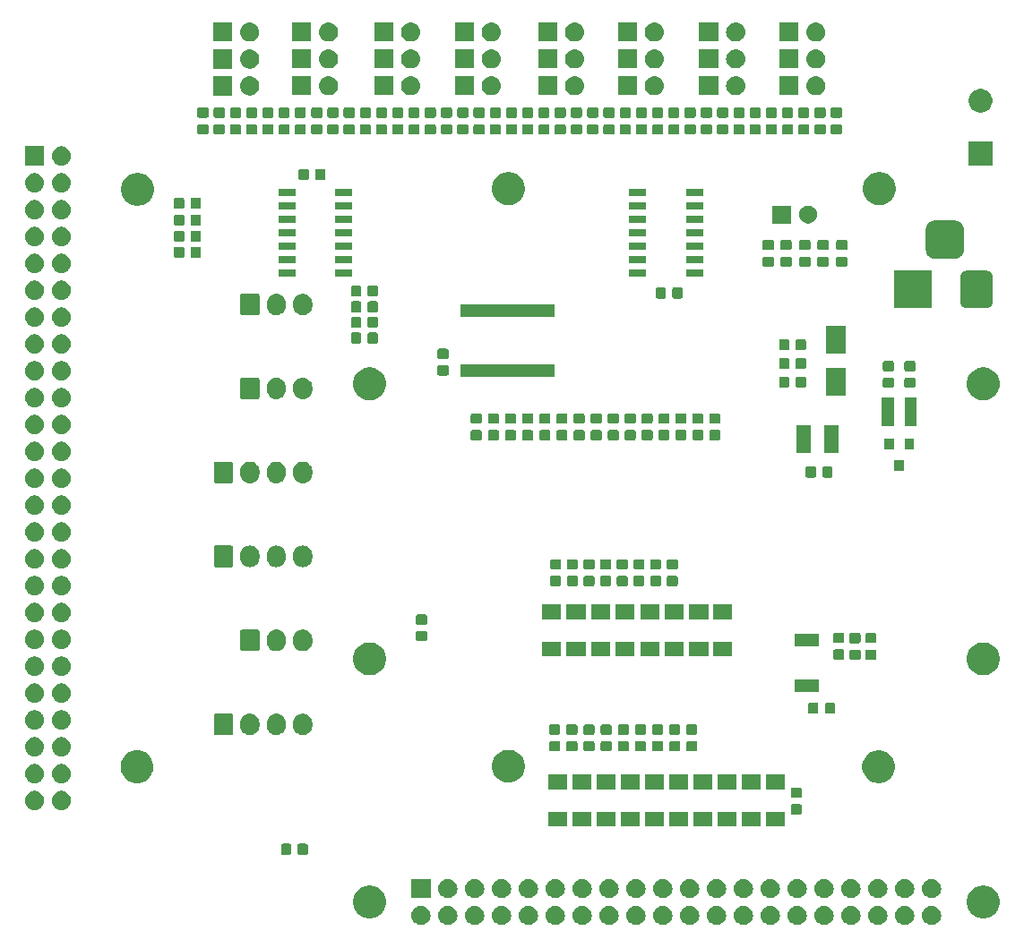
<source format=gbr>
G04 #@! TF.GenerationSoftware,KiCad,Pcbnew,(5.0.1)-3*
G04 #@! TF.CreationDate,2020-04-19T11:51:52-04:00*
G04 #@! TF.ProjectId,sailfin,7361696C66696E2E6B696361645F7063,rev?*
G04 #@! TF.SameCoordinates,Original*
G04 #@! TF.FileFunction,Soldermask,Bot*
G04 #@! TF.FilePolarity,Negative*
%FSLAX46Y46*%
G04 Gerber Fmt 4.6, Leading zero omitted, Abs format (unit mm)*
G04 Created by KiCad (PCBNEW (5.0.1)-3) date 4/19/2020 11:51:52 AM*
%MOMM*%
%LPD*%
G01*
G04 APERTURE LIST*
%ADD10C,0.100000*%
G04 APERTURE END LIST*
D10*
G36*
X103690443Y-185285519D02*
X103756627Y-185292037D01*
X103869853Y-185326384D01*
X103926467Y-185343557D01*
X104065087Y-185417652D01*
X104082991Y-185427222D01*
X104118729Y-185456552D01*
X104220186Y-185539814D01*
X104303448Y-185641271D01*
X104332778Y-185677009D01*
X104332779Y-185677011D01*
X104416443Y-185833533D01*
X104416443Y-185833534D01*
X104467963Y-186003373D01*
X104485359Y-186180000D01*
X104467963Y-186356627D01*
X104435695Y-186463000D01*
X104416443Y-186526467D01*
X104342348Y-186665087D01*
X104332778Y-186682991D01*
X104303448Y-186718729D01*
X104220186Y-186820186D01*
X104118729Y-186903448D01*
X104082991Y-186932778D01*
X104082989Y-186932779D01*
X103926467Y-187016443D01*
X103869853Y-187033616D01*
X103756627Y-187067963D01*
X103690442Y-187074482D01*
X103624260Y-187081000D01*
X103535740Y-187081000D01*
X103469558Y-187074482D01*
X103403373Y-187067963D01*
X103290147Y-187033616D01*
X103233533Y-187016443D01*
X103077011Y-186932779D01*
X103077009Y-186932778D01*
X103041271Y-186903448D01*
X102939814Y-186820186D01*
X102856552Y-186718729D01*
X102827222Y-186682991D01*
X102817652Y-186665087D01*
X102743557Y-186526467D01*
X102724305Y-186463000D01*
X102692037Y-186356627D01*
X102674641Y-186180000D01*
X102692037Y-186003373D01*
X102743557Y-185833534D01*
X102743557Y-185833533D01*
X102827221Y-185677011D01*
X102827222Y-185677009D01*
X102856552Y-185641271D01*
X102939814Y-185539814D01*
X103041271Y-185456552D01*
X103077009Y-185427222D01*
X103094913Y-185417652D01*
X103233533Y-185343557D01*
X103290147Y-185326384D01*
X103403373Y-185292037D01*
X103469557Y-185285519D01*
X103535740Y-185279000D01*
X103624260Y-185279000D01*
X103690443Y-185285519D01*
X103690443Y-185285519D01*
G37*
G36*
X96070443Y-185285519D02*
X96136627Y-185292037D01*
X96249853Y-185326384D01*
X96306467Y-185343557D01*
X96445087Y-185417652D01*
X96462991Y-185427222D01*
X96498729Y-185456552D01*
X96600186Y-185539814D01*
X96683448Y-185641271D01*
X96712778Y-185677009D01*
X96712779Y-185677011D01*
X96796443Y-185833533D01*
X96796443Y-185833534D01*
X96847963Y-186003373D01*
X96865359Y-186180000D01*
X96847963Y-186356627D01*
X96815695Y-186463000D01*
X96796443Y-186526467D01*
X96722348Y-186665087D01*
X96712778Y-186682991D01*
X96683448Y-186718729D01*
X96600186Y-186820186D01*
X96498729Y-186903448D01*
X96462991Y-186932778D01*
X96462989Y-186932779D01*
X96306467Y-187016443D01*
X96249853Y-187033616D01*
X96136627Y-187067963D01*
X96070442Y-187074482D01*
X96004260Y-187081000D01*
X95915740Y-187081000D01*
X95849558Y-187074482D01*
X95783373Y-187067963D01*
X95670147Y-187033616D01*
X95613533Y-187016443D01*
X95457011Y-186932779D01*
X95457009Y-186932778D01*
X95421271Y-186903448D01*
X95319814Y-186820186D01*
X95236552Y-186718729D01*
X95207222Y-186682991D01*
X95197652Y-186665087D01*
X95123557Y-186526467D01*
X95104305Y-186463000D01*
X95072037Y-186356627D01*
X95054641Y-186180000D01*
X95072037Y-186003373D01*
X95123557Y-185833534D01*
X95123557Y-185833533D01*
X95207221Y-185677011D01*
X95207222Y-185677009D01*
X95236552Y-185641271D01*
X95319814Y-185539814D01*
X95421271Y-185456552D01*
X95457009Y-185427222D01*
X95474913Y-185417652D01*
X95613533Y-185343557D01*
X95670147Y-185326384D01*
X95783373Y-185292037D01*
X95849557Y-185285519D01*
X95915740Y-185279000D01*
X96004260Y-185279000D01*
X96070443Y-185285519D01*
X96070443Y-185285519D01*
G37*
G36*
X70670443Y-185285519D02*
X70736627Y-185292037D01*
X70849853Y-185326384D01*
X70906467Y-185343557D01*
X71045087Y-185417652D01*
X71062991Y-185427222D01*
X71098729Y-185456552D01*
X71200186Y-185539814D01*
X71283448Y-185641271D01*
X71312778Y-185677009D01*
X71312779Y-185677011D01*
X71396443Y-185833533D01*
X71396443Y-185833534D01*
X71447963Y-186003373D01*
X71465359Y-186180000D01*
X71447963Y-186356627D01*
X71415695Y-186463000D01*
X71396443Y-186526467D01*
X71322348Y-186665087D01*
X71312778Y-186682991D01*
X71283448Y-186718729D01*
X71200186Y-186820186D01*
X71098729Y-186903448D01*
X71062991Y-186932778D01*
X71062989Y-186932779D01*
X70906467Y-187016443D01*
X70849853Y-187033616D01*
X70736627Y-187067963D01*
X70670442Y-187074482D01*
X70604260Y-187081000D01*
X70515740Y-187081000D01*
X70449558Y-187074482D01*
X70383373Y-187067963D01*
X70270147Y-187033616D01*
X70213533Y-187016443D01*
X70057011Y-186932779D01*
X70057009Y-186932778D01*
X70021271Y-186903448D01*
X69919814Y-186820186D01*
X69836552Y-186718729D01*
X69807222Y-186682991D01*
X69797652Y-186665087D01*
X69723557Y-186526467D01*
X69704305Y-186463000D01*
X69672037Y-186356627D01*
X69654641Y-186180000D01*
X69672037Y-186003373D01*
X69723557Y-185833534D01*
X69723557Y-185833533D01*
X69807221Y-185677011D01*
X69807222Y-185677009D01*
X69836552Y-185641271D01*
X69919814Y-185539814D01*
X70021271Y-185456552D01*
X70057009Y-185427222D01*
X70074913Y-185417652D01*
X70213533Y-185343557D01*
X70270147Y-185326384D01*
X70383373Y-185292037D01*
X70449557Y-185285519D01*
X70515740Y-185279000D01*
X70604260Y-185279000D01*
X70670443Y-185285519D01*
X70670443Y-185285519D01*
G37*
G36*
X73210443Y-185285519D02*
X73276627Y-185292037D01*
X73389853Y-185326384D01*
X73446467Y-185343557D01*
X73585087Y-185417652D01*
X73602991Y-185427222D01*
X73638729Y-185456552D01*
X73740186Y-185539814D01*
X73823448Y-185641271D01*
X73852778Y-185677009D01*
X73852779Y-185677011D01*
X73936443Y-185833533D01*
X73936443Y-185833534D01*
X73987963Y-186003373D01*
X74005359Y-186180000D01*
X73987963Y-186356627D01*
X73955695Y-186463000D01*
X73936443Y-186526467D01*
X73862348Y-186665087D01*
X73852778Y-186682991D01*
X73823448Y-186718729D01*
X73740186Y-186820186D01*
X73638729Y-186903448D01*
X73602991Y-186932778D01*
X73602989Y-186932779D01*
X73446467Y-187016443D01*
X73389853Y-187033616D01*
X73276627Y-187067963D01*
X73210442Y-187074482D01*
X73144260Y-187081000D01*
X73055740Y-187081000D01*
X72989558Y-187074482D01*
X72923373Y-187067963D01*
X72810147Y-187033616D01*
X72753533Y-187016443D01*
X72597011Y-186932779D01*
X72597009Y-186932778D01*
X72561271Y-186903448D01*
X72459814Y-186820186D01*
X72376552Y-186718729D01*
X72347222Y-186682991D01*
X72337652Y-186665087D01*
X72263557Y-186526467D01*
X72244305Y-186463000D01*
X72212037Y-186356627D01*
X72194641Y-186180000D01*
X72212037Y-186003373D01*
X72263557Y-185833534D01*
X72263557Y-185833533D01*
X72347221Y-185677011D01*
X72347222Y-185677009D01*
X72376552Y-185641271D01*
X72459814Y-185539814D01*
X72561271Y-185456552D01*
X72597009Y-185427222D01*
X72614913Y-185417652D01*
X72753533Y-185343557D01*
X72810147Y-185326384D01*
X72923373Y-185292037D01*
X72989557Y-185285519D01*
X73055740Y-185279000D01*
X73144260Y-185279000D01*
X73210443Y-185285519D01*
X73210443Y-185285519D01*
G37*
G36*
X75750443Y-185285519D02*
X75816627Y-185292037D01*
X75929853Y-185326384D01*
X75986467Y-185343557D01*
X76125087Y-185417652D01*
X76142991Y-185427222D01*
X76178729Y-185456552D01*
X76280186Y-185539814D01*
X76363448Y-185641271D01*
X76392778Y-185677009D01*
X76392779Y-185677011D01*
X76476443Y-185833533D01*
X76476443Y-185833534D01*
X76527963Y-186003373D01*
X76545359Y-186180000D01*
X76527963Y-186356627D01*
X76495695Y-186463000D01*
X76476443Y-186526467D01*
X76402348Y-186665087D01*
X76392778Y-186682991D01*
X76363448Y-186718729D01*
X76280186Y-186820186D01*
X76178729Y-186903448D01*
X76142991Y-186932778D01*
X76142989Y-186932779D01*
X75986467Y-187016443D01*
X75929853Y-187033616D01*
X75816627Y-187067963D01*
X75750442Y-187074482D01*
X75684260Y-187081000D01*
X75595740Y-187081000D01*
X75529558Y-187074482D01*
X75463373Y-187067963D01*
X75350147Y-187033616D01*
X75293533Y-187016443D01*
X75137011Y-186932779D01*
X75137009Y-186932778D01*
X75101271Y-186903448D01*
X74999814Y-186820186D01*
X74916552Y-186718729D01*
X74887222Y-186682991D01*
X74877652Y-186665087D01*
X74803557Y-186526467D01*
X74784305Y-186463000D01*
X74752037Y-186356627D01*
X74734641Y-186180000D01*
X74752037Y-186003373D01*
X74803557Y-185833534D01*
X74803557Y-185833533D01*
X74887221Y-185677011D01*
X74887222Y-185677009D01*
X74916552Y-185641271D01*
X74999814Y-185539814D01*
X75101271Y-185456552D01*
X75137009Y-185427222D01*
X75154913Y-185417652D01*
X75293533Y-185343557D01*
X75350147Y-185326384D01*
X75463373Y-185292037D01*
X75529557Y-185285519D01*
X75595740Y-185279000D01*
X75684260Y-185279000D01*
X75750443Y-185285519D01*
X75750443Y-185285519D01*
G37*
G36*
X78290443Y-185285519D02*
X78356627Y-185292037D01*
X78469853Y-185326384D01*
X78526467Y-185343557D01*
X78665087Y-185417652D01*
X78682991Y-185427222D01*
X78718729Y-185456552D01*
X78820186Y-185539814D01*
X78903448Y-185641271D01*
X78932778Y-185677009D01*
X78932779Y-185677011D01*
X79016443Y-185833533D01*
X79016443Y-185833534D01*
X79067963Y-186003373D01*
X79085359Y-186180000D01*
X79067963Y-186356627D01*
X79035695Y-186463000D01*
X79016443Y-186526467D01*
X78942348Y-186665087D01*
X78932778Y-186682991D01*
X78903448Y-186718729D01*
X78820186Y-186820186D01*
X78718729Y-186903448D01*
X78682991Y-186932778D01*
X78682989Y-186932779D01*
X78526467Y-187016443D01*
X78469853Y-187033616D01*
X78356627Y-187067963D01*
X78290442Y-187074482D01*
X78224260Y-187081000D01*
X78135740Y-187081000D01*
X78069558Y-187074482D01*
X78003373Y-187067963D01*
X77890147Y-187033616D01*
X77833533Y-187016443D01*
X77677011Y-186932779D01*
X77677009Y-186932778D01*
X77641271Y-186903448D01*
X77539814Y-186820186D01*
X77456552Y-186718729D01*
X77427222Y-186682991D01*
X77417652Y-186665087D01*
X77343557Y-186526467D01*
X77324305Y-186463000D01*
X77292037Y-186356627D01*
X77274641Y-186180000D01*
X77292037Y-186003373D01*
X77343557Y-185833534D01*
X77343557Y-185833533D01*
X77427221Y-185677011D01*
X77427222Y-185677009D01*
X77456552Y-185641271D01*
X77539814Y-185539814D01*
X77641271Y-185456552D01*
X77677009Y-185427222D01*
X77694913Y-185417652D01*
X77833533Y-185343557D01*
X77890147Y-185326384D01*
X78003373Y-185292037D01*
X78069557Y-185285519D01*
X78135740Y-185279000D01*
X78224260Y-185279000D01*
X78290443Y-185285519D01*
X78290443Y-185285519D01*
G37*
G36*
X80830443Y-185285519D02*
X80896627Y-185292037D01*
X81009853Y-185326384D01*
X81066467Y-185343557D01*
X81205087Y-185417652D01*
X81222991Y-185427222D01*
X81258729Y-185456552D01*
X81360186Y-185539814D01*
X81443448Y-185641271D01*
X81472778Y-185677009D01*
X81472779Y-185677011D01*
X81556443Y-185833533D01*
X81556443Y-185833534D01*
X81607963Y-186003373D01*
X81625359Y-186180000D01*
X81607963Y-186356627D01*
X81575695Y-186463000D01*
X81556443Y-186526467D01*
X81482348Y-186665087D01*
X81472778Y-186682991D01*
X81443448Y-186718729D01*
X81360186Y-186820186D01*
X81258729Y-186903448D01*
X81222991Y-186932778D01*
X81222989Y-186932779D01*
X81066467Y-187016443D01*
X81009853Y-187033616D01*
X80896627Y-187067963D01*
X80830442Y-187074482D01*
X80764260Y-187081000D01*
X80675740Y-187081000D01*
X80609558Y-187074482D01*
X80543373Y-187067963D01*
X80430147Y-187033616D01*
X80373533Y-187016443D01*
X80217011Y-186932779D01*
X80217009Y-186932778D01*
X80181271Y-186903448D01*
X80079814Y-186820186D01*
X79996552Y-186718729D01*
X79967222Y-186682991D01*
X79957652Y-186665087D01*
X79883557Y-186526467D01*
X79864305Y-186463000D01*
X79832037Y-186356627D01*
X79814641Y-186180000D01*
X79832037Y-186003373D01*
X79883557Y-185833534D01*
X79883557Y-185833533D01*
X79967221Y-185677011D01*
X79967222Y-185677009D01*
X79996552Y-185641271D01*
X80079814Y-185539814D01*
X80181271Y-185456552D01*
X80217009Y-185427222D01*
X80234913Y-185417652D01*
X80373533Y-185343557D01*
X80430147Y-185326384D01*
X80543373Y-185292037D01*
X80609557Y-185285519D01*
X80675740Y-185279000D01*
X80764260Y-185279000D01*
X80830443Y-185285519D01*
X80830443Y-185285519D01*
G37*
G36*
X83370443Y-185285519D02*
X83436627Y-185292037D01*
X83549853Y-185326384D01*
X83606467Y-185343557D01*
X83745087Y-185417652D01*
X83762991Y-185427222D01*
X83798729Y-185456552D01*
X83900186Y-185539814D01*
X83983448Y-185641271D01*
X84012778Y-185677009D01*
X84012779Y-185677011D01*
X84096443Y-185833533D01*
X84096443Y-185833534D01*
X84147963Y-186003373D01*
X84165359Y-186180000D01*
X84147963Y-186356627D01*
X84115695Y-186463000D01*
X84096443Y-186526467D01*
X84022348Y-186665087D01*
X84012778Y-186682991D01*
X83983448Y-186718729D01*
X83900186Y-186820186D01*
X83798729Y-186903448D01*
X83762991Y-186932778D01*
X83762989Y-186932779D01*
X83606467Y-187016443D01*
X83549853Y-187033616D01*
X83436627Y-187067963D01*
X83370442Y-187074482D01*
X83304260Y-187081000D01*
X83215740Y-187081000D01*
X83149558Y-187074482D01*
X83083373Y-187067963D01*
X82970147Y-187033616D01*
X82913533Y-187016443D01*
X82757011Y-186932779D01*
X82757009Y-186932778D01*
X82721271Y-186903448D01*
X82619814Y-186820186D01*
X82536552Y-186718729D01*
X82507222Y-186682991D01*
X82497652Y-186665087D01*
X82423557Y-186526467D01*
X82404305Y-186463000D01*
X82372037Y-186356627D01*
X82354641Y-186180000D01*
X82372037Y-186003373D01*
X82423557Y-185833534D01*
X82423557Y-185833533D01*
X82507221Y-185677011D01*
X82507222Y-185677009D01*
X82536552Y-185641271D01*
X82619814Y-185539814D01*
X82721271Y-185456552D01*
X82757009Y-185427222D01*
X82774913Y-185417652D01*
X82913533Y-185343557D01*
X82970147Y-185326384D01*
X83083373Y-185292037D01*
X83149557Y-185285519D01*
X83215740Y-185279000D01*
X83304260Y-185279000D01*
X83370443Y-185285519D01*
X83370443Y-185285519D01*
G37*
G36*
X85910443Y-185285519D02*
X85976627Y-185292037D01*
X86089853Y-185326384D01*
X86146467Y-185343557D01*
X86285087Y-185417652D01*
X86302991Y-185427222D01*
X86338729Y-185456552D01*
X86440186Y-185539814D01*
X86523448Y-185641271D01*
X86552778Y-185677009D01*
X86552779Y-185677011D01*
X86636443Y-185833533D01*
X86636443Y-185833534D01*
X86687963Y-186003373D01*
X86705359Y-186180000D01*
X86687963Y-186356627D01*
X86655695Y-186463000D01*
X86636443Y-186526467D01*
X86562348Y-186665087D01*
X86552778Y-186682991D01*
X86523448Y-186718729D01*
X86440186Y-186820186D01*
X86338729Y-186903448D01*
X86302991Y-186932778D01*
X86302989Y-186932779D01*
X86146467Y-187016443D01*
X86089853Y-187033616D01*
X85976627Y-187067963D01*
X85910442Y-187074482D01*
X85844260Y-187081000D01*
X85755740Y-187081000D01*
X85689558Y-187074482D01*
X85623373Y-187067963D01*
X85510147Y-187033616D01*
X85453533Y-187016443D01*
X85297011Y-186932779D01*
X85297009Y-186932778D01*
X85261271Y-186903448D01*
X85159814Y-186820186D01*
X85076552Y-186718729D01*
X85047222Y-186682991D01*
X85037652Y-186665087D01*
X84963557Y-186526467D01*
X84944305Y-186463000D01*
X84912037Y-186356627D01*
X84894641Y-186180000D01*
X84912037Y-186003373D01*
X84963557Y-185833534D01*
X84963557Y-185833533D01*
X85047221Y-185677011D01*
X85047222Y-185677009D01*
X85076552Y-185641271D01*
X85159814Y-185539814D01*
X85261271Y-185456552D01*
X85297009Y-185427222D01*
X85314913Y-185417652D01*
X85453533Y-185343557D01*
X85510147Y-185326384D01*
X85623373Y-185292037D01*
X85689557Y-185285519D01*
X85755740Y-185279000D01*
X85844260Y-185279000D01*
X85910443Y-185285519D01*
X85910443Y-185285519D01*
G37*
G36*
X88450443Y-185285519D02*
X88516627Y-185292037D01*
X88629853Y-185326384D01*
X88686467Y-185343557D01*
X88825087Y-185417652D01*
X88842991Y-185427222D01*
X88878729Y-185456552D01*
X88980186Y-185539814D01*
X89063448Y-185641271D01*
X89092778Y-185677009D01*
X89092779Y-185677011D01*
X89176443Y-185833533D01*
X89176443Y-185833534D01*
X89227963Y-186003373D01*
X89245359Y-186180000D01*
X89227963Y-186356627D01*
X89195695Y-186463000D01*
X89176443Y-186526467D01*
X89102348Y-186665087D01*
X89092778Y-186682991D01*
X89063448Y-186718729D01*
X88980186Y-186820186D01*
X88878729Y-186903448D01*
X88842991Y-186932778D01*
X88842989Y-186932779D01*
X88686467Y-187016443D01*
X88629853Y-187033616D01*
X88516627Y-187067963D01*
X88450442Y-187074482D01*
X88384260Y-187081000D01*
X88295740Y-187081000D01*
X88229558Y-187074482D01*
X88163373Y-187067963D01*
X88050147Y-187033616D01*
X87993533Y-187016443D01*
X87837011Y-186932779D01*
X87837009Y-186932778D01*
X87801271Y-186903448D01*
X87699814Y-186820186D01*
X87616552Y-186718729D01*
X87587222Y-186682991D01*
X87577652Y-186665087D01*
X87503557Y-186526467D01*
X87484305Y-186463000D01*
X87452037Y-186356627D01*
X87434641Y-186180000D01*
X87452037Y-186003373D01*
X87503557Y-185833534D01*
X87503557Y-185833533D01*
X87587221Y-185677011D01*
X87587222Y-185677009D01*
X87616552Y-185641271D01*
X87699814Y-185539814D01*
X87801271Y-185456552D01*
X87837009Y-185427222D01*
X87854913Y-185417652D01*
X87993533Y-185343557D01*
X88050147Y-185326384D01*
X88163373Y-185292037D01*
X88229557Y-185285519D01*
X88295740Y-185279000D01*
X88384260Y-185279000D01*
X88450443Y-185285519D01*
X88450443Y-185285519D01*
G37*
G36*
X90990443Y-185285519D02*
X91056627Y-185292037D01*
X91169853Y-185326384D01*
X91226467Y-185343557D01*
X91365087Y-185417652D01*
X91382991Y-185427222D01*
X91418729Y-185456552D01*
X91520186Y-185539814D01*
X91603448Y-185641271D01*
X91632778Y-185677009D01*
X91632779Y-185677011D01*
X91716443Y-185833533D01*
X91716443Y-185833534D01*
X91767963Y-186003373D01*
X91785359Y-186180000D01*
X91767963Y-186356627D01*
X91735695Y-186463000D01*
X91716443Y-186526467D01*
X91642348Y-186665087D01*
X91632778Y-186682991D01*
X91603448Y-186718729D01*
X91520186Y-186820186D01*
X91418729Y-186903448D01*
X91382991Y-186932778D01*
X91382989Y-186932779D01*
X91226467Y-187016443D01*
X91169853Y-187033616D01*
X91056627Y-187067963D01*
X90990442Y-187074482D01*
X90924260Y-187081000D01*
X90835740Y-187081000D01*
X90769558Y-187074482D01*
X90703373Y-187067963D01*
X90590147Y-187033616D01*
X90533533Y-187016443D01*
X90377011Y-186932779D01*
X90377009Y-186932778D01*
X90341271Y-186903448D01*
X90239814Y-186820186D01*
X90156552Y-186718729D01*
X90127222Y-186682991D01*
X90117652Y-186665087D01*
X90043557Y-186526467D01*
X90024305Y-186463000D01*
X89992037Y-186356627D01*
X89974641Y-186180000D01*
X89992037Y-186003373D01*
X90043557Y-185833534D01*
X90043557Y-185833533D01*
X90127221Y-185677011D01*
X90127222Y-185677009D01*
X90156552Y-185641271D01*
X90239814Y-185539814D01*
X90341271Y-185456552D01*
X90377009Y-185427222D01*
X90394913Y-185417652D01*
X90533533Y-185343557D01*
X90590147Y-185326384D01*
X90703373Y-185292037D01*
X90769557Y-185285519D01*
X90835740Y-185279000D01*
X90924260Y-185279000D01*
X90990443Y-185285519D01*
X90990443Y-185285519D01*
G37*
G36*
X98610443Y-185285519D02*
X98676627Y-185292037D01*
X98789853Y-185326384D01*
X98846467Y-185343557D01*
X98985087Y-185417652D01*
X99002991Y-185427222D01*
X99038729Y-185456552D01*
X99140186Y-185539814D01*
X99223448Y-185641271D01*
X99252778Y-185677009D01*
X99252779Y-185677011D01*
X99336443Y-185833533D01*
X99336443Y-185833534D01*
X99387963Y-186003373D01*
X99405359Y-186180000D01*
X99387963Y-186356627D01*
X99355695Y-186463000D01*
X99336443Y-186526467D01*
X99262348Y-186665087D01*
X99252778Y-186682991D01*
X99223448Y-186718729D01*
X99140186Y-186820186D01*
X99038729Y-186903448D01*
X99002991Y-186932778D01*
X99002989Y-186932779D01*
X98846467Y-187016443D01*
X98789853Y-187033616D01*
X98676627Y-187067963D01*
X98610442Y-187074482D01*
X98544260Y-187081000D01*
X98455740Y-187081000D01*
X98389558Y-187074482D01*
X98323373Y-187067963D01*
X98210147Y-187033616D01*
X98153533Y-187016443D01*
X97997011Y-186932779D01*
X97997009Y-186932778D01*
X97961271Y-186903448D01*
X97859814Y-186820186D01*
X97776552Y-186718729D01*
X97747222Y-186682991D01*
X97737652Y-186665087D01*
X97663557Y-186526467D01*
X97644305Y-186463000D01*
X97612037Y-186356627D01*
X97594641Y-186180000D01*
X97612037Y-186003373D01*
X97663557Y-185833534D01*
X97663557Y-185833533D01*
X97747221Y-185677011D01*
X97747222Y-185677009D01*
X97776552Y-185641271D01*
X97859814Y-185539814D01*
X97961271Y-185456552D01*
X97997009Y-185427222D01*
X98014913Y-185417652D01*
X98153533Y-185343557D01*
X98210147Y-185326384D01*
X98323373Y-185292037D01*
X98389557Y-185285519D01*
X98455740Y-185279000D01*
X98544260Y-185279000D01*
X98610443Y-185285519D01*
X98610443Y-185285519D01*
G37*
G36*
X93530443Y-185285519D02*
X93596627Y-185292037D01*
X93709853Y-185326384D01*
X93766467Y-185343557D01*
X93905087Y-185417652D01*
X93922991Y-185427222D01*
X93958729Y-185456552D01*
X94060186Y-185539814D01*
X94143448Y-185641271D01*
X94172778Y-185677009D01*
X94172779Y-185677011D01*
X94256443Y-185833533D01*
X94256443Y-185833534D01*
X94307963Y-186003373D01*
X94325359Y-186180000D01*
X94307963Y-186356627D01*
X94275695Y-186463000D01*
X94256443Y-186526467D01*
X94182348Y-186665087D01*
X94172778Y-186682991D01*
X94143448Y-186718729D01*
X94060186Y-186820186D01*
X93958729Y-186903448D01*
X93922991Y-186932778D01*
X93922989Y-186932779D01*
X93766467Y-187016443D01*
X93709853Y-187033616D01*
X93596627Y-187067963D01*
X93530442Y-187074482D01*
X93464260Y-187081000D01*
X93375740Y-187081000D01*
X93309558Y-187074482D01*
X93243373Y-187067963D01*
X93130147Y-187033616D01*
X93073533Y-187016443D01*
X92917011Y-186932779D01*
X92917009Y-186932778D01*
X92881271Y-186903448D01*
X92779814Y-186820186D01*
X92696552Y-186718729D01*
X92667222Y-186682991D01*
X92657652Y-186665087D01*
X92583557Y-186526467D01*
X92564305Y-186463000D01*
X92532037Y-186356627D01*
X92514641Y-186180000D01*
X92532037Y-186003373D01*
X92583557Y-185833534D01*
X92583557Y-185833533D01*
X92667221Y-185677011D01*
X92667222Y-185677009D01*
X92696552Y-185641271D01*
X92779814Y-185539814D01*
X92881271Y-185456552D01*
X92917009Y-185427222D01*
X92934913Y-185417652D01*
X93073533Y-185343557D01*
X93130147Y-185326384D01*
X93243373Y-185292037D01*
X93309557Y-185285519D01*
X93375740Y-185279000D01*
X93464260Y-185279000D01*
X93530443Y-185285519D01*
X93530443Y-185285519D01*
G37*
G36*
X55430443Y-185285519D02*
X55496627Y-185292037D01*
X55609853Y-185326384D01*
X55666467Y-185343557D01*
X55805087Y-185417652D01*
X55822991Y-185427222D01*
X55858729Y-185456552D01*
X55960186Y-185539814D01*
X56043448Y-185641271D01*
X56072778Y-185677009D01*
X56072779Y-185677011D01*
X56156443Y-185833533D01*
X56156443Y-185833534D01*
X56207963Y-186003373D01*
X56225359Y-186180000D01*
X56207963Y-186356627D01*
X56175695Y-186463000D01*
X56156443Y-186526467D01*
X56082348Y-186665087D01*
X56072778Y-186682991D01*
X56043448Y-186718729D01*
X55960186Y-186820186D01*
X55858729Y-186903448D01*
X55822991Y-186932778D01*
X55822989Y-186932779D01*
X55666467Y-187016443D01*
X55609853Y-187033616D01*
X55496627Y-187067963D01*
X55430442Y-187074482D01*
X55364260Y-187081000D01*
X55275740Y-187081000D01*
X55209558Y-187074482D01*
X55143373Y-187067963D01*
X55030147Y-187033616D01*
X54973533Y-187016443D01*
X54817011Y-186932779D01*
X54817009Y-186932778D01*
X54781271Y-186903448D01*
X54679814Y-186820186D01*
X54596552Y-186718729D01*
X54567222Y-186682991D01*
X54557652Y-186665087D01*
X54483557Y-186526467D01*
X54464305Y-186463000D01*
X54432037Y-186356627D01*
X54414641Y-186180000D01*
X54432037Y-186003373D01*
X54483557Y-185833534D01*
X54483557Y-185833533D01*
X54567221Y-185677011D01*
X54567222Y-185677009D01*
X54596552Y-185641271D01*
X54679814Y-185539814D01*
X54781271Y-185456552D01*
X54817009Y-185427222D01*
X54834913Y-185417652D01*
X54973533Y-185343557D01*
X55030147Y-185326384D01*
X55143373Y-185292037D01*
X55209557Y-185285519D01*
X55275740Y-185279000D01*
X55364260Y-185279000D01*
X55430443Y-185285519D01*
X55430443Y-185285519D01*
G37*
G36*
X57970443Y-185285519D02*
X58036627Y-185292037D01*
X58149853Y-185326384D01*
X58206467Y-185343557D01*
X58345087Y-185417652D01*
X58362991Y-185427222D01*
X58398729Y-185456552D01*
X58500186Y-185539814D01*
X58583448Y-185641271D01*
X58612778Y-185677009D01*
X58612779Y-185677011D01*
X58696443Y-185833533D01*
X58696443Y-185833534D01*
X58747963Y-186003373D01*
X58765359Y-186180000D01*
X58747963Y-186356627D01*
X58715695Y-186463000D01*
X58696443Y-186526467D01*
X58622348Y-186665087D01*
X58612778Y-186682991D01*
X58583448Y-186718729D01*
X58500186Y-186820186D01*
X58398729Y-186903448D01*
X58362991Y-186932778D01*
X58362989Y-186932779D01*
X58206467Y-187016443D01*
X58149853Y-187033616D01*
X58036627Y-187067963D01*
X57970442Y-187074482D01*
X57904260Y-187081000D01*
X57815740Y-187081000D01*
X57749558Y-187074482D01*
X57683373Y-187067963D01*
X57570147Y-187033616D01*
X57513533Y-187016443D01*
X57357011Y-186932779D01*
X57357009Y-186932778D01*
X57321271Y-186903448D01*
X57219814Y-186820186D01*
X57136552Y-186718729D01*
X57107222Y-186682991D01*
X57097652Y-186665087D01*
X57023557Y-186526467D01*
X57004305Y-186463000D01*
X56972037Y-186356627D01*
X56954641Y-186180000D01*
X56972037Y-186003373D01*
X57023557Y-185833534D01*
X57023557Y-185833533D01*
X57107221Y-185677011D01*
X57107222Y-185677009D01*
X57136552Y-185641271D01*
X57219814Y-185539814D01*
X57321271Y-185456552D01*
X57357009Y-185427222D01*
X57374913Y-185417652D01*
X57513533Y-185343557D01*
X57570147Y-185326384D01*
X57683373Y-185292037D01*
X57749557Y-185285519D01*
X57815740Y-185279000D01*
X57904260Y-185279000D01*
X57970443Y-185285519D01*
X57970443Y-185285519D01*
G37*
G36*
X60510443Y-185285519D02*
X60576627Y-185292037D01*
X60689853Y-185326384D01*
X60746467Y-185343557D01*
X60885087Y-185417652D01*
X60902991Y-185427222D01*
X60938729Y-185456552D01*
X61040186Y-185539814D01*
X61123448Y-185641271D01*
X61152778Y-185677009D01*
X61152779Y-185677011D01*
X61236443Y-185833533D01*
X61236443Y-185833534D01*
X61287963Y-186003373D01*
X61305359Y-186180000D01*
X61287963Y-186356627D01*
X61255695Y-186463000D01*
X61236443Y-186526467D01*
X61162348Y-186665087D01*
X61152778Y-186682991D01*
X61123448Y-186718729D01*
X61040186Y-186820186D01*
X60938729Y-186903448D01*
X60902991Y-186932778D01*
X60902989Y-186932779D01*
X60746467Y-187016443D01*
X60689853Y-187033616D01*
X60576627Y-187067963D01*
X60510442Y-187074482D01*
X60444260Y-187081000D01*
X60355740Y-187081000D01*
X60289558Y-187074482D01*
X60223373Y-187067963D01*
X60110147Y-187033616D01*
X60053533Y-187016443D01*
X59897011Y-186932779D01*
X59897009Y-186932778D01*
X59861271Y-186903448D01*
X59759814Y-186820186D01*
X59676552Y-186718729D01*
X59647222Y-186682991D01*
X59637652Y-186665087D01*
X59563557Y-186526467D01*
X59544305Y-186463000D01*
X59512037Y-186356627D01*
X59494641Y-186180000D01*
X59512037Y-186003373D01*
X59563557Y-185833534D01*
X59563557Y-185833533D01*
X59647221Y-185677011D01*
X59647222Y-185677009D01*
X59676552Y-185641271D01*
X59759814Y-185539814D01*
X59861271Y-185456552D01*
X59897009Y-185427222D01*
X59914913Y-185417652D01*
X60053533Y-185343557D01*
X60110147Y-185326384D01*
X60223373Y-185292037D01*
X60289557Y-185285519D01*
X60355740Y-185279000D01*
X60444260Y-185279000D01*
X60510443Y-185285519D01*
X60510443Y-185285519D01*
G37*
G36*
X65590443Y-185285519D02*
X65656627Y-185292037D01*
X65769853Y-185326384D01*
X65826467Y-185343557D01*
X65965087Y-185417652D01*
X65982991Y-185427222D01*
X66018729Y-185456552D01*
X66120186Y-185539814D01*
X66203448Y-185641271D01*
X66232778Y-185677009D01*
X66232779Y-185677011D01*
X66316443Y-185833533D01*
X66316443Y-185833534D01*
X66367963Y-186003373D01*
X66385359Y-186180000D01*
X66367963Y-186356627D01*
X66335695Y-186463000D01*
X66316443Y-186526467D01*
X66242348Y-186665087D01*
X66232778Y-186682991D01*
X66203448Y-186718729D01*
X66120186Y-186820186D01*
X66018729Y-186903448D01*
X65982991Y-186932778D01*
X65982989Y-186932779D01*
X65826467Y-187016443D01*
X65769853Y-187033616D01*
X65656627Y-187067963D01*
X65590442Y-187074482D01*
X65524260Y-187081000D01*
X65435740Y-187081000D01*
X65369558Y-187074482D01*
X65303373Y-187067963D01*
X65190147Y-187033616D01*
X65133533Y-187016443D01*
X64977011Y-186932779D01*
X64977009Y-186932778D01*
X64941271Y-186903448D01*
X64839814Y-186820186D01*
X64756552Y-186718729D01*
X64727222Y-186682991D01*
X64717652Y-186665087D01*
X64643557Y-186526467D01*
X64624305Y-186463000D01*
X64592037Y-186356627D01*
X64574641Y-186180000D01*
X64592037Y-186003373D01*
X64643557Y-185833534D01*
X64643557Y-185833533D01*
X64727221Y-185677011D01*
X64727222Y-185677009D01*
X64756552Y-185641271D01*
X64839814Y-185539814D01*
X64941271Y-185456552D01*
X64977009Y-185427222D01*
X64994913Y-185417652D01*
X65133533Y-185343557D01*
X65190147Y-185326384D01*
X65303373Y-185292037D01*
X65369557Y-185285519D01*
X65435740Y-185279000D01*
X65524260Y-185279000D01*
X65590443Y-185285519D01*
X65590443Y-185285519D01*
G37*
G36*
X63050443Y-185285519D02*
X63116627Y-185292037D01*
X63229853Y-185326384D01*
X63286467Y-185343557D01*
X63425087Y-185417652D01*
X63442991Y-185427222D01*
X63478729Y-185456552D01*
X63580186Y-185539814D01*
X63663448Y-185641271D01*
X63692778Y-185677009D01*
X63692779Y-185677011D01*
X63776443Y-185833533D01*
X63776443Y-185833534D01*
X63827963Y-186003373D01*
X63845359Y-186180000D01*
X63827963Y-186356627D01*
X63795695Y-186463000D01*
X63776443Y-186526467D01*
X63702348Y-186665087D01*
X63692778Y-186682991D01*
X63663448Y-186718729D01*
X63580186Y-186820186D01*
X63478729Y-186903448D01*
X63442991Y-186932778D01*
X63442989Y-186932779D01*
X63286467Y-187016443D01*
X63229853Y-187033616D01*
X63116627Y-187067963D01*
X63050442Y-187074482D01*
X62984260Y-187081000D01*
X62895740Y-187081000D01*
X62829558Y-187074482D01*
X62763373Y-187067963D01*
X62650147Y-187033616D01*
X62593533Y-187016443D01*
X62437011Y-186932779D01*
X62437009Y-186932778D01*
X62401271Y-186903448D01*
X62299814Y-186820186D01*
X62216552Y-186718729D01*
X62187222Y-186682991D01*
X62177652Y-186665087D01*
X62103557Y-186526467D01*
X62084305Y-186463000D01*
X62052037Y-186356627D01*
X62034641Y-186180000D01*
X62052037Y-186003373D01*
X62103557Y-185833534D01*
X62103557Y-185833533D01*
X62187221Y-185677011D01*
X62187222Y-185677009D01*
X62216552Y-185641271D01*
X62299814Y-185539814D01*
X62401271Y-185456552D01*
X62437009Y-185427222D01*
X62454913Y-185417652D01*
X62593533Y-185343557D01*
X62650147Y-185326384D01*
X62763373Y-185292037D01*
X62829557Y-185285519D01*
X62895740Y-185279000D01*
X62984260Y-185279000D01*
X63050443Y-185285519D01*
X63050443Y-185285519D01*
G37*
G36*
X101150443Y-185285519D02*
X101216627Y-185292037D01*
X101329853Y-185326384D01*
X101386467Y-185343557D01*
X101525087Y-185417652D01*
X101542991Y-185427222D01*
X101578729Y-185456552D01*
X101680186Y-185539814D01*
X101763448Y-185641271D01*
X101792778Y-185677009D01*
X101792779Y-185677011D01*
X101876443Y-185833533D01*
X101876443Y-185833534D01*
X101927963Y-186003373D01*
X101945359Y-186180000D01*
X101927963Y-186356627D01*
X101895695Y-186463000D01*
X101876443Y-186526467D01*
X101802348Y-186665087D01*
X101792778Y-186682991D01*
X101763448Y-186718729D01*
X101680186Y-186820186D01*
X101578729Y-186903448D01*
X101542991Y-186932778D01*
X101542989Y-186932779D01*
X101386467Y-187016443D01*
X101329853Y-187033616D01*
X101216627Y-187067963D01*
X101150442Y-187074482D01*
X101084260Y-187081000D01*
X100995740Y-187081000D01*
X100929558Y-187074482D01*
X100863373Y-187067963D01*
X100750147Y-187033616D01*
X100693533Y-187016443D01*
X100537011Y-186932779D01*
X100537009Y-186932778D01*
X100501271Y-186903448D01*
X100399814Y-186820186D01*
X100316552Y-186718729D01*
X100287222Y-186682991D01*
X100277652Y-186665087D01*
X100203557Y-186526467D01*
X100184305Y-186463000D01*
X100152037Y-186356627D01*
X100134641Y-186180000D01*
X100152037Y-186003373D01*
X100203557Y-185833534D01*
X100203557Y-185833533D01*
X100287221Y-185677011D01*
X100287222Y-185677009D01*
X100316552Y-185641271D01*
X100399814Y-185539814D01*
X100501271Y-185456552D01*
X100537009Y-185427222D01*
X100554913Y-185417652D01*
X100693533Y-185343557D01*
X100750147Y-185326384D01*
X100863373Y-185292037D01*
X100929557Y-185285519D01*
X100995740Y-185279000D01*
X101084260Y-185279000D01*
X101150443Y-185285519D01*
X101150443Y-185285519D01*
G37*
G36*
X68130443Y-185285519D02*
X68196627Y-185292037D01*
X68309853Y-185326384D01*
X68366467Y-185343557D01*
X68505087Y-185417652D01*
X68522991Y-185427222D01*
X68558729Y-185456552D01*
X68660186Y-185539814D01*
X68743448Y-185641271D01*
X68772778Y-185677009D01*
X68772779Y-185677011D01*
X68856443Y-185833533D01*
X68856443Y-185833534D01*
X68907963Y-186003373D01*
X68925359Y-186180000D01*
X68907963Y-186356627D01*
X68875695Y-186463000D01*
X68856443Y-186526467D01*
X68782348Y-186665087D01*
X68772778Y-186682991D01*
X68743448Y-186718729D01*
X68660186Y-186820186D01*
X68558729Y-186903448D01*
X68522991Y-186932778D01*
X68522989Y-186932779D01*
X68366467Y-187016443D01*
X68309853Y-187033616D01*
X68196627Y-187067963D01*
X68130442Y-187074482D01*
X68064260Y-187081000D01*
X67975740Y-187081000D01*
X67909558Y-187074482D01*
X67843373Y-187067963D01*
X67730147Y-187033616D01*
X67673533Y-187016443D01*
X67517011Y-186932779D01*
X67517009Y-186932778D01*
X67481271Y-186903448D01*
X67379814Y-186820186D01*
X67296552Y-186718729D01*
X67267222Y-186682991D01*
X67257652Y-186665087D01*
X67183557Y-186526467D01*
X67164305Y-186463000D01*
X67132037Y-186356627D01*
X67114641Y-186180000D01*
X67132037Y-186003373D01*
X67183557Y-185833534D01*
X67183557Y-185833533D01*
X67267221Y-185677011D01*
X67267222Y-185677009D01*
X67296552Y-185641271D01*
X67379814Y-185539814D01*
X67481271Y-185456552D01*
X67517009Y-185427222D01*
X67534913Y-185417652D01*
X67673533Y-185343557D01*
X67730147Y-185326384D01*
X67843373Y-185292037D01*
X67909557Y-185285519D01*
X67975740Y-185279000D01*
X68064260Y-185279000D01*
X68130443Y-185285519D01*
X68130443Y-185285519D01*
G37*
G36*
X108810527Y-183400736D02*
X108910410Y-183420604D01*
X109192674Y-183537521D01*
X109446705Y-183707259D01*
X109662741Y-183923295D01*
X109832479Y-184177326D01*
X109949396Y-184459590D01*
X110009000Y-184759240D01*
X110009000Y-185064760D01*
X109949396Y-185364410D01*
X109832479Y-185646674D01*
X109662741Y-185900705D01*
X109446705Y-186116741D01*
X109192674Y-186286479D01*
X108910410Y-186403396D01*
X108810527Y-186423264D01*
X108610762Y-186463000D01*
X108305238Y-186463000D01*
X108105473Y-186423264D01*
X108005590Y-186403396D01*
X107723326Y-186286479D01*
X107469295Y-186116741D01*
X107253259Y-185900705D01*
X107083521Y-185646674D01*
X106966604Y-185364410D01*
X106907000Y-185064760D01*
X106907000Y-184759240D01*
X106966604Y-184459590D01*
X107083521Y-184177326D01*
X107253259Y-183923295D01*
X107469295Y-183707259D01*
X107723326Y-183537521D01*
X108005590Y-183420604D01*
X108105473Y-183400736D01*
X108305238Y-183361000D01*
X108610762Y-183361000D01*
X108810527Y-183400736D01*
X108810527Y-183400736D01*
G37*
G36*
X50810527Y-183400736D02*
X50910410Y-183420604D01*
X51192674Y-183537521D01*
X51446705Y-183707259D01*
X51662741Y-183923295D01*
X51832479Y-184177326D01*
X51949396Y-184459590D01*
X52009000Y-184759240D01*
X52009000Y-185064760D01*
X51949396Y-185364410D01*
X51832479Y-185646674D01*
X51662741Y-185900705D01*
X51446705Y-186116741D01*
X51192674Y-186286479D01*
X50910410Y-186403396D01*
X50810527Y-186423264D01*
X50610762Y-186463000D01*
X50305238Y-186463000D01*
X50105473Y-186423264D01*
X50005590Y-186403396D01*
X49723326Y-186286479D01*
X49469295Y-186116741D01*
X49253259Y-185900705D01*
X49083521Y-185646674D01*
X48966604Y-185364410D01*
X48907000Y-185064760D01*
X48907000Y-184759240D01*
X48966604Y-184459590D01*
X49083521Y-184177326D01*
X49253259Y-183923295D01*
X49469295Y-183707259D01*
X49723326Y-183537521D01*
X50005590Y-183420604D01*
X50105473Y-183400736D01*
X50305238Y-183361000D01*
X50610762Y-183361000D01*
X50810527Y-183400736D01*
X50810527Y-183400736D01*
G37*
G36*
X78290443Y-182745519D02*
X78356627Y-182752037D01*
X78469853Y-182786384D01*
X78526467Y-182803557D01*
X78665087Y-182877652D01*
X78682991Y-182887222D01*
X78718729Y-182916552D01*
X78820186Y-182999814D01*
X78903448Y-183101271D01*
X78932778Y-183137009D01*
X78932779Y-183137011D01*
X79016443Y-183293533D01*
X79016443Y-183293534D01*
X79067963Y-183463373D01*
X79085359Y-183640000D01*
X79067963Y-183816627D01*
X79035606Y-183923293D01*
X79016443Y-183986467D01*
X78942348Y-184125087D01*
X78932778Y-184142991D01*
X78904600Y-184177326D01*
X78820186Y-184280186D01*
X78718729Y-184363448D01*
X78682991Y-184392778D01*
X78682989Y-184392779D01*
X78526467Y-184476443D01*
X78469853Y-184493616D01*
X78356627Y-184527963D01*
X78290443Y-184534481D01*
X78224260Y-184541000D01*
X78135740Y-184541000D01*
X78069557Y-184534481D01*
X78003373Y-184527963D01*
X77890147Y-184493616D01*
X77833533Y-184476443D01*
X77677011Y-184392779D01*
X77677009Y-184392778D01*
X77641271Y-184363448D01*
X77539814Y-184280186D01*
X77455400Y-184177326D01*
X77427222Y-184142991D01*
X77417652Y-184125087D01*
X77343557Y-183986467D01*
X77324394Y-183923293D01*
X77292037Y-183816627D01*
X77274641Y-183640000D01*
X77292037Y-183463373D01*
X77343557Y-183293534D01*
X77343557Y-183293533D01*
X77427221Y-183137011D01*
X77427222Y-183137009D01*
X77456552Y-183101271D01*
X77539814Y-182999814D01*
X77641271Y-182916552D01*
X77677009Y-182887222D01*
X77694913Y-182877652D01*
X77833533Y-182803557D01*
X77890147Y-182786384D01*
X78003373Y-182752037D01*
X78069557Y-182745519D01*
X78135740Y-182739000D01*
X78224260Y-182739000D01*
X78290443Y-182745519D01*
X78290443Y-182745519D01*
G37*
G36*
X56221000Y-184541000D02*
X54419000Y-184541000D01*
X54419000Y-182739000D01*
X56221000Y-182739000D01*
X56221000Y-184541000D01*
X56221000Y-184541000D01*
G37*
G36*
X57970443Y-182745519D02*
X58036627Y-182752037D01*
X58149853Y-182786384D01*
X58206467Y-182803557D01*
X58345087Y-182877652D01*
X58362991Y-182887222D01*
X58398729Y-182916552D01*
X58500186Y-182999814D01*
X58583448Y-183101271D01*
X58612778Y-183137009D01*
X58612779Y-183137011D01*
X58696443Y-183293533D01*
X58696443Y-183293534D01*
X58747963Y-183463373D01*
X58765359Y-183640000D01*
X58747963Y-183816627D01*
X58715606Y-183923293D01*
X58696443Y-183986467D01*
X58622348Y-184125087D01*
X58612778Y-184142991D01*
X58584600Y-184177326D01*
X58500186Y-184280186D01*
X58398729Y-184363448D01*
X58362991Y-184392778D01*
X58362989Y-184392779D01*
X58206467Y-184476443D01*
X58149853Y-184493616D01*
X58036627Y-184527963D01*
X57970443Y-184534481D01*
X57904260Y-184541000D01*
X57815740Y-184541000D01*
X57749557Y-184534481D01*
X57683373Y-184527963D01*
X57570147Y-184493616D01*
X57513533Y-184476443D01*
X57357011Y-184392779D01*
X57357009Y-184392778D01*
X57321271Y-184363448D01*
X57219814Y-184280186D01*
X57135400Y-184177326D01*
X57107222Y-184142991D01*
X57097652Y-184125087D01*
X57023557Y-183986467D01*
X57004394Y-183923293D01*
X56972037Y-183816627D01*
X56954641Y-183640000D01*
X56972037Y-183463373D01*
X57023557Y-183293534D01*
X57023557Y-183293533D01*
X57107221Y-183137011D01*
X57107222Y-183137009D01*
X57136552Y-183101271D01*
X57219814Y-182999814D01*
X57321271Y-182916552D01*
X57357009Y-182887222D01*
X57374913Y-182877652D01*
X57513533Y-182803557D01*
X57570147Y-182786384D01*
X57683373Y-182752037D01*
X57749557Y-182745519D01*
X57815740Y-182739000D01*
X57904260Y-182739000D01*
X57970443Y-182745519D01*
X57970443Y-182745519D01*
G37*
G36*
X60510443Y-182745519D02*
X60576627Y-182752037D01*
X60689853Y-182786384D01*
X60746467Y-182803557D01*
X60885087Y-182877652D01*
X60902991Y-182887222D01*
X60938729Y-182916552D01*
X61040186Y-182999814D01*
X61123448Y-183101271D01*
X61152778Y-183137009D01*
X61152779Y-183137011D01*
X61236443Y-183293533D01*
X61236443Y-183293534D01*
X61287963Y-183463373D01*
X61305359Y-183640000D01*
X61287963Y-183816627D01*
X61255606Y-183923293D01*
X61236443Y-183986467D01*
X61162348Y-184125087D01*
X61152778Y-184142991D01*
X61124600Y-184177326D01*
X61040186Y-184280186D01*
X60938729Y-184363448D01*
X60902991Y-184392778D01*
X60902989Y-184392779D01*
X60746467Y-184476443D01*
X60689853Y-184493616D01*
X60576627Y-184527963D01*
X60510443Y-184534481D01*
X60444260Y-184541000D01*
X60355740Y-184541000D01*
X60289557Y-184534481D01*
X60223373Y-184527963D01*
X60110147Y-184493616D01*
X60053533Y-184476443D01*
X59897011Y-184392779D01*
X59897009Y-184392778D01*
X59861271Y-184363448D01*
X59759814Y-184280186D01*
X59675400Y-184177326D01*
X59647222Y-184142991D01*
X59637652Y-184125087D01*
X59563557Y-183986467D01*
X59544394Y-183923293D01*
X59512037Y-183816627D01*
X59494641Y-183640000D01*
X59512037Y-183463373D01*
X59563557Y-183293534D01*
X59563557Y-183293533D01*
X59647221Y-183137011D01*
X59647222Y-183137009D01*
X59676552Y-183101271D01*
X59759814Y-182999814D01*
X59861271Y-182916552D01*
X59897009Y-182887222D01*
X59914913Y-182877652D01*
X60053533Y-182803557D01*
X60110147Y-182786384D01*
X60223373Y-182752037D01*
X60289557Y-182745519D01*
X60355740Y-182739000D01*
X60444260Y-182739000D01*
X60510443Y-182745519D01*
X60510443Y-182745519D01*
G37*
G36*
X63050443Y-182745519D02*
X63116627Y-182752037D01*
X63229853Y-182786384D01*
X63286467Y-182803557D01*
X63425087Y-182877652D01*
X63442991Y-182887222D01*
X63478729Y-182916552D01*
X63580186Y-182999814D01*
X63663448Y-183101271D01*
X63692778Y-183137009D01*
X63692779Y-183137011D01*
X63776443Y-183293533D01*
X63776443Y-183293534D01*
X63827963Y-183463373D01*
X63845359Y-183640000D01*
X63827963Y-183816627D01*
X63795606Y-183923293D01*
X63776443Y-183986467D01*
X63702348Y-184125087D01*
X63692778Y-184142991D01*
X63664600Y-184177326D01*
X63580186Y-184280186D01*
X63478729Y-184363448D01*
X63442991Y-184392778D01*
X63442989Y-184392779D01*
X63286467Y-184476443D01*
X63229853Y-184493616D01*
X63116627Y-184527963D01*
X63050443Y-184534481D01*
X62984260Y-184541000D01*
X62895740Y-184541000D01*
X62829557Y-184534481D01*
X62763373Y-184527963D01*
X62650147Y-184493616D01*
X62593533Y-184476443D01*
X62437011Y-184392779D01*
X62437009Y-184392778D01*
X62401271Y-184363448D01*
X62299814Y-184280186D01*
X62215400Y-184177326D01*
X62187222Y-184142991D01*
X62177652Y-184125087D01*
X62103557Y-183986467D01*
X62084394Y-183923293D01*
X62052037Y-183816627D01*
X62034641Y-183640000D01*
X62052037Y-183463373D01*
X62103557Y-183293534D01*
X62103557Y-183293533D01*
X62187221Y-183137011D01*
X62187222Y-183137009D01*
X62216552Y-183101271D01*
X62299814Y-182999814D01*
X62401271Y-182916552D01*
X62437009Y-182887222D01*
X62454913Y-182877652D01*
X62593533Y-182803557D01*
X62650147Y-182786384D01*
X62763373Y-182752037D01*
X62829557Y-182745519D01*
X62895740Y-182739000D01*
X62984260Y-182739000D01*
X63050443Y-182745519D01*
X63050443Y-182745519D01*
G37*
G36*
X65590443Y-182745519D02*
X65656627Y-182752037D01*
X65769853Y-182786384D01*
X65826467Y-182803557D01*
X65965087Y-182877652D01*
X65982991Y-182887222D01*
X66018729Y-182916552D01*
X66120186Y-182999814D01*
X66203448Y-183101271D01*
X66232778Y-183137009D01*
X66232779Y-183137011D01*
X66316443Y-183293533D01*
X66316443Y-183293534D01*
X66367963Y-183463373D01*
X66385359Y-183640000D01*
X66367963Y-183816627D01*
X66335606Y-183923293D01*
X66316443Y-183986467D01*
X66242348Y-184125087D01*
X66232778Y-184142991D01*
X66204600Y-184177326D01*
X66120186Y-184280186D01*
X66018729Y-184363448D01*
X65982991Y-184392778D01*
X65982989Y-184392779D01*
X65826467Y-184476443D01*
X65769853Y-184493616D01*
X65656627Y-184527963D01*
X65590443Y-184534481D01*
X65524260Y-184541000D01*
X65435740Y-184541000D01*
X65369557Y-184534481D01*
X65303373Y-184527963D01*
X65190147Y-184493616D01*
X65133533Y-184476443D01*
X64977011Y-184392779D01*
X64977009Y-184392778D01*
X64941271Y-184363448D01*
X64839814Y-184280186D01*
X64755400Y-184177326D01*
X64727222Y-184142991D01*
X64717652Y-184125087D01*
X64643557Y-183986467D01*
X64624394Y-183923293D01*
X64592037Y-183816627D01*
X64574641Y-183640000D01*
X64592037Y-183463373D01*
X64643557Y-183293534D01*
X64643557Y-183293533D01*
X64727221Y-183137011D01*
X64727222Y-183137009D01*
X64756552Y-183101271D01*
X64839814Y-182999814D01*
X64941271Y-182916552D01*
X64977009Y-182887222D01*
X64994913Y-182877652D01*
X65133533Y-182803557D01*
X65190147Y-182786384D01*
X65303373Y-182752037D01*
X65369557Y-182745519D01*
X65435740Y-182739000D01*
X65524260Y-182739000D01*
X65590443Y-182745519D01*
X65590443Y-182745519D01*
G37*
G36*
X68130443Y-182745519D02*
X68196627Y-182752037D01*
X68309853Y-182786384D01*
X68366467Y-182803557D01*
X68505087Y-182877652D01*
X68522991Y-182887222D01*
X68558729Y-182916552D01*
X68660186Y-182999814D01*
X68743448Y-183101271D01*
X68772778Y-183137009D01*
X68772779Y-183137011D01*
X68856443Y-183293533D01*
X68856443Y-183293534D01*
X68907963Y-183463373D01*
X68925359Y-183640000D01*
X68907963Y-183816627D01*
X68875606Y-183923293D01*
X68856443Y-183986467D01*
X68782348Y-184125087D01*
X68772778Y-184142991D01*
X68744600Y-184177326D01*
X68660186Y-184280186D01*
X68558729Y-184363448D01*
X68522991Y-184392778D01*
X68522989Y-184392779D01*
X68366467Y-184476443D01*
X68309853Y-184493616D01*
X68196627Y-184527963D01*
X68130443Y-184534481D01*
X68064260Y-184541000D01*
X67975740Y-184541000D01*
X67909557Y-184534481D01*
X67843373Y-184527963D01*
X67730147Y-184493616D01*
X67673533Y-184476443D01*
X67517011Y-184392779D01*
X67517009Y-184392778D01*
X67481271Y-184363448D01*
X67379814Y-184280186D01*
X67295400Y-184177326D01*
X67267222Y-184142991D01*
X67257652Y-184125087D01*
X67183557Y-183986467D01*
X67164394Y-183923293D01*
X67132037Y-183816627D01*
X67114641Y-183640000D01*
X67132037Y-183463373D01*
X67183557Y-183293534D01*
X67183557Y-183293533D01*
X67267221Y-183137011D01*
X67267222Y-183137009D01*
X67296552Y-183101271D01*
X67379814Y-182999814D01*
X67481271Y-182916552D01*
X67517009Y-182887222D01*
X67534913Y-182877652D01*
X67673533Y-182803557D01*
X67730147Y-182786384D01*
X67843373Y-182752037D01*
X67909557Y-182745519D01*
X67975740Y-182739000D01*
X68064260Y-182739000D01*
X68130443Y-182745519D01*
X68130443Y-182745519D01*
G37*
G36*
X103690443Y-182745519D02*
X103756627Y-182752037D01*
X103869853Y-182786384D01*
X103926467Y-182803557D01*
X104065087Y-182877652D01*
X104082991Y-182887222D01*
X104118729Y-182916552D01*
X104220186Y-182999814D01*
X104303448Y-183101271D01*
X104332778Y-183137009D01*
X104332779Y-183137011D01*
X104416443Y-183293533D01*
X104416443Y-183293534D01*
X104467963Y-183463373D01*
X104485359Y-183640000D01*
X104467963Y-183816627D01*
X104435606Y-183923293D01*
X104416443Y-183986467D01*
X104342348Y-184125087D01*
X104332778Y-184142991D01*
X104304600Y-184177326D01*
X104220186Y-184280186D01*
X104118729Y-184363448D01*
X104082991Y-184392778D01*
X104082989Y-184392779D01*
X103926467Y-184476443D01*
X103869853Y-184493616D01*
X103756627Y-184527963D01*
X103690443Y-184534481D01*
X103624260Y-184541000D01*
X103535740Y-184541000D01*
X103469557Y-184534481D01*
X103403373Y-184527963D01*
X103290147Y-184493616D01*
X103233533Y-184476443D01*
X103077011Y-184392779D01*
X103077009Y-184392778D01*
X103041271Y-184363448D01*
X102939814Y-184280186D01*
X102855400Y-184177326D01*
X102827222Y-184142991D01*
X102817652Y-184125087D01*
X102743557Y-183986467D01*
X102724394Y-183923293D01*
X102692037Y-183816627D01*
X102674641Y-183640000D01*
X102692037Y-183463373D01*
X102743557Y-183293534D01*
X102743557Y-183293533D01*
X102827221Y-183137011D01*
X102827222Y-183137009D01*
X102856552Y-183101271D01*
X102939814Y-182999814D01*
X103041271Y-182916552D01*
X103077009Y-182887222D01*
X103094913Y-182877652D01*
X103233533Y-182803557D01*
X103290147Y-182786384D01*
X103403373Y-182752037D01*
X103469557Y-182745519D01*
X103535740Y-182739000D01*
X103624260Y-182739000D01*
X103690443Y-182745519D01*
X103690443Y-182745519D01*
G37*
G36*
X73210443Y-182745519D02*
X73276627Y-182752037D01*
X73389853Y-182786384D01*
X73446467Y-182803557D01*
X73585087Y-182877652D01*
X73602991Y-182887222D01*
X73638729Y-182916552D01*
X73740186Y-182999814D01*
X73823448Y-183101271D01*
X73852778Y-183137009D01*
X73852779Y-183137011D01*
X73936443Y-183293533D01*
X73936443Y-183293534D01*
X73987963Y-183463373D01*
X74005359Y-183640000D01*
X73987963Y-183816627D01*
X73955606Y-183923293D01*
X73936443Y-183986467D01*
X73862348Y-184125087D01*
X73852778Y-184142991D01*
X73824600Y-184177326D01*
X73740186Y-184280186D01*
X73638729Y-184363448D01*
X73602991Y-184392778D01*
X73602989Y-184392779D01*
X73446467Y-184476443D01*
X73389853Y-184493616D01*
X73276627Y-184527963D01*
X73210443Y-184534481D01*
X73144260Y-184541000D01*
X73055740Y-184541000D01*
X72989557Y-184534481D01*
X72923373Y-184527963D01*
X72810147Y-184493616D01*
X72753533Y-184476443D01*
X72597011Y-184392779D01*
X72597009Y-184392778D01*
X72561271Y-184363448D01*
X72459814Y-184280186D01*
X72375400Y-184177326D01*
X72347222Y-184142991D01*
X72337652Y-184125087D01*
X72263557Y-183986467D01*
X72244394Y-183923293D01*
X72212037Y-183816627D01*
X72194641Y-183640000D01*
X72212037Y-183463373D01*
X72263557Y-183293534D01*
X72263557Y-183293533D01*
X72347221Y-183137011D01*
X72347222Y-183137009D01*
X72376552Y-183101271D01*
X72459814Y-182999814D01*
X72561271Y-182916552D01*
X72597009Y-182887222D01*
X72614913Y-182877652D01*
X72753533Y-182803557D01*
X72810147Y-182786384D01*
X72923373Y-182752037D01*
X72989557Y-182745519D01*
X73055740Y-182739000D01*
X73144260Y-182739000D01*
X73210443Y-182745519D01*
X73210443Y-182745519D01*
G37*
G36*
X75750443Y-182745519D02*
X75816627Y-182752037D01*
X75929853Y-182786384D01*
X75986467Y-182803557D01*
X76125087Y-182877652D01*
X76142991Y-182887222D01*
X76178729Y-182916552D01*
X76280186Y-182999814D01*
X76363448Y-183101271D01*
X76392778Y-183137009D01*
X76392779Y-183137011D01*
X76476443Y-183293533D01*
X76476443Y-183293534D01*
X76527963Y-183463373D01*
X76545359Y-183640000D01*
X76527963Y-183816627D01*
X76495606Y-183923293D01*
X76476443Y-183986467D01*
X76402348Y-184125087D01*
X76392778Y-184142991D01*
X76364600Y-184177326D01*
X76280186Y-184280186D01*
X76178729Y-184363448D01*
X76142991Y-184392778D01*
X76142989Y-184392779D01*
X75986467Y-184476443D01*
X75929853Y-184493616D01*
X75816627Y-184527963D01*
X75750443Y-184534481D01*
X75684260Y-184541000D01*
X75595740Y-184541000D01*
X75529557Y-184534481D01*
X75463373Y-184527963D01*
X75350147Y-184493616D01*
X75293533Y-184476443D01*
X75137011Y-184392779D01*
X75137009Y-184392778D01*
X75101271Y-184363448D01*
X74999814Y-184280186D01*
X74915400Y-184177326D01*
X74887222Y-184142991D01*
X74877652Y-184125087D01*
X74803557Y-183986467D01*
X74784394Y-183923293D01*
X74752037Y-183816627D01*
X74734641Y-183640000D01*
X74752037Y-183463373D01*
X74803557Y-183293534D01*
X74803557Y-183293533D01*
X74887221Y-183137011D01*
X74887222Y-183137009D01*
X74916552Y-183101271D01*
X74999814Y-182999814D01*
X75101271Y-182916552D01*
X75137009Y-182887222D01*
X75154913Y-182877652D01*
X75293533Y-182803557D01*
X75350147Y-182786384D01*
X75463373Y-182752037D01*
X75529557Y-182745519D01*
X75595740Y-182739000D01*
X75684260Y-182739000D01*
X75750443Y-182745519D01*
X75750443Y-182745519D01*
G37*
G36*
X80830443Y-182745519D02*
X80896627Y-182752037D01*
X81009853Y-182786384D01*
X81066467Y-182803557D01*
X81205087Y-182877652D01*
X81222991Y-182887222D01*
X81258729Y-182916552D01*
X81360186Y-182999814D01*
X81443448Y-183101271D01*
X81472778Y-183137009D01*
X81472779Y-183137011D01*
X81556443Y-183293533D01*
X81556443Y-183293534D01*
X81607963Y-183463373D01*
X81625359Y-183640000D01*
X81607963Y-183816627D01*
X81575606Y-183923293D01*
X81556443Y-183986467D01*
X81482348Y-184125087D01*
X81472778Y-184142991D01*
X81444600Y-184177326D01*
X81360186Y-184280186D01*
X81258729Y-184363448D01*
X81222991Y-184392778D01*
X81222989Y-184392779D01*
X81066467Y-184476443D01*
X81009853Y-184493616D01*
X80896627Y-184527963D01*
X80830443Y-184534481D01*
X80764260Y-184541000D01*
X80675740Y-184541000D01*
X80609557Y-184534481D01*
X80543373Y-184527963D01*
X80430147Y-184493616D01*
X80373533Y-184476443D01*
X80217011Y-184392779D01*
X80217009Y-184392778D01*
X80181271Y-184363448D01*
X80079814Y-184280186D01*
X79995400Y-184177326D01*
X79967222Y-184142991D01*
X79957652Y-184125087D01*
X79883557Y-183986467D01*
X79864394Y-183923293D01*
X79832037Y-183816627D01*
X79814641Y-183640000D01*
X79832037Y-183463373D01*
X79883557Y-183293534D01*
X79883557Y-183293533D01*
X79967221Y-183137011D01*
X79967222Y-183137009D01*
X79996552Y-183101271D01*
X80079814Y-182999814D01*
X80181271Y-182916552D01*
X80217009Y-182887222D01*
X80234913Y-182877652D01*
X80373533Y-182803557D01*
X80430147Y-182786384D01*
X80543373Y-182752037D01*
X80609557Y-182745519D01*
X80675740Y-182739000D01*
X80764260Y-182739000D01*
X80830443Y-182745519D01*
X80830443Y-182745519D01*
G37*
G36*
X83370443Y-182745519D02*
X83436627Y-182752037D01*
X83549853Y-182786384D01*
X83606467Y-182803557D01*
X83745087Y-182877652D01*
X83762991Y-182887222D01*
X83798729Y-182916552D01*
X83900186Y-182999814D01*
X83983448Y-183101271D01*
X84012778Y-183137009D01*
X84012779Y-183137011D01*
X84096443Y-183293533D01*
X84096443Y-183293534D01*
X84147963Y-183463373D01*
X84165359Y-183640000D01*
X84147963Y-183816627D01*
X84115606Y-183923293D01*
X84096443Y-183986467D01*
X84022348Y-184125087D01*
X84012778Y-184142991D01*
X83984600Y-184177326D01*
X83900186Y-184280186D01*
X83798729Y-184363448D01*
X83762991Y-184392778D01*
X83762989Y-184392779D01*
X83606467Y-184476443D01*
X83549853Y-184493616D01*
X83436627Y-184527963D01*
X83370443Y-184534481D01*
X83304260Y-184541000D01*
X83215740Y-184541000D01*
X83149557Y-184534481D01*
X83083373Y-184527963D01*
X82970147Y-184493616D01*
X82913533Y-184476443D01*
X82757011Y-184392779D01*
X82757009Y-184392778D01*
X82721271Y-184363448D01*
X82619814Y-184280186D01*
X82535400Y-184177326D01*
X82507222Y-184142991D01*
X82497652Y-184125087D01*
X82423557Y-183986467D01*
X82404394Y-183923293D01*
X82372037Y-183816627D01*
X82354641Y-183640000D01*
X82372037Y-183463373D01*
X82423557Y-183293534D01*
X82423557Y-183293533D01*
X82507221Y-183137011D01*
X82507222Y-183137009D01*
X82536552Y-183101271D01*
X82619814Y-182999814D01*
X82721271Y-182916552D01*
X82757009Y-182887222D01*
X82774913Y-182877652D01*
X82913533Y-182803557D01*
X82970147Y-182786384D01*
X83083373Y-182752037D01*
X83149557Y-182745519D01*
X83215740Y-182739000D01*
X83304260Y-182739000D01*
X83370443Y-182745519D01*
X83370443Y-182745519D01*
G37*
G36*
X85910443Y-182745519D02*
X85976627Y-182752037D01*
X86089853Y-182786384D01*
X86146467Y-182803557D01*
X86285087Y-182877652D01*
X86302991Y-182887222D01*
X86338729Y-182916552D01*
X86440186Y-182999814D01*
X86523448Y-183101271D01*
X86552778Y-183137009D01*
X86552779Y-183137011D01*
X86636443Y-183293533D01*
X86636443Y-183293534D01*
X86687963Y-183463373D01*
X86705359Y-183640000D01*
X86687963Y-183816627D01*
X86655606Y-183923293D01*
X86636443Y-183986467D01*
X86562348Y-184125087D01*
X86552778Y-184142991D01*
X86524600Y-184177326D01*
X86440186Y-184280186D01*
X86338729Y-184363448D01*
X86302991Y-184392778D01*
X86302989Y-184392779D01*
X86146467Y-184476443D01*
X86089853Y-184493616D01*
X85976627Y-184527963D01*
X85910443Y-184534481D01*
X85844260Y-184541000D01*
X85755740Y-184541000D01*
X85689557Y-184534481D01*
X85623373Y-184527963D01*
X85510147Y-184493616D01*
X85453533Y-184476443D01*
X85297011Y-184392779D01*
X85297009Y-184392778D01*
X85261271Y-184363448D01*
X85159814Y-184280186D01*
X85075400Y-184177326D01*
X85047222Y-184142991D01*
X85037652Y-184125087D01*
X84963557Y-183986467D01*
X84944394Y-183923293D01*
X84912037Y-183816627D01*
X84894641Y-183640000D01*
X84912037Y-183463373D01*
X84963557Y-183293534D01*
X84963557Y-183293533D01*
X85047221Y-183137011D01*
X85047222Y-183137009D01*
X85076552Y-183101271D01*
X85159814Y-182999814D01*
X85261271Y-182916552D01*
X85297009Y-182887222D01*
X85314913Y-182877652D01*
X85453533Y-182803557D01*
X85510147Y-182786384D01*
X85623373Y-182752037D01*
X85689557Y-182745519D01*
X85755740Y-182739000D01*
X85844260Y-182739000D01*
X85910443Y-182745519D01*
X85910443Y-182745519D01*
G37*
G36*
X88450443Y-182745519D02*
X88516627Y-182752037D01*
X88629853Y-182786384D01*
X88686467Y-182803557D01*
X88825087Y-182877652D01*
X88842991Y-182887222D01*
X88878729Y-182916552D01*
X88980186Y-182999814D01*
X89063448Y-183101271D01*
X89092778Y-183137009D01*
X89092779Y-183137011D01*
X89176443Y-183293533D01*
X89176443Y-183293534D01*
X89227963Y-183463373D01*
X89245359Y-183640000D01*
X89227963Y-183816627D01*
X89195606Y-183923293D01*
X89176443Y-183986467D01*
X89102348Y-184125087D01*
X89092778Y-184142991D01*
X89064600Y-184177326D01*
X88980186Y-184280186D01*
X88878729Y-184363448D01*
X88842991Y-184392778D01*
X88842989Y-184392779D01*
X88686467Y-184476443D01*
X88629853Y-184493616D01*
X88516627Y-184527963D01*
X88450443Y-184534481D01*
X88384260Y-184541000D01*
X88295740Y-184541000D01*
X88229557Y-184534481D01*
X88163373Y-184527963D01*
X88050147Y-184493616D01*
X87993533Y-184476443D01*
X87837011Y-184392779D01*
X87837009Y-184392778D01*
X87801271Y-184363448D01*
X87699814Y-184280186D01*
X87615400Y-184177326D01*
X87587222Y-184142991D01*
X87577652Y-184125087D01*
X87503557Y-183986467D01*
X87484394Y-183923293D01*
X87452037Y-183816627D01*
X87434641Y-183640000D01*
X87452037Y-183463373D01*
X87503557Y-183293534D01*
X87503557Y-183293533D01*
X87587221Y-183137011D01*
X87587222Y-183137009D01*
X87616552Y-183101271D01*
X87699814Y-182999814D01*
X87801271Y-182916552D01*
X87837009Y-182887222D01*
X87854913Y-182877652D01*
X87993533Y-182803557D01*
X88050147Y-182786384D01*
X88163373Y-182752037D01*
X88229557Y-182745519D01*
X88295740Y-182739000D01*
X88384260Y-182739000D01*
X88450443Y-182745519D01*
X88450443Y-182745519D01*
G37*
G36*
X90990443Y-182745519D02*
X91056627Y-182752037D01*
X91169853Y-182786384D01*
X91226467Y-182803557D01*
X91365087Y-182877652D01*
X91382991Y-182887222D01*
X91418729Y-182916552D01*
X91520186Y-182999814D01*
X91603448Y-183101271D01*
X91632778Y-183137009D01*
X91632779Y-183137011D01*
X91716443Y-183293533D01*
X91716443Y-183293534D01*
X91767963Y-183463373D01*
X91785359Y-183640000D01*
X91767963Y-183816627D01*
X91735606Y-183923293D01*
X91716443Y-183986467D01*
X91642348Y-184125087D01*
X91632778Y-184142991D01*
X91604600Y-184177326D01*
X91520186Y-184280186D01*
X91418729Y-184363448D01*
X91382991Y-184392778D01*
X91382989Y-184392779D01*
X91226467Y-184476443D01*
X91169853Y-184493616D01*
X91056627Y-184527963D01*
X90990443Y-184534481D01*
X90924260Y-184541000D01*
X90835740Y-184541000D01*
X90769557Y-184534481D01*
X90703373Y-184527963D01*
X90590147Y-184493616D01*
X90533533Y-184476443D01*
X90377011Y-184392779D01*
X90377009Y-184392778D01*
X90341271Y-184363448D01*
X90239814Y-184280186D01*
X90155400Y-184177326D01*
X90127222Y-184142991D01*
X90117652Y-184125087D01*
X90043557Y-183986467D01*
X90024394Y-183923293D01*
X89992037Y-183816627D01*
X89974641Y-183640000D01*
X89992037Y-183463373D01*
X90043557Y-183293534D01*
X90043557Y-183293533D01*
X90127221Y-183137011D01*
X90127222Y-183137009D01*
X90156552Y-183101271D01*
X90239814Y-182999814D01*
X90341271Y-182916552D01*
X90377009Y-182887222D01*
X90394913Y-182877652D01*
X90533533Y-182803557D01*
X90590147Y-182786384D01*
X90703373Y-182752037D01*
X90769557Y-182745519D01*
X90835740Y-182739000D01*
X90924260Y-182739000D01*
X90990443Y-182745519D01*
X90990443Y-182745519D01*
G37*
G36*
X70670443Y-182745519D02*
X70736627Y-182752037D01*
X70849853Y-182786384D01*
X70906467Y-182803557D01*
X71045087Y-182877652D01*
X71062991Y-182887222D01*
X71098729Y-182916552D01*
X71200186Y-182999814D01*
X71283448Y-183101271D01*
X71312778Y-183137009D01*
X71312779Y-183137011D01*
X71396443Y-183293533D01*
X71396443Y-183293534D01*
X71447963Y-183463373D01*
X71465359Y-183640000D01*
X71447963Y-183816627D01*
X71415606Y-183923293D01*
X71396443Y-183986467D01*
X71322348Y-184125087D01*
X71312778Y-184142991D01*
X71284600Y-184177326D01*
X71200186Y-184280186D01*
X71098729Y-184363448D01*
X71062991Y-184392778D01*
X71062989Y-184392779D01*
X70906467Y-184476443D01*
X70849853Y-184493616D01*
X70736627Y-184527963D01*
X70670443Y-184534481D01*
X70604260Y-184541000D01*
X70515740Y-184541000D01*
X70449557Y-184534481D01*
X70383373Y-184527963D01*
X70270147Y-184493616D01*
X70213533Y-184476443D01*
X70057011Y-184392779D01*
X70057009Y-184392778D01*
X70021271Y-184363448D01*
X69919814Y-184280186D01*
X69835400Y-184177326D01*
X69807222Y-184142991D01*
X69797652Y-184125087D01*
X69723557Y-183986467D01*
X69704394Y-183923293D01*
X69672037Y-183816627D01*
X69654641Y-183640000D01*
X69672037Y-183463373D01*
X69723557Y-183293534D01*
X69723557Y-183293533D01*
X69807221Y-183137011D01*
X69807222Y-183137009D01*
X69836552Y-183101271D01*
X69919814Y-182999814D01*
X70021271Y-182916552D01*
X70057009Y-182887222D01*
X70074913Y-182877652D01*
X70213533Y-182803557D01*
X70270147Y-182786384D01*
X70383373Y-182752037D01*
X70449557Y-182745519D01*
X70515740Y-182739000D01*
X70604260Y-182739000D01*
X70670443Y-182745519D01*
X70670443Y-182745519D01*
G37*
G36*
X96070443Y-182745519D02*
X96136627Y-182752037D01*
X96249853Y-182786384D01*
X96306467Y-182803557D01*
X96445087Y-182877652D01*
X96462991Y-182887222D01*
X96498729Y-182916552D01*
X96600186Y-182999814D01*
X96683448Y-183101271D01*
X96712778Y-183137009D01*
X96712779Y-183137011D01*
X96796443Y-183293533D01*
X96796443Y-183293534D01*
X96847963Y-183463373D01*
X96865359Y-183640000D01*
X96847963Y-183816627D01*
X96815606Y-183923293D01*
X96796443Y-183986467D01*
X96722348Y-184125087D01*
X96712778Y-184142991D01*
X96684600Y-184177326D01*
X96600186Y-184280186D01*
X96498729Y-184363448D01*
X96462991Y-184392778D01*
X96462989Y-184392779D01*
X96306467Y-184476443D01*
X96249853Y-184493616D01*
X96136627Y-184527963D01*
X96070443Y-184534481D01*
X96004260Y-184541000D01*
X95915740Y-184541000D01*
X95849557Y-184534481D01*
X95783373Y-184527963D01*
X95670147Y-184493616D01*
X95613533Y-184476443D01*
X95457011Y-184392779D01*
X95457009Y-184392778D01*
X95421271Y-184363448D01*
X95319814Y-184280186D01*
X95235400Y-184177326D01*
X95207222Y-184142991D01*
X95197652Y-184125087D01*
X95123557Y-183986467D01*
X95104394Y-183923293D01*
X95072037Y-183816627D01*
X95054641Y-183640000D01*
X95072037Y-183463373D01*
X95123557Y-183293534D01*
X95123557Y-183293533D01*
X95207221Y-183137011D01*
X95207222Y-183137009D01*
X95236552Y-183101271D01*
X95319814Y-182999814D01*
X95421271Y-182916552D01*
X95457009Y-182887222D01*
X95474913Y-182877652D01*
X95613533Y-182803557D01*
X95670147Y-182786384D01*
X95783373Y-182752037D01*
X95849557Y-182745519D01*
X95915740Y-182739000D01*
X96004260Y-182739000D01*
X96070443Y-182745519D01*
X96070443Y-182745519D01*
G37*
G36*
X93530443Y-182745519D02*
X93596627Y-182752037D01*
X93709853Y-182786384D01*
X93766467Y-182803557D01*
X93905087Y-182877652D01*
X93922991Y-182887222D01*
X93958729Y-182916552D01*
X94060186Y-182999814D01*
X94143448Y-183101271D01*
X94172778Y-183137009D01*
X94172779Y-183137011D01*
X94256443Y-183293533D01*
X94256443Y-183293534D01*
X94307963Y-183463373D01*
X94325359Y-183640000D01*
X94307963Y-183816627D01*
X94275606Y-183923293D01*
X94256443Y-183986467D01*
X94182348Y-184125087D01*
X94172778Y-184142991D01*
X94144600Y-184177326D01*
X94060186Y-184280186D01*
X93958729Y-184363448D01*
X93922991Y-184392778D01*
X93922989Y-184392779D01*
X93766467Y-184476443D01*
X93709853Y-184493616D01*
X93596627Y-184527963D01*
X93530443Y-184534481D01*
X93464260Y-184541000D01*
X93375740Y-184541000D01*
X93309557Y-184534481D01*
X93243373Y-184527963D01*
X93130147Y-184493616D01*
X93073533Y-184476443D01*
X92917011Y-184392779D01*
X92917009Y-184392778D01*
X92881271Y-184363448D01*
X92779814Y-184280186D01*
X92695400Y-184177326D01*
X92667222Y-184142991D01*
X92657652Y-184125087D01*
X92583557Y-183986467D01*
X92564394Y-183923293D01*
X92532037Y-183816627D01*
X92514641Y-183640000D01*
X92532037Y-183463373D01*
X92583557Y-183293534D01*
X92583557Y-183293533D01*
X92667221Y-183137011D01*
X92667222Y-183137009D01*
X92696552Y-183101271D01*
X92779814Y-182999814D01*
X92881271Y-182916552D01*
X92917009Y-182887222D01*
X92934913Y-182877652D01*
X93073533Y-182803557D01*
X93130147Y-182786384D01*
X93243373Y-182752037D01*
X93309557Y-182745519D01*
X93375740Y-182739000D01*
X93464260Y-182739000D01*
X93530443Y-182745519D01*
X93530443Y-182745519D01*
G37*
G36*
X98610443Y-182745519D02*
X98676627Y-182752037D01*
X98789853Y-182786384D01*
X98846467Y-182803557D01*
X98985087Y-182877652D01*
X99002991Y-182887222D01*
X99038729Y-182916552D01*
X99140186Y-182999814D01*
X99223448Y-183101271D01*
X99252778Y-183137009D01*
X99252779Y-183137011D01*
X99336443Y-183293533D01*
X99336443Y-183293534D01*
X99387963Y-183463373D01*
X99405359Y-183640000D01*
X99387963Y-183816627D01*
X99355606Y-183923293D01*
X99336443Y-183986467D01*
X99262348Y-184125087D01*
X99252778Y-184142991D01*
X99224600Y-184177326D01*
X99140186Y-184280186D01*
X99038729Y-184363448D01*
X99002991Y-184392778D01*
X99002989Y-184392779D01*
X98846467Y-184476443D01*
X98789853Y-184493616D01*
X98676627Y-184527963D01*
X98610443Y-184534481D01*
X98544260Y-184541000D01*
X98455740Y-184541000D01*
X98389557Y-184534481D01*
X98323373Y-184527963D01*
X98210147Y-184493616D01*
X98153533Y-184476443D01*
X97997011Y-184392779D01*
X97997009Y-184392778D01*
X97961271Y-184363448D01*
X97859814Y-184280186D01*
X97775400Y-184177326D01*
X97747222Y-184142991D01*
X97737652Y-184125087D01*
X97663557Y-183986467D01*
X97644394Y-183923293D01*
X97612037Y-183816627D01*
X97594641Y-183640000D01*
X97612037Y-183463373D01*
X97663557Y-183293534D01*
X97663557Y-183293533D01*
X97747221Y-183137011D01*
X97747222Y-183137009D01*
X97776552Y-183101271D01*
X97859814Y-182999814D01*
X97961271Y-182916552D01*
X97997009Y-182887222D01*
X98014913Y-182877652D01*
X98153533Y-182803557D01*
X98210147Y-182786384D01*
X98323373Y-182752037D01*
X98389557Y-182745519D01*
X98455740Y-182739000D01*
X98544260Y-182739000D01*
X98610443Y-182745519D01*
X98610443Y-182745519D01*
G37*
G36*
X101150443Y-182745519D02*
X101216627Y-182752037D01*
X101329853Y-182786384D01*
X101386467Y-182803557D01*
X101525087Y-182877652D01*
X101542991Y-182887222D01*
X101578729Y-182916552D01*
X101680186Y-182999814D01*
X101763448Y-183101271D01*
X101792778Y-183137009D01*
X101792779Y-183137011D01*
X101876443Y-183293533D01*
X101876443Y-183293534D01*
X101927963Y-183463373D01*
X101945359Y-183640000D01*
X101927963Y-183816627D01*
X101895606Y-183923293D01*
X101876443Y-183986467D01*
X101802348Y-184125087D01*
X101792778Y-184142991D01*
X101764600Y-184177326D01*
X101680186Y-184280186D01*
X101578729Y-184363448D01*
X101542991Y-184392778D01*
X101542989Y-184392779D01*
X101386467Y-184476443D01*
X101329853Y-184493616D01*
X101216627Y-184527963D01*
X101150443Y-184534481D01*
X101084260Y-184541000D01*
X100995740Y-184541000D01*
X100929557Y-184534481D01*
X100863373Y-184527963D01*
X100750147Y-184493616D01*
X100693533Y-184476443D01*
X100537011Y-184392779D01*
X100537009Y-184392778D01*
X100501271Y-184363448D01*
X100399814Y-184280186D01*
X100315400Y-184177326D01*
X100287222Y-184142991D01*
X100277652Y-184125087D01*
X100203557Y-183986467D01*
X100184394Y-183923293D01*
X100152037Y-183816627D01*
X100134641Y-183640000D01*
X100152037Y-183463373D01*
X100203557Y-183293534D01*
X100203557Y-183293533D01*
X100287221Y-183137011D01*
X100287222Y-183137009D01*
X100316552Y-183101271D01*
X100399814Y-182999814D01*
X100501271Y-182916552D01*
X100537009Y-182887222D01*
X100554913Y-182877652D01*
X100693533Y-182803557D01*
X100750147Y-182786384D01*
X100863373Y-182752037D01*
X100929557Y-182745519D01*
X100995740Y-182739000D01*
X101084260Y-182739000D01*
X101150443Y-182745519D01*
X101150443Y-182745519D01*
G37*
G36*
X42914591Y-179408085D02*
X42948569Y-179418393D01*
X42979887Y-179435133D01*
X43007339Y-179457661D01*
X43029867Y-179485113D01*
X43046607Y-179516431D01*
X43056915Y-179550409D01*
X43061000Y-179591890D01*
X43061000Y-180268110D01*
X43056915Y-180309591D01*
X43046607Y-180343569D01*
X43029867Y-180374887D01*
X43007339Y-180402339D01*
X42979887Y-180424867D01*
X42948569Y-180441607D01*
X42914591Y-180451915D01*
X42873110Y-180456000D01*
X42271890Y-180456000D01*
X42230409Y-180451915D01*
X42196431Y-180441607D01*
X42165113Y-180424867D01*
X42137661Y-180402339D01*
X42115133Y-180374887D01*
X42098393Y-180343569D01*
X42088085Y-180309591D01*
X42084000Y-180268110D01*
X42084000Y-179591890D01*
X42088085Y-179550409D01*
X42098393Y-179516431D01*
X42115133Y-179485113D01*
X42137661Y-179457661D01*
X42165113Y-179435133D01*
X42196431Y-179418393D01*
X42230409Y-179408085D01*
X42271890Y-179404000D01*
X42873110Y-179404000D01*
X42914591Y-179408085D01*
X42914591Y-179408085D01*
G37*
G36*
X44489591Y-179408085D02*
X44523569Y-179418393D01*
X44554887Y-179435133D01*
X44582339Y-179457661D01*
X44604867Y-179485113D01*
X44621607Y-179516431D01*
X44631915Y-179550409D01*
X44636000Y-179591890D01*
X44636000Y-180268110D01*
X44631915Y-180309591D01*
X44621607Y-180343569D01*
X44604867Y-180374887D01*
X44582339Y-180402339D01*
X44554887Y-180424867D01*
X44523569Y-180441607D01*
X44489591Y-180451915D01*
X44448110Y-180456000D01*
X43846890Y-180456000D01*
X43805409Y-180451915D01*
X43771431Y-180441607D01*
X43740113Y-180424867D01*
X43712661Y-180402339D01*
X43690133Y-180374887D01*
X43673393Y-180343569D01*
X43663085Y-180309591D01*
X43659000Y-180268110D01*
X43659000Y-179591890D01*
X43663085Y-179550409D01*
X43673393Y-179516431D01*
X43690133Y-179485113D01*
X43712661Y-179457661D01*
X43740113Y-179435133D01*
X43771431Y-179418393D01*
X43805409Y-179408085D01*
X43846890Y-179404000D01*
X44448110Y-179404000D01*
X44489591Y-179408085D01*
X44489591Y-179408085D01*
G37*
G36*
X82881000Y-177781000D02*
X81079000Y-177781000D01*
X81079000Y-176379000D01*
X82881000Y-176379000D01*
X82881000Y-177781000D01*
X82881000Y-177781000D01*
G37*
G36*
X89711000Y-177781000D02*
X87909000Y-177781000D01*
X87909000Y-176379000D01*
X89711000Y-176379000D01*
X89711000Y-177781000D01*
X89711000Y-177781000D01*
G37*
G36*
X85156000Y-177781000D02*
X83354000Y-177781000D01*
X83354000Y-176379000D01*
X85156000Y-176379000D01*
X85156000Y-177781000D01*
X85156000Y-177781000D01*
G37*
G36*
X87431000Y-177781000D02*
X85629000Y-177781000D01*
X85629000Y-176379000D01*
X87431000Y-176379000D01*
X87431000Y-177781000D01*
X87431000Y-177781000D01*
G37*
G36*
X71451000Y-177779528D02*
X69649000Y-177779528D01*
X69649000Y-176377528D01*
X71451000Y-176377528D01*
X71451000Y-177779528D01*
X71451000Y-177779528D01*
G37*
G36*
X73737000Y-177779528D02*
X71935000Y-177779528D01*
X71935000Y-176377528D01*
X73737000Y-176377528D01*
X73737000Y-177779528D01*
X73737000Y-177779528D01*
G37*
G36*
X78309000Y-177779528D02*
X76507000Y-177779528D01*
X76507000Y-176377528D01*
X78309000Y-176377528D01*
X78309000Y-177779528D01*
X78309000Y-177779528D01*
G37*
G36*
X80595000Y-177779528D02*
X78793000Y-177779528D01*
X78793000Y-176377528D01*
X80595000Y-176377528D01*
X80595000Y-177779528D01*
X80595000Y-177779528D01*
G37*
G36*
X76023000Y-177779528D02*
X74221000Y-177779528D01*
X74221000Y-176377528D01*
X76023000Y-176377528D01*
X76023000Y-177779528D01*
X76023000Y-177779528D01*
G37*
G36*
X69165000Y-177779528D02*
X67363000Y-177779528D01*
X67363000Y-176377528D01*
X69165000Y-176377528D01*
X69165000Y-177779528D01*
X69165000Y-177779528D01*
G37*
G36*
X91179591Y-175675585D02*
X91213569Y-175685893D01*
X91244887Y-175702633D01*
X91272339Y-175725161D01*
X91294867Y-175752613D01*
X91311607Y-175783931D01*
X91321915Y-175817909D01*
X91326000Y-175859390D01*
X91326000Y-176460610D01*
X91321915Y-176502091D01*
X91311607Y-176536069D01*
X91294867Y-176567387D01*
X91272339Y-176594839D01*
X91244887Y-176617367D01*
X91213569Y-176634107D01*
X91179591Y-176644415D01*
X91138110Y-176648500D01*
X90461890Y-176648500D01*
X90420409Y-176644415D01*
X90386431Y-176634107D01*
X90355113Y-176617367D01*
X90327661Y-176594839D01*
X90305133Y-176567387D01*
X90288393Y-176536069D01*
X90278085Y-176502091D01*
X90274000Y-176460610D01*
X90274000Y-175859390D01*
X90278085Y-175817909D01*
X90288393Y-175783931D01*
X90305133Y-175752613D01*
X90327661Y-175725161D01*
X90355113Y-175702633D01*
X90386431Y-175685893D01*
X90420409Y-175675585D01*
X90461890Y-175671500D01*
X91138110Y-175671500D01*
X91179591Y-175675585D01*
X91179591Y-175675585D01*
G37*
G36*
X21450442Y-174408518D02*
X21516627Y-174415037D01*
X21629853Y-174449384D01*
X21686467Y-174466557D01*
X21825087Y-174540652D01*
X21842991Y-174550222D01*
X21878729Y-174579552D01*
X21980186Y-174662814D01*
X22063448Y-174764271D01*
X22092778Y-174800009D01*
X22092779Y-174800011D01*
X22176443Y-174956533D01*
X22187319Y-174992387D01*
X22227963Y-175126373D01*
X22245359Y-175303000D01*
X22227963Y-175479627D01*
X22193616Y-175592853D01*
X22176443Y-175649467D01*
X22142663Y-175712664D01*
X22092778Y-175805991D01*
X22082997Y-175817909D01*
X21980186Y-175943186D01*
X21878729Y-176026448D01*
X21842991Y-176055778D01*
X21842989Y-176055779D01*
X21686467Y-176139443D01*
X21629853Y-176156616D01*
X21516627Y-176190963D01*
X21450443Y-176197481D01*
X21384260Y-176204000D01*
X21295740Y-176204000D01*
X21229557Y-176197481D01*
X21163373Y-176190963D01*
X21050147Y-176156616D01*
X20993533Y-176139443D01*
X20837011Y-176055779D01*
X20837009Y-176055778D01*
X20801271Y-176026448D01*
X20699814Y-175943186D01*
X20597003Y-175817909D01*
X20587222Y-175805991D01*
X20537337Y-175712664D01*
X20503557Y-175649467D01*
X20486384Y-175592853D01*
X20452037Y-175479627D01*
X20434641Y-175303000D01*
X20452037Y-175126373D01*
X20492681Y-174992387D01*
X20503557Y-174956533D01*
X20587221Y-174800011D01*
X20587222Y-174800009D01*
X20616552Y-174764271D01*
X20699814Y-174662814D01*
X20801271Y-174579552D01*
X20837009Y-174550222D01*
X20854913Y-174540652D01*
X20993533Y-174466557D01*
X21050147Y-174449384D01*
X21163373Y-174415037D01*
X21229558Y-174408518D01*
X21295740Y-174402000D01*
X21384260Y-174402000D01*
X21450442Y-174408518D01*
X21450442Y-174408518D01*
G37*
G36*
X18910442Y-174408518D02*
X18976627Y-174415037D01*
X19089853Y-174449384D01*
X19146467Y-174466557D01*
X19285087Y-174540652D01*
X19302991Y-174550222D01*
X19338729Y-174579552D01*
X19440186Y-174662814D01*
X19523448Y-174764271D01*
X19552778Y-174800009D01*
X19552779Y-174800011D01*
X19636443Y-174956533D01*
X19647319Y-174992387D01*
X19687963Y-175126373D01*
X19705359Y-175303000D01*
X19687963Y-175479627D01*
X19653616Y-175592853D01*
X19636443Y-175649467D01*
X19602663Y-175712664D01*
X19552778Y-175805991D01*
X19542997Y-175817909D01*
X19440186Y-175943186D01*
X19338729Y-176026448D01*
X19302991Y-176055778D01*
X19302989Y-176055779D01*
X19146467Y-176139443D01*
X19089853Y-176156616D01*
X18976627Y-176190963D01*
X18910443Y-176197481D01*
X18844260Y-176204000D01*
X18755740Y-176204000D01*
X18689557Y-176197481D01*
X18623373Y-176190963D01*
X18510147Y-176156616D01*
X18453533Y-176139443D01*
X18297011Y-176055779D01*
X18297009Y-176055778D01*
X18261271Y-176026448D01*
X18159814Y-175943186D01*
X18057003Y-175817909D01*
X18047222Y-175805991D01*
X17997337Y-175712664D01*
X17963557Y-175649467D01*
X17946384Y-175592853D01*
X17912037Y-175479627D01*
X17894641Y-175303000D01*
X17912037Y-175126373D01*
X17952681Y-174992387D01*
X17963557Y-174956533D01*
X18047221Y-174800011D01*
X18047222Y-174800009D01*
X18076552Y-174764271D01*
X18159814Y-174662814D01*
X18261271Y-174579552D01*
X18297009Y-174550222D01*
X18314913Y-174540652D01*
X18453533Y-174466557D01*
X18510147Y-174449384D01*
X18623373Y-174415037D01*
X18689558Y-174408518D01*
X18755740Y-174402000D01*
X18844260Y-174402000D01*
X18910442Y-174408518D01*
X18910442Y-174408518D01*
G37*
G36*
X91179591Y-174100585D02*
X91213569Y-174110893D01*
X91244887Y-174127633D01*
X91272339Y-174150161D01*
X91294867Y-174177613D01*
X91311607Y-174208931D01*
X91321915Y-174242909D01*
X91326000Y-174284390D01*
X91326000Y-174885610D01*
X91321915Y-174927091D01*
X91311607Y-174961069D01*
X91294867Y-174992387D01*
X91272339Y-175019839D01*
X91244887Y-175042367D01*
X91213569Y-175059107D01*
X91179591Y-175069415D01*
X91138110Y-175073500D01*
X90461890Y-175073500D01*
X90420409Y-175069415D01*
X90386431Y-175059107D01*
X90355113Y-175042367D01*
X90327661Y-175019839D01*
X90305133Y-174992387D01*
X90288393Y-174961069D01*
X90278085Y-174927091D01*
X90274000Y-174885610D01*
X90274000Y-174284390D01*
X90278085Y-174242909D01*
X90288393Y-174208931D01*
X90305133Y-174177613D01*
X90327661Y-174150161D01*
X90355113Y-174127633D01*
X90386431Y-174110893D01*
X90420409Y-174100585D01*
X90461890Y-174096500D01*
X91138110Y-174096500D01*
X91179591Y-174100585D01*
X91179591Y-174100585D01*
G37*
G36*
X87431000Y-174281000D02*
X85629000Y-174281000D01*
X85629000Y-172879000D01*
X87431000Y-172879000D01*
X87431000Y-174281000D01*
X87431000Y-174281000D01*
G37*
G36*
X89711000Y-174281000D02*
X87909000Y-174281000D01*
X87909000Y-172879000D01*
X89711000Y-172879000D01*
X89711000Y-174281000D01*
X89711000Y-174281000D01*
G37*
G36*
X85156000Y-174281000D02*
X83354000Y-174281000D01*
X83354000Y-172879000D01*
X85156000Y-172879000D01*
X85156000Y-174281000D01*
X85156000Y-174281000D01*
G37*
G36*
X82881000Y-174281000D02*
X81079000Y-174281000D01*
X81079000Y-172879000D01*
X82881000Y-172879000D01*
X82881000Y-174281000D01*
X82881000Y-174281000D01*
G37*
G36*
X80595000Y-174279528D02*
X78793000Y-174279528D01*
X78793000Y-172877528D01*
X80595000Y-172877528D01*
X80595000Y-174279528D01*
X80595000Y-174279528D01*
G37*
G36*
X69165000Y-174279528D02*
X67363000Y-174279528D01*
X67363000Y-172877528D01*
X69165000Y-172877528D01*
X69165000Y-174279528D01*
X69165000Y-174279528D01*
G37*
G36*
X71451000Y-174279528D02*
X69649000Y-174279528D01*
X69649000Y-172877528D01*
X71451000Y-172877528D01*
X71451000Y-174279528D01*
X71451000Y-174279528D01*
G37*
G36*
X73737000Y-174279528D02*
X71935000Y-174279528D01*
X71935000Y-172877528D01*
X73737000Y-172877528D01*
X73737000Y-174279528D01*
X73737000Y-174279528D01*
G37*
G36*
X76023000Y-174279528D02*
X74221000Y-174279528D01*
X74221000Y-172877528D01*
X76023000Y-172877528D01*
X76023000Y-174279528D01*
X76023000Y-174279528D01*
G37*
G36*
X78309000Y-174279528D02*
X76507000Y-174279528D01*
X76507000Y-172877528D01*
X78309000Y-172877528D01*
X78309000Y-174279528D01*
X78309000Y-174279528D01*
G37*
G36*
X98906521Y-170601961D02*
X99030410Y-170626604D01*
X99312674Y-170743521D01*
X99566705Y-170913259D01*
X99782741Y-171129295D01*
X99952479Y-171383326D01*
X100069396Y-171665590D01*
X100069396Y-171665591D01*
X100127409Y-171957238D01*
X100129000Y-171965240D01*
X100129000Y-172270760D01*
X100069396Y-172570410D01*
X99952479Y-172852674D01*
X99782741Y-173106705D01*
X99566705Y-173322741D01*
X99312674Y-173492479D01*
X99030410Y-173609396D01*
X98930527Y-173629264D01*
X98730762Y-173669000D01*
X98425238Y-173669000D01*
X98225473Y-173629264D01*
X98125590Y-173609396D01*
X97843326Y-173492479D01*
X97589295Y-173322741D01*
X97373259Y-173106705D01*
X97203521Y-172852674D01*
X97086604Y-172570410D01*
X97027000Y-172270760D01*
X97027000Y-171965240D01*
X97028592Y-171957238D01*
X97086604Y-171665591D01*
X97086604Y-171665590D01*
X97203521Y-171383326D01*
X97373259Y-171129295D01*
X97589295Y-170913259D01*
X97843326Y-170743521D01*
X98125590Y-170626604D01*
X98249479Y-170601961D01*
X98425238Y-170567000D01*
X98730762Y-170567000D01*
X98906521Y-170601961D01*
X98906521Y-170601961D01*
G37*
G36*
X18910442Y-171868518D02*
X18976627Y-171875037D01*
X19089853Y-171909384D01*
X19146467Y-171926557D01*
X19285087Y-172000652D01*
X19302991Y-172010222D01*
X19338729Y-172039552D01*
X19440186Y-172122814D01*
X19522208Y-172222760D01*
X19552778Y-172260009D01*
X19558525Y-172270760D01*
X19636443Y-172416533D01*
X19636443Y-172416534D01*
X19687963Y-172586373D01*
X19705359Y-172763000D01*
X19687963Y-172939627D01*
X19653616Y-173052853D01*
X19636443Y-173109467D01*
X19562348Y-173248087D01*
X19552778Y-173265991D01*
X19545599Y-173274738D01*
X19440186Y-173403186D01*
X19341129Y-173484479D01*
X19302991Y-173515778D01*
X19302989Y-173515779D01*
X19146467Y-173599443D01*
X19089853Y-173616616D01*
X18976627Y-173650963D01*
X18910442Y-173657482D01*
X18844260Y-173664000D01*
X18755740Y-173664000D01*
X18689558Y-173657482D01*
X18623373Y-173650963D01*
X18510147Y-173616616D01*
X18453533Y-173599443D01*
X18297011Y-173515779D01*
X18297009Y-173515778D01*
X18258871Y-173484479D01*
X18159814Y-173403186D01*
X18054401Y-173274738D01*
X18047222Y-173265991D01*
X18037652Y-173248087D01*
X17963557Y-173109467D01*
X17946384Y-173052853D01*
X17912037Y-172939627D01*
X17894641Y-172763000D01*
X17912037Y-172586373D01*
X17963557Y-172416534D01*
X17963557Y-172416533D01*
X18041475Y-172270760D01*
X18047222Y-172260009D01*
X18077792Y-172222760D01*
X18159814Y-172122814D01*
X18261271Y-172039552D01*
X18297009Y-172010222D01*
X18314913Y-172000652D01*
X18453533Y-171926557D01*
X18510147Y-171909384D01*
X18623373Y-171875037D01*
X18689558Y-171868518D01*
X18755740Y-171862000D01*
X18844260Y-171862000D01*
X18910442Y-171868518D01*
X18910442Y-171868518D01*
G37*
G36*
X21450442Y-171868518D02*
X21516627Y-171875037D01*
X21629853Y-171909384D01*
X21686467Y-171926557D01*
X21825087Y-172000652D01*
X21842991Y-172010222D01*
X21878729Y-172039552D01*
X21980186Y-172122814D01*
X22062208Y-172222760D01*
X22092778Y-172260009D01*
X22098525Y-172270760D01*
X22176443Y-172416533D01*
X22176443Y-172416534D01*
X22227963Y-172586373D01*
X22245359Y-172763000D01*
X22227963Y-172939627D01*
X22193616Y-173052853D01*
X22176443Y-173109467D01*
X22102348Y-173248087D01*
X22092778Y-173265991D01*
X22085599Y-173274738D01*
X21980186Y-173403186D01*
X21881129Y-173484479D01*
X21842991Y-173515778D01*
X21842989Y-173515779D01*
X21686467Y-173599443D01*
X21629853Y-173616616D01*
X21516627Y-173650963D01*
X21450442Y-173657482D01*
X21384260Y-173664000D01*
X21295740Y-173664000D01*
X21229558Y-173657482D01*
X21163373Y-173650963D01*
X21050147Y-173616616D01*
X20993533Y-173599443D01*
X20837011Y-173515779D01*
X20837009Y-173515778D01*
X20798871Y-173484479D01*
X20699814Y-173403186D01*
X20594401Y-173274738D01*
X20587222Y-173265991D01*
X20577652Y-173248087D01*
X20503557Y-173109467D01*
X20486384Y-173052853D01*
X20452037Y-172939627D01*
X20434641Y-172763000D01*
X20452037Y-172586373D01*
X20503557Y-172416534D01*
X20503557Y-172416533D01*
X20581475Y-172270760D01*
X20587222Y-172260009D01*
X20617792Y-172222760D01*
X20699814Y-172122814D01*
X20801271Y-172039552D01*
X20837009Y-172010222D01*
X20854913Y-172000652D01*
X20993533Y-171926557D01*
X21050147Y-171909384D01*
X21163373Y-171875037D01*
X21229558Y-171868518D01*
X21295740Y-171862000D01*
X21384260Y-171862000D01*
X21450442Y-171868518D01*
X21450442Y-171868518D01*
G37*
G36*
X28800608Y-170592387D02*
X28932410Y-170618604D01*
X29214674Y-170735521D01*
X29468705Y-170905259D01*
X29684741Y-171121295D01*
X29854479Y-171375326D01*
X29971396Y-171657590D01*
X29971396Y-171657591D01*
X30031000Y-171957238D01*
X30031000Y-172262762D01*
X29991264Y-172462527D01*
X29971396Y-172562410D01*
X29854479Y-172844674D01*
X29684741Y-173098705D01*
X29468705Y-173314741D01*
X29214674Y-173484479D01*
X28932410Y-173601396D01*
X28892191Y-173609396D01*
X28632762Y-173661000D01*
X28327238Y-173661000D01*
X28067809Y-173609396D01*
X28027590Y-173601396D01*
X27745326Y-173484479D01*
X27491295Y-173314741D01*
X27275259Y-173098705D01*
X27105521Y-172844674D01*
X26988604Y-172562410D01*
X26968736Y-172462527D01*
X26929000Y-172262762D01*
X26929000Y-171957238D01*
X26988604Y-171657591D01*
X26988604Y-171657590D01*
X27105521Y-171375326D01*
X27275259Y-171121295D01*
X27491295Y-170905259D01*
X27745326Y-170735521D01*
X28027590Y-170618604D01*
X28159392Y-170592387D01*
X28327238Y-170559000D01*
X28632762Y-170559000D01*
X28800608Y-170592387D01*
X28800608Y-170592387D01*
G37*
G36*
X63914287Y-170557097D02*
X64022410Y-170578604D01*
X64304674Y-170695521D01*
X64558705Y-170865259D01*
X64774741Y-171081295D01*
X64944479Y-171335326D01*
X65061396Y-171617590D01*
X65061396Y-171617591D01*
X65121000Y-171917238D01*
X65121000Y-172222762D01*
X65111452Y-172270762D01*
X65061396Y-172522410D01*
X64944479Y-172804674D01*
X64774741Y-173058705D01*
X64558705Y-173274741D01*
X64304674Y-173444479D01*
X64022410Y-173561396D01*
X63922527Y-173581264D01*
X63722762Y-173621000D01*
X63417238Y-173621000D01*
X63217473Y-173581264D01*
X63117590Y-173561396D01*
X62835326Y-173444479D01*
X62581295Y-173274741D01*
X62365259Y-173058705D01*
X62195521Y-172804674D01*
X62078604Y-172522410D01*
X62028548Y-172270762D01*
X62019000Y-172222762D01*
X62019000Y-171917238D01*
X62078604Y-171617591D01*
X62078604Y-171617590D01*
X62195521Y-171335326D01*
X62365259Y-171081295D01*
X62581295Y-170865259D01*
X62835326Y-170695521D01*
X63117590Y-170578604D01*
X63225713Y-170557097D01*
X63417238Y-170519000D01*
X63722762Y-170519000D01*
X63914287Y-170557097D01*
X63914287Y-170557097D01*
G37*
G36*
X21450443Y-169328519D02*
X21516627Y-169335037D01*
X21629853Y-169369384D01*
X21686467Y-169386557D01*
X21825087Y-169460652D01*
X21842991Y-169470222D01*
X21878729Y-169499552D01*
X21980186Y-169582814D01*
X22063448Y-169684271D01*
X22092778Y-169720009D01*
X22092779Y-169720011D01*
X22176443Y-169876533D01*
X22176443Y-169876534D01*
X22227963Y-170046373D01*
X22245359Y-170223000D01*
X22227963Y-170399627D01*
X22218977Y-170429250D01*
X22176443Y-170569467D01*
X22132896Y-170650936D01*
X22092778Y-170725991D01*
X22078391Y-170743521D01*
X21980186Y-170863186D01*
X21878729Y-170946448D01*
X21842991Y-170975778D01*
X21842989Y-170975779D01*
X21686467Y-171059443D01*
X21629853Y-171076616D01*
X21516627Y-171110963D01*
X21450442Y-171117482D01*
X21384260Y-171124000D01*
X21295740Y-171124000D01*
X21229558Y-171117482D01*
X21163373Y-171110963D01*
X21050147Y-171076616D01*
X20993533Y-171059443D01*
X20837011Y-170975779D01*
X20837009Y-170975778D01*
X20801271Y-170946448D01*
X20699814Y-170863186D01*
X20601609Y-170743521D01*
X20587222Y-170725991D01*
X20547104Y-170650936D01*
X20503557Y-170569467D01*
X20461023Y-170429250D01*
X20452037Y-170399627D01*
X20434641Y-170223000D01*
X20452037Y-170046373D01*
X20503557Y-169876534D01*
X20503557Y-169876533D01*
X20587221Y-169720011D01*
X20587222Y-169720009D01*
X20616552Y-169684271D01*
X20699814Y-169582814D01*
X20801271Y-169499552D01*
X20837009Y-169470222D01*
X20854913Y-169460652D01*
X20993533Y-169386557D01*
X21050147Y-169369384D01*
X21163373Y-169335037D01*
X21229557Y-169328519D01*
X21295740Y-169322000D01*
X21384260Y-169322000D01*
X21450443Y-169328519D01*
X21450443Y-169328519D01*
G37*
G36*
X18910443Y-169328519D02*
X18976627Y-169335037D01*
X19089853Y-169369384D01*
X19146467Y-169386557D01*
X19285087Y-169460652D01*
X19302991Y-169470222D01*
X19338729Y-169499552D01*
X19440186Y-169582814D01*
X19523448Y-169684271D01*
X19552778Y-169720009D01*
X19552779Y-169720011D01*
X19636443Y-169876533D01*
X19636443Y-169876534D01*
X19687963Y-170046373D01*
X19705359Y-170223000D01*
X19687963Y-170399627D01*
X19678977Y-170429250D01*
X19636443Y-170569467D01*
X19592896Y-170650936D01*
X19552778Y-170725991D01*
X19538391Y-170743521D01*
X19440186Y-170863186D01*
X19338729Y-170946448D01*
X19302991Y-170975778D01*
X19302989Y-170975779D01*
X19146467Y-171059443D01*
X19089853Y-171076616D01*
X18976627Y-171110963D01*
X18910442Y-171117482D01*
X18844260Y-171124000D01*
X18755740Y-171124000D01*
X18689558Y-171117482D01*
X18623373Y-171110963D01*
X18510147Y-171076616D01*
X18453533Y-171059443D01*
X18297011Y-170975779D01*
X18297009Y-170975778D01*
X18261271Y-170946448D01*
X18159814Y-170863186D01*
X18061609Y-170743521D01*
X18047222Y-170725991D01*
X18007104Y-170650936D01*
X17963557Y-170569467D01*
X17921023Y-170429250D01*
X17912037Y-170399627D01*
X17894641Y-170223000D01*
X17912037Y-170046373D01*
X17963557Y-169876534D01*
X17963557Y-169876533D01*
X18047221Y-169720011D01*
X18047222Y-169720009D01*
X18076552Y-169684271D01*
X18159814Y-169582814D01*
X18261271Y-169499552D01*
X18297009Y-169470222D01*
X18314913Y-169460652D01*
X18453533Y-169386557D01*
X18510147Y-169369384D01*
X18623373Y-169335037D01*
X18689557Y-169328519D01*
X18755740Y-169322000D01*
X18844260Y-169322000D01*
X18910443Y-169328519D01*
X18910443Y-169328519D01*
G37*
G36*
X81299591Y-169700585D02*
X81333569Y-169710893D01*
X81364887Y-169727633D01*
X81392339Y-169750161D01*
X81414867Y-169777613D01*
X81431607Y-169808931D01*
X81441915Y-169842909D01*
X81446000Y-169884390D01*
X81446000Y-170485610D01*
X81441915Y-170527091D01*
X81431607Y-170561069D01*
X81414867Y-170592387D01*
X81392339Y-170619839D01*
X81364887Y-170642367D01*
X81333569Y-170659107D01*
X81299591Y-170669415D01*
X81258110Y-170673500D01*
X80581890Y-170673500D01*
X80540409Y-170669415D01*
X80506431Y-170659107D01*
X80475113Y-170642367D01*
X80447661Y-170619839D01*
X80425133Y-170592387D01*
X80408393Y-170561069D01*
X80398085Y-170527091D01*
X80394000Y-170485610D01*
X80394000Y-169884390D01*
X80398085Y-169842909D01*
X80408393Y-169808931D01*
X80425133Y-169777613D01*
X80447661Y-169750161D01*
X80475113Y-169727633D01*
X80506431Y-169710893D01*
X80540409Y-169700585D01*
X80581890Y-169696500D01*
X81258110Y-169696500D01*
X81299591Y-169700585D01*
X81299591Y-169700585D01*
G37*
G36*
X68339591Y-169696613D02*
X68373569Y-169706921D01*
X68404887Y-169723661D01*
X68432339Y-169746189D01*
X68454867Y-169773641D01*
X68471607Y-169804959D01*
X68481915Y-169838937D01*
X68486000Y-169880418D01*
X68486000Y-170481638D01*
X68481915Y-170523119D01*
X68471607Y-170557097D01*
X68454867Y-170588415D01*
X68432339Y-170615867D01*
X68404887Y-170638395D01*
X68373569Y-170655135D01*
X68339591Y-170665443D01*
X68298110Y-170669528D01*
X67621890Y-170669528D01*
X67580409Y-170665443D01*
X67546431Y-170655135D01*
X67515113Y-170638395D01*
X67487661Y-170615867D01*
X67465133Y-170588415D01*
X67448393Y-170557097D01*
X67438085Y-170523119D01*
X67434000Y-170481638D01*
X67434000Y-169880418D01*
X67438085Y-169838937D01*
X67448393Y-169804959D01*
X67465133Y-169773641D01*
X67487661Y-169746189D01*
X67515113Y-169723661D01*
X67546431Y-169706921D01*
X67580409Y-169696613D01*
X67621890Y-169692528D01*
X68298110Y-169692528D01*
X68339591Y-169696613D01*
X68339591Y-169696613D01*
G37*
G36*
X73203879Y-169696613D02*
X73237857Y-169706921D01*
X73269175Y-169723661D01*
X73296627Y-169746189D01*
X73319155Y-169773641D01*
X73335895Y-169804959D01*
X73346203Y-169838937D01*
X73350288Y-169880418D01*
X73350288Y-170481638D01*
X73346203Y-170523119D01*
X73335895Y-170557097D01*
X73319155Y-170588415D01*
X73296627Y-170615867D01*
X73269175Y-170638395D01*
X73237857Y-170655135D01*
X73203879Y-170665443D01*
X73162398Y-170669528D01*
X72486178Y-170669528D01*
X72444697Y-170665443D01*
X72410719Y-170655135D01*
X72379401Y-170638395D01*
X72351949Y-170615867D01*
X72329421Y-170588415D01*
X72312681Y-170557097D01*
X72302373Y-170523119D01*
X72298288Y-170481638D01*
X72298288Y-169880418D01*
X72302373Y-169838937D01*
X72312681Y-169804959D01*
X72329421Y-169773641D01*
X72351949Y-169746189D01*
X72379401Y-169723661D01*
X72410719Y-169706921D01*
X72444697Y-169696613D01*
X72486178Y-169692528D01*
X73162398Y-169692528D01*
X73203879Y-169696613D01*
X73203879Y-169696613D01*
G37*
G36*
X69961023Y-169696613D02*
X69995001Y-169706921D01*
X70026319Y-169723661D01*
X70053771Y-169746189D01*
X70076299Y-169773641D01*
X70093039Y-169804959D01*
X70103347Y-169838937D01*
X70107432Y-169880418D01*
X70107432Y-170481638D01*
X70103347Y-170523119D01*
X70093039Y-170557097D01*
X70076299Y-170588415D01*
X70053771Y-170615867D01*
X70026319Y-170638395D01*
X69995001Y-170655135D01*
X69961023Y-170665443D01*
X69919542Y-170669528D01*
X69243322Y-170669528D01*
X69201841Y-170665443D01*
X69167863Y-170655135D01*
X69136545Y-170638395D01*
X69109093Y-170615867D01*
X69086565Y-170588415D01*
X69069825Y-170557097D01*
X69059517Y-170523119D01*
X69055432Y-170481638D01*
X69055432Y-169880418D01*
X69059517Y-169838937D01*
X69069825Y-169804959D01*
X69086565Y-169773641D01*
X69109093Y-169746189D01*
X69136545Y-169723661D01*
X69167863Y-169706921D01*
X69201841Y-169696613D01*
X69243322Y-169692528D01*
X69919542Y-169692528D01*
X69961023Y-169696613D01*
X69961023Y-169696613D01*
G37*
G36*
X79689591Y-169696613D02*
X79723569Y-169706921D01*
X79754887Y-169723661D01*
X79782339Y-169746189D01*
X79804867Y-169773641D01*
X79821607Y-169804959D01*
X79831915Y-169838937D01*
X79836000Y-169880418D01*
X79836000Y-170481638D01*
X79831915Y-170523119D01*
X79821607Y-170557097D01*
X79804867Y-170588415D01*
X79782339Y-170615867D01*
X79754887Y-170638395D01*
X79723569Y-170655135D01*
X79689591Y-170665443D01*
X79648110Y-170669528D01*
X78971890Y-170669528D01*
X78930409Y-170665443D01*
X78896431Y-170655135D01*
X78865113Y-170638395D01*
X78837661Y-170615867D01*
X78815133Y-170588415D01*
X78798393Y-170557097D01*
X78788085Y-170523119D01*
X78784000Y-170481638D01*
X78784000Y-169880418D01*
X78788085Y-169838937D01*
X78798393Y-169804959D01*
X78815133Y-169773641D01*
X78837661Y-169746189D01*
X78865113Y-169723661D01*
X78896431Y-169706921D01*
X78930409Y-169696613D01*
X78971890Y-169692528D01*
X79648110Y-169692528D01*
X79689591Y-169696613D01*
X79689591Y-169696613D01*
G37*
G36*
X78068163Y-169696613D02*
X78102141Y-169706921D01*
X78133459Y-169723661D01*
X78160911Y-169746189D01*
X78183439Y-169773641D01*
X78200179Y-169804959D01*
X78210487Y-169838937D01*
X78214572Y-169880418D01*
X78214572Y-170481638D01*
X78210487Y-170523119D01*
X78200179Y-170557097D01*
X78183439Y-170588415D01*
X78160911Y-170615867D01*
X78133459Y-170638395D01*
X78102141Y-170655135D01*
X78068163Y-170665443D01*
X78026682Y-170669528D01*
X77350462Y-170669528D01*
X77308981Y-170665443D01*
X77275003Y-170655135D01*
X77243685Y-170638395D01*
X77216233Y-170615867D01*
X77193705Y-170588415D01*
X77176965Y-170557097D01*
X77166657Y-170523119D01*
X77162572Y-170481638D01*
X77162572Y-169880418D01*
X77166657Y-169838937D01*
X77176965Y-169804959D01*
X77193705Y-169773641D01*
X77216233Y-169746189D01*
X77243685Y-169723661D01*
X77275003Y-169706921D01*
X77308981Y-169696613D01*
X77350462Y-169692528D01*
X78026682Y-169692528D01*
X78068163Y-169696613D01*
X78068163Y-169696613D01*
G37*
G36*
X76446735Y-169696613D02*
X76480713Y-169706921D01*
X76512031Y-169723661D01*
X76539483Y-169746189D01*
X76562011Y-169773641D01*
X76578751Y-169804959D01*
X76589059Y-169838937D01*
X76593144Y-169880418D01*
X76593144Y-170481638D01*
X76589059Y-170523119D01*
X76578751Y-170557097D01*
X76562011Y-170588415D01*
X76539483Y-170615867D01*
X76512031Y-170638395D01*
X76480713Y-170655135D01*
X76446735Y-170665443D01*
X76405254Y-170669528D01*
X75729034Y-170669528D01*
X75687553Y-170665443D01*
X75653575Y-170655135D01*
X75622257Y-170638395D01*
X75594805Y-170615867D01*
X75572277Y-170588415D01*
X75555537Y-170557097D01*
X75545229Y-170523119D01*
X75541144Y-170481638D01*
X75541144Y-169880418D01*
X75545229Y-169838937D01*
X75555537Y-169804959D01*
X75572277Y-169773641D01*
X75594805Y-169746189D01*
X75622257Y-169723661D01*
X75653575Y-169706921D01*
X75687553Y-169696613D01*
X75729034Y-169692528D01*
X76405254Y-169692528D01*
X76446735Y-169696613D01*
X76446735Y-169696613D01*
G37*
G36*
X71582451Y-169696613D02*
X71616429Y-169706921D01*
X71647747Y-169723661D01*
X71675199Y-169746189D01*
X71697727Y-169773641D01*
X71714467Y-169804959D01*
X71724775Y-169838937D01*
X71728860Y-169880418D01*
X71728860Y-170481638D01*
X71724775Y-170523119D01*
X71714467Y-170557097D01*
X71697727Y-170588415D01*
X71675199Y-170615867D01*
X71647747Y-170638395D01*
X71616429Y-170655135D01*
X71582451Y-170665443D01*
X71540970Y-170669528D01*
X70864750Y-170669528D01*
X70823269Y-170665443D01*
X70789291Y-170655135D01*
X70757973Y-170638395D01*
X70730521Y-170615867D01*
X70707993Y-170588415D01*
X70691253Y-170557097D01*
X70680945Y-170523119D01*
X70676860Y-170481638D01*
X70676860Y-169880418D01*
X70680945Y-169838937D01*
X70691253Y-169804959D01*
X70707993Y-169773641D01*
X70730521Y-169746189D01*
X70757973Y-169723661D01*
X70789291Y-169706921D01*
X70823269Y-169696613D01*
X70864750Y-169692528D01*
X71540970Y-169692528D01*
X71582451Y-169696613D01*
X71582451Y-169696613D01*
G37*
G36*
X74825307Y-169696613D02*
X74859285Y-169706921D01*
X74890603Y-169723661D01*
X74918055Y-169746189D01*
X74940583Y-169773641D01*
X74957323Y-169804959D01*
X74967631Y-169838937D01*
X74971716Y-169880418D01*
X74971716Y-170481638D01*
X74967631Y-170523119D01*
X74957323Y-170557097D01*
X74940583Y-170588415D01*
X74918055Y-170615867D01*
X74890603Y-170638395D01*
X74859285Y-170655135D01*
X74825307Y-170665443D01*
X74783826Y-170669528D01*
X74107606Y-170669528D01*
X74066125Y-170665443D01*
X74032147Y-170655135D01*
X74000829Y-170638395D01*
X73973377Y-170615867D01*
X73950849Y-170588415D01*
X73934109Y-170557097D01*
X73923801Y-170523119D01*
X73919716Y-170481638D01*
X73919716Y-169880418D01*
X73923801Y-169838937D01*
X73934109Y-169804959D01*
X73950849Y-169773641D01*
X73973377Y-169746189D01*
X74000829Y-169723661D01*
X74032147Y-169706921D01*
X74066125Y-169696613D01*
X74107606Y-169692528D01*
X74783826Y-169692528D01*
X74825307Y-169696613D01*
X74825307Y-169696613D01*
G37*
G36*
X39326626Y-167097037D02*
X39439852Y-167131384D01*
X39496466Y-167148557D01*
X39652989Y-167232221D01*
X39790186Y-167344814D01*
X39873448Y-167446271D01*
X39902778Y-167482009D01*
X39902779Y-167482011D01*
X39986443Y-167638533D01*
X39999932Y-167683000D01*
X40037963Y-167808373D01*
X40037963Y-167808375D01*
X40051000Y-167940740D01*
X40051000Y-168279259D01*
X40044482Y-168345441D01*
X40037963Y-168411626D01*
X39986443Y-168581466D01*
X39902778Y-168737991D01*
X39902777Y-168737992D01*
X39790186Y-168875186D01*
X39695251Y-168953096D01*
X39652991Y-168987778D01*
X39652989Y-168987779D01*
X39496467Y-169071443D01*
X39439853Y-169088616D01*
X39326627Y-169122963D01*
X39150000Y-169140359D01*
X38973374Y-169122963D01*
X38860148Y-169088616D01*
X38803534Y-169071443D01*
X38647012Y-168987779D01*
X38647010Y-168987778D01*
X38552980Y-168910610D01*
X38509812Y-168875183D01*
X38397222Y-168737992D01*
X38313557Y-168581467D01*
X38294743Y-168519443D01*
X38262037Y-168411627D01*
X38249000Y-168279258D01*
X38249000Y-167940743D01*
X38262037Y-167808374D01*
X38313557Y-167638535D01*
X38313557Y-167638534D01*
X38397221Y-167482011D01*
X38509814Y-167344814D01*
X38611271Y-167261552D01*
X38647009Y-167232222D01*
X38664913Y-167222652D01*
X38803533Y-167148557D01*
X38860147Y-167131384D01*
X38973373Y-167097037D01*
X39150000Y-167079641D01*
X39326626Y-167097037D01*
X39326626Y-167097037D01*
G37*
G36*
X41826626Y-167097037D02*
X41939852Y-167131384D01*
X41996466Y-167148557D01*
X42152989Y-167232221D01*
X42290186Y-167344814D01*
X42373448Y-167446271D01*
X42402778Y-167482009D01*
X42402779Y-167482011D01*
X42486443Y-167638533D01*
X42499932Y-167683000D01*
X42537963Y-167808373D01*
X42537963Y-167808375D01*
X42551000Y-167940740D01*
X42551000Y-168279259D01*
X42544482Y-168345441D01*
X42537963Y-168411626D01*
X42486443Y-168581466D01*
X42402778Y-168737991D01*
X42402777Y-168737992D01*
X42290186Y-168875186D01*
X42195251Y-168953096D01*
X42152991Y-168987778D01*
X42152989Y-168987779D01*
X41996467Y-169071443D01*
X41939853Y-169088616D01*
X41826627Y-169122963D01*
X41650000Y-169140359D01*
X41473374Y-169122963D01*
X41360148Y-169088616D01*
X41303534Y-169071443D01*
X41147012Y-168987779D01*
X41147010Y-168987778D01*
X41052980Y-168910610D01*
X41009812Y-168875183D01*
X40897222Y-168737992D01*
X40813557Y-168581467D01*
X40794743Y-168519443D01*
X40762037Y-168411627D01*
X40749000Y-168279258D01*
X40749000Y-167940743D01*
X40762037Y-167808374D01*
X40813557Y-167638535D01*
X40813557Y-167638534D01*
X40897221Y-167482011D01*
X41009814Y-167344814D01*
X41111271Y-167261552D01*
X41147009Y-167232222D01*
X41164913Y-167222652D01*
X41303533Y-167148557D01*
X41360147Y-167131384D01*
X41473373Y-167097037D01*
X41650000Y-167079641D01*
X41826626Y-167097037D01*
X41826626Y-167097037D01*
G37*
G36*
X44326626Y-167097037D02*
X44439852Y-167131384D01*
X44496466Y-167148557D01*
X44652989Y-167232221D01*
X44790186Y-167344814D01*
X44873448Y-167446271D01*
X44902778Y-167482009D01*
X44902779Y-167482011D01*
X44986443Y-167638533D01*
X44999932Y-167683000D01*
X45037963Y-167808373D01*
X45037963Y-167808375D01*
X45051000Y-167940740D01*
X45051000Y-168279259D01*
X45044482Y-168345441D01*
X45037963Y-168411626D01*
X44986443Y-168581466D01*
X44902778Y-168737991D01*
X44902777Y-168737992D01*
X44790186Y-168875186D01*
X44695251Y-168953096D01*
X44652991Y-168987778D01*
X44652989Y-168987779D01*
X44496467Y-169071443D01*
X44439853Y-169088616D01*
X44326627Y-169122963D01*
X44150000Y-169140359D01*
X43973374Y-169122963D01*
X43860148Y-169088616D01*
X43803534Y-169071443D01*
X43647012Y-168987779D01*
X43647010Y-168987778D01*
X43552980Y-168910610D01*
X43509812Y-168875183D01*
X43397222Y-168737992D01*
X43313557Y-168581467D01*
X43294743Y-168519443D01*
X43262037Y-168411627D01*
X43249000Y-168279258D01*
X43249000Y-167940743D01*
X43262037Y-167808374D01*
X43313557Y-167638535D01*
X43313557Y-167638534D01*
X43397221Y-167482011D01*
X43509814Y-167344814D01*
X43611271Y-167261552D01*
X43647009Y-167232222D01*
X43664913Y-167222652D01*
X43803533Y-167148557D01*
X43860147Y-167131384D01*
X43973373Y-167097037D01*
X44150000Y-167079641D01*
X44326626Y-167097037D01*
X44326626Y-167097037D01*
G37*
G36*
X37408600Y-167087989D02*
X37441649Y-167098014D01*
X37472106Y-167114294D01*
X37498799Y-167136201D01*
X37520706Y-167162894D01*
X37536986Y-167193351D01*
X37547011Y-167226400D01*
X37551000Y-167266904D01*
X37551000Y-168953096D01*
X37547011Y-168993600D01*
X37536986Y-169026649D01*
X37520706Y-169057106D01*
X37498799Y-169083799D01*
X37472106Y-169105706D01*
X37441649Y-169121986D01*
X37408600Y-169132011D01*
X37368096Y-169136000D01*
X35931904Y-169136000D01*
X35891400Y-169132011D01*
X35858351Y-169121986D01*
X35827894Y-169105706D01*
X35801201Y-169083799D01*
X35779294Y-169057106D01*
X35763014Y-169026649D01*
X35752989Y-168993600D01*
X35749000Y-168953096D01*
X35749000Y-167266904D01*
X35752989Y-167226400D01*
X35763014Y-167193351D01*
X35779294Y-167162894D01*
X35801201Y-167136201D01*
X35827894Y-167114294D01*
X35858351Y-167098014D01*
X35891400Y-167087989D01*
X35931904Y-167084000D01*
X37368096Y-167084000D01*
X37408600Y-167087989D01*
X37408600Y-167087989D01*
G37*
G36*
X81299591Y-168125585D02*
X81333569Y-168135893D01*
X81364887Y-168152633D01*
X81392339Y-168175161D01*
X81414867Y-168202613D01*
X81431607Y-168233931D01*
X81441915Y-168267909D01*
X81446000Y-168309390D01*
X81446000Y-168910610D01*
X81441915Y-168952091D01*
X81431607Y-168986069D01*
X81414867Y-169017387D01*
X81392339Y-169044839D01*
X81364887Y-169067367D01*
X81333569Y-169084107D01*
X81299591Y-169094415D01*
X81258110Y-169098500D01*
X80581890Y-169098500D01*
X80540409Y-169094415D01*
X80506431Y-169084107D01*
X80475113Y-169067367D01*
X80447661Y-169044839D01*
X80425133Y-169017387D01*
X80408393Y-168986069D01*
X80398085Y-168952091D01*
X80394000Y-168910610D01*
X80394000Y-168309390D01*
X80398085Y-168267909D01*
X80408393Y-168233931D01*
X80425133Y-168202613D01*
X80447661Y-168175161D01*
X80475113Y-168152633D01*
X80506431Y-168135893D01*
X80540409Y-168125585D01*
X80581890Y-168121500D01*
X81258110Y-168121500D01*
X81299591Y-168125585D01*
X81299591Y-168125585D01*
G37*
G36*
X68339591Y-168121613D02*
X68373569Y-168131921D01*
X68404887Y-168148661D01*
X68432339Y-168171189D01*
X68454867Y-168198641D01*
X68471607Y-168229959D01*
X68481915Y-168263937D01*
X68486000Y-168305418D01*
X68486000Y-168906638D01*
X68481915Y-168948119D01*
X68471607Y-168982097D01*
X68454867Y-169013415D01*
X68432339Y-169040867D01*
X68404887Y-169063395D01*
X68373569Y-169080135D01*
X68339591Y-169090443D01*
X68298110Y-169094528D01*
X67621890Y-169094528D01*
X67580409Y-169090443D01*
X67546431Y-169080135D01*
X67515113Y-169063395D01*
X67487661Y-169040867D01*
X67465133Y-169013415D01*
X67448393Y-168982097D01*
X67438085Y-168948119D01*
X67434000Y-168906638D01*
X67434000Y-168305418D01*
X67438085Y-168263937D01*
X67448393Y-168229959D01*
X67465133Y-168198641D01*
X67487661Y-168171189D01*
X67515113Y-168148661D01*
X67546431Y-168131921D01*
X67580409Y-168121613D01*
X67621890Y-168117528D01*
X68298110Y-168117528D01*
X68339591Y-168121613D01*
X68339591Y-168121613D01*
G37*
G36*
X78068163Y-168121613D02*
X78102141Y-168131921D01*
X78133459Y-168148661D01*
X78160911Y-168171189D01*
X78183439Y-168198641D01*
X78200179Y-168229959D01*
X78210487Y-168263937D01*
X78214572Y-168305418D01*
X78214572Y-168906638D01*
X78210487Y-168948119D01*
X78200179Y-168982097D01*
X78183439Y-169013415D01*
X78160911Y-169040867D01*
X78133459Y-169063395D01*
X78102141Y-169080135D01*
X78068163Y-169090443D01*
X78026682Y-169094528D01*
X77350462Y-169094528D01*
X77308981Y-169090443D01*
X77275003Y-169080135D01*
X77243685Y-169063395D01*
X77216233Y-169040867D01*
X77193705Y-169013415D01*
X77176965Y-168982097D01*
X77166657Y-168948119D01*
X77162572Y-168906638D01*
X77162572Y-168305418D01*
X77166657Y-168263937D01*
X77176965Y-168229959D01*
X77193705Y-168198641D01*
X77216233Y-168171189D01*
X77243685Y-168148661D01*
X77275003Y-168131921D01*
X77308981Y-168121613D01*
X77350462Y-168117528D01*
X78026682Y-168117528D01*
X78068163Y-168121613D01*
X78068163Y-168121613D01*
G37*
G36*
X76446735Y-168121613D02*
X76480713Y-168131921D01*
X76512031Y-168148661D01*
X76539483Y-168171189D01*
X76562011Y-168198641D01*
X76578751Y-168229959D01*
X76589059Y-168263937D01*
X76593144Y-168305418D01*
X76593144Y-168906638D01*
X76589059Y-168948119D01*
X76578751Y-168982097D01*
X76562011Y-169013415D01*
X76539483Y-169040867D01*
X76512031Y-169063395D01*
X76480713Y-169080135D01*
X76446735Y-169090443D01*
X76405254Y-169094528D01*
X75729034Y-169094528D01*
X75687553Y-169090443D01*
X75653575Y-169080135D01*
X75622257Y-169063395D01*
X75594805Y-169040867D01*
X75572277Y-169013415D01*
X75555537Y-168982097D01*
X75545229Y-168948119D01*
X75541144Y-168906638D01*
X75541144Y-168305418D01*
X75545229Y-168263937D01*
X75555537Y-168229959D01*
X75572277Y-168198641D01*
X75594805Y-168171189D01*
X75622257Y-168148661D01*
X75653575Y-168131921D01*
X75687553Y-168121613D01*
X75729034Y-168117528D01*
X76405254Y-168117528D01*
X76446735Y-168121613D01*
X76446735Y-168121613D01*
G37*
G36*
X69961023Y-168121613D02*
X69995001Y-168131921D01*
X70026319Y-168148661D01*
X70053771Y-168171189D01*
X70076299Y-168198641D01*
X70093039Y-168229959D01*
X70103347Y-168263937D01*
X70107432Y-168305418D01*
X70107432Y-168906638D01*
X70103347Y-168948119D01*
X70093039Y-168982097D01*
X70076299Y-169013415D01*
X70053771Y-169040867D01*
X70026319Y-169063395D01*
X69995001Y-169080135D01*
X69961023Y-169090443D01*
X69919542Y-169094528D01*
X69243322Y-169094528D01*
X69201841Y-169090443D01*
X69167863Y-169080135D01*
X69136545Y-169063395D01*
X69109093Y-169040867D01*
X69086565Y-169013415D01*
X69069825Y-168982097D01*
X69059517Y-168948119D01*
X69055432Y-168906638D01*
X69055432Y-168305418D01*
X69059517Y-168263937D01*
X69069825Y-168229959D01*
X69086565Y-168198641D01*
X69109093Y-168171189D01*
X69136545Y-168148661D01*
X69167863Y-168131921D01*
X69201841Y-168121613D01*
X69243322Y-168117528D01*
X69919542Y-168117528D01*
X69961023Y-168121613D01*
X69961023Y-168121613D01*
G37*
G36*
X73203879Y-168121613D02*
X73237857Y-168131921D01*
X73269175Y-168148661D01*
X73296627Y-168171189D01*
X73319155Y-168198641D01*
X73335895Y-168229959D01*
X73346203Y-168263937D01*
X73350288Y-168305418D01*
X73350288Y-168906638D01*
X73346203Y-168948119D01*
X73335895Y-168982097D01*
X73319155Y-169013415D01*
X73296627Y-169040867D01*
X73269175Y-169063395D01*
X73237857Y-169080135D01*
X73203879Y-169090443D01*
X73162398Y-169094528D01*
X72486178Y-169094528D01*
X72444697Y-169090443D01*
X72410719Y-169080135D01*
X72379401Y-169063395D01*
X72351949Y-169040867D01*
X72329421Y-169013415D01*
X72312681Y-168982097D01*
X72302373Y-168948119D01*
X72298288Y-168906638D01*
X72298288Y-168305418D01*
X72302373Y-168263937D01*
X72312681Y-168229959D01*
X72329421Y-168198641D01*
X72351949Y-168171189D01*
X72379401Y-168148661D01*
X72410719Y-168131921D01*
X72444697Y-168121613D01*
X72486178Y-168117528D01*
X73162398Y-168117528D01*
X73203879Y-168121613D01*
X73203879Y-168121613D01*
G37*
G36*
X79689591Y-168121613D02*
X79723569Y-168131921D01*
X79754887Y-168148661D01*
X79782339Y-168171189D01*
X79804867Y-168198641D01*
X79821607Y-168229959D01*
X79831915Y-168263937D01*
X79836000Y-168305418D01*
X79836000Y-168906638D01*
X79831915Y-168948119D01*
X79821607Y-168982097D01*
X79804867Y-169013415D01*
X79782339Y-169040867D01*
X79754887Y-169063395D01*
X79723569Y-169080135D01*
X79689591Y-169090443D01*
X79648110Y-169094528D01*
X78971890Y-169094528D01*
X78930409Y-169090443D01*
X78896431Y-169080135D01*
X78865113Y-169063395D01*
X78837661Y-169040867D01*
X78815133Y-169013415D01*
X78798393Y-168982097D01*
X78788085Y-168948119D01*
X78784000Y-168906638D01*
X78784000Y-168305418D01*
X78788085Y-168263937D01*
X78798393Y-168229959D01*
X78815133Y-168198641D01*
X78837661Y-168171189D01*
X78865113Y-168148661D01*
X78896431Y-168131921D01*
X78930409Y-168121613D01*
X78971890Y-168117528D01*
X79648110Y-168117528D01*
X79689591Y-168121613D01*
X79689591Y-168121613D01*
G37*
G36*
X74825307Y-168121613D02*
X74859285Y-168131921D01*
X74890603Y-168148661D01*
X74918055Y-168171189D01*
X74940583Y-168198641D01*
X74957323Y-168229959D01*
X74967631Y-168263937D01*
X74971716Y-168305418D01*
X74971716Y-168906638D01*
X74967631Y-168948119D01*
X74957323Y-168982097D01*
X74940583Y-169013415D01*
X74918055Y-169040867D01*
X74890603Y-169063395D01*
X74859285Y-169080135D01*
X74825307Y-169090443D01*
X74783826Y-169094528D01*
X74107606Y-169094528D01*
X74066125Y-169090443D01*
X74032147Y-169080135D01*
X74000829Y-169063395D01*
X73973377Y-169040867D01*
X73950849Y-169013415D01*
X73934109Y-168982097D01*
X73923801Y-168948119D01*
X73919716Y-168906638D01*
X73919716Y-168305418D01*
X73923801Y-168263937D01*
X73934109Y-168229959D01*
X73950849Y-168198641D01*
X73973377Y-168171189D01*
X74000829Y-168148661D01*
X74032147Y-168131921D01*
X74066125Y-168121613D01*
X74107606Y-168117528D01*
X74783826Y-168117528D01*
X74825307Y-168121613D01*
X74825307Y-168121613D01*
G37*
G36*
X71582451Y-168121613D02*
X71616429Y-168131921D01*
X71647747Y-168148661D01*
X71675199Y-168171189D01*
X71697727Y-168198641D01*
X71714467Y-168229959D01*
X71724775Y-168263937D01*
X71728860Y-168305418D01*
X71728860Y-168906638D01*
X71724775Y-168948119D01*
X71714467Y-168982097D01*
X71697727Y-169013415D01*
X71675199Y-169040867D01*
X71647747Y-169063395D01*
X71616429Y-169080135D01*
X71582451Y-169090443D01*
X71540970Y-169094528D01*
X70864750Y-169094528D01*
X70823269Y-169090443D01*
X70789291Y-169080135D01*
X70757973Y-169063395D01*
X70730521Y-169040867D01*
X70707993Y-169013415D01*
X70691253Y-168982097D01*
X70680945Y-168948119D01*
X70676860Y-168906638D01*
X70676860Y-168305418D01*
X70680945Y-168263937D01*
X70691253Y-168229959D01*
X70707993Y-168198641D01*
X70730521Y-168171189D01*
X70757973Y-168148661D01*
X70789291Y-168131921D01*
X70823269Y-168121613D01*
X70864750Y-168117528D01*
X71540970Y-168117528D01*
X71582451Y-168121613D01*
X71582451Y-168121613D01*
G37*
G36*
X21450443Y-166788519D02*
X21516627Y-166795037D01*
X21629853Y-166829384D01*
X21686467Y-166846557D01*
X21752307Y-166881750D01*
X21842991Y-166930222D01*
X21852602Y-166938110D01*
X21980186Y-167042814D01*
X22063448Y-167144271D01*
X22092778Y-167180009D01*
X22102348Y-167197913D01*
X22176443Y-167336533D01*
X22176443Y-167336534D01*
X22227963Y-167506373D01*
X22245359Y-167683000D01*
X22227963Y-167859627D01*
X22203358Y-167940740D01*
X22176443Y-168029467D01*
X22110608Y-168152633D01*
X22092778Y-168185991D01*
X22063448Y-168221729D01*
X21980186Y-168323186D01*
X21878729Y-168406448D01*
X21842991Y-168435778D01*
X21842989Y-168435779D01*
X21686467Y-168519443D01*
X21629853Y-168536616D01*
X21516627Y-168570963D01*
X21450442Y-168577482D01*
X21384260Y-168584000D01*
X21295740Y-168584000D01*
X21229558Y-168577482D01*
X21163373Y-168570963D01*
X21050147Y-168536616D01*
X20993533Y-168519443D01*
X20837011Y-168435779D01*
X20837009Y-168435778D01*
X20801271Y-168406448D01*
X20699814Y-168323186D01*
X20616552Y-168221729D01*
X20587222Y-168185991D01*
X20569392Y-168152633D01*
X20503557Y-168029467D01*
X20476642Y-167940740D01*
X20452037Y-167859627D01*
X20434641Y-167683000D01*
X20452037Y-167506373D01*
X20503557Y-167336534D01*
X20503557Y-167336533D01*
X20577652Y-167197913D01*
X20587222Y-167180009D01*
X20616552Y-167144271D01*
X20699814Y-167042814D01*
X20827398Y-166938110D01*
X20837009Y-166930222D01*
X20927693Y-166881750D01*
X20993533Y-166846557D01*
X21050147Y-166829384D01*
X21163373Y-166795037D01*
X21229557Y-166788519D01*
X21295740Y-166782000D01*
X21384260Y-166782000D01*
X21450443Y-166788519D01*
X21450443Y-166788519D01*
G37*
G36*
X18910443Y-166788519D02*
X18976627Y-166795037D01*
X19089853Y-166829384D01*
X19146467Y-166846557D01*
X19212307Y-166881750D01*
X19302991Y-166930222D01*
X19312602Y-166938110D01*
X19440186Y-167042814D01*
X19523448Y-167144271D01*
X19552778Y-167180009D01*
X19562348Y-167197913D01*
X19636443Y-167336533D01*
X19636443Y-167336534D01*
X19687963Y-167506373D01*
X19705359Y-167683000D01*
X19687963Y-167859627D01*
X19663358Y-167940740D01*
X19636443Y-168029467D01*
X19570608Y-168152633D01*
X19552778Y-168185991D01*
X19523448Y-168221729D01*
X19440186Y-168323186D01*
X19338729Y-168406448D01*
X19302991Y-168435778D01*
X19302989Y-168435779D01*
X19146467Y-168519443D01*
X19089853Y-168536616D01*
X18976627Y-168570963D01*
X18910442Y-168577482D01*
X18844260Y-168584000D01*
X18755740Y-168584000D01*
X18689558Y-168577482D01*
X18623373Y-168570963D01*
X18510147Y-168536616D01*
X18453533Y-168519443D01*
X18297011Y-168435779D01*
X18297009Y-168435778D01*
X18261271Y-168406448D01*
X18159814Y-168323186D01*
X18076552Y-168221729D01*
X18047222Y-168185991D01*
X18029392Y-168152633D01*
X17963557Y-168029467D01*
X17936642Y-167940740D01*
X17912037Y-167859627D01*
X17894641Y-167683000D01*
X17912037Y-167506373D01*
X17963557Y-167336534D01*
X17963557Y-167336533D01*
X18037652Y-167197913D01*
X18047222Y-167180009D01*
X18076552Y-167144271D01*
X18159814Y-167042814D01*
X18287398Y-166938110D01*
X18297009Y-166930222D01*
X18387693Y-166881750D01*
X18453533Y-166846557D01*
X18510147Y-166829384D01*
X18623373Y-166795037D01*
X18689557Y-166788519D01*
X18755740Y-166782000D01*
X18844260Y-166782000D01*
X18910443Y-166788519D01*
X18910443Y-166788519D01*
G37*
G36*
X92734591Y-166078085D02*
X92768569Y-166088393D01*
X92799887Y-166105133D01*
X92827339Y-166127661D01*
X92849867Y-166155113D01*
X92866607Y-166186431D01*
X92876915Y-166220409D01*
X92881000Y-166261890D01*
X92881000Y-166938110D01*
X92876915Y-166979591D01*
X92866607Y-167013569D01*
X92849867Y-167044887D01*
X92827339Y-167072339D01*
X92799887Y-167094867D01*
X92768569Y-167111607D01*
X92734591Y-167121915D01*
X92693110Y-167126000D01*
X92091890Y-167126000D01*
X92050409Y-167121915D01*
X92016431Y-167111607D01*
X91985113Y-167094867D01*
X91957661Y-167072339D01*
X91935133Y-167044887D01*
X91918393Y-167013569D01*
X91908085Y-166979591D01*
X91904000Y-166938110D01*
X91904000Y-166261890D01*
X91908085Y-166220409D01*
X91918393Y-166186431D01*
X91935133Y-166155113D01*
X91957661Y-166127661D01*
X91985113Y-166105133D01*
X92016431Y-166088393D01*
X92050409Y-166078085D01*
X92091890Y-166074000D01*
X92693110Y-166074000D01*
X92734591Y-166078085D01*
X92734591Y-166078085D01*
G37*
G36*
X94309591Y-166078085D02*
X94343569Y-166088393D01*
X94374887Y-166105133D01*
X94402339Y-166127661D01*
X94424867Y-166155113D01*
X94441607Y-166186431D01*
X94451915Y-166220409D01*
X94456000Y-166261890D01*
X94456000Y-166938110D01*
X94451915Y-166979591D01*
X94441607Y-167013569D01*
X94424867Y-167044887D01*
X94402339Y-167072339D01*
X94374887Y-167094867D01*
X94343569Y-167111607D01*
X94309591Y-167121915D01*
X94268110Y-167126000D01*
X93666890Y-167126000D01*
X93625409Y-167121915D01*
X93591431Y-167111607D01*
X93560113Y-167094867D01*
X93532661Y-167072339D01*
X93510133Y-167044887D01*
X93493393Y-167013569D01*
X93483085Y-166979591D01*
X93479000Y-166938110D01*
X93479000Y-166261890D01*
X93483085Y-166220409D01*
X93493393Y-166186431D01*
X93510133Y-166155113D01*
X93532661Y-166127661D01*
X93560113Y-166105133D01*
X93591431Y-166088393D01*
X93625409Y-166078085D01*
X93666890Y-166074000D01*
X94268110Y-166074000D01*
X94309591Y-166078085D01*
X94309591Y-166078085D01*
G37*
G36*
X21450442Y-164248518D02*
X21516627Y-164255037D01*
X21629853Y-164289384D01*
X21686467Y-164306557D01*
X21825087Y-164380652D01*
X21842991Y-164390222D01*
X21878729Y-164419552D01*
X21980186Y-164502814D01*
X22063448Y-164604271D01*
X22092778Y-164640009D01*
X22092779Y-164640011D01*
X22176443Y-164796533D01*
X22176443Y-164796534D01*
X22227963Y-164966373D01*
X22245359Y-165143000D01*
X22227963Y-165319627D01*
X22193616Y-165432853D01*
X22176443Y-165489467D01*
X22102348Y-165628087D01*
X22092778Y-165645991D01*
X22063448Y-165681729D01*
X21980186Y-165783186D01*
X21878729Y-165866448D01*
X21842991Y-165895778D01*
X21842989Y-165895779D01*
X21686467Y-165979443D01*
X21629853Y-165996616D01*
X21516627Y-166030963D01*
X21450443Y-166037481D01*
X21384260Y-166044000D01*
X21295740Y-166044000D01*
X21229557Y-166037481D01*
X21163373Y-166030963D01*
X21050147Y-165996616D01*
X20993533Y-165979443D01*
X20837011Y-165895779D01*
X20837009Y-165895778D01*
X20801271Y-165866448D01*
X20699814Y-165783186D01*
X20616552Y-165681729D01*
X20587222Y-165645991D01*
X20577652Y-165628087D01*
X20503557Y-165489467D01*
X20486384Y-165432853D01*
X20452037Y-165319627D01*
X20434641Y-165143000D01*
X20452037Y-164966373D01*
X20503557Y-164796534D01*
X20503557Y-164796533D01*
X20587221Y-164640011D01*
X20587222Y-164640009D01*
X20616552Y-164604271D01*
X20699814Y-164502814D01*
X20801271Y-164419552D01*
X20837009Y-164390222D01*
X20854913Y-164380652D01*
X20993533Y-164306557D01*
X21050147Y-164289384D01*
X21163373Y-164255037D01*
X21229558Y-164248518D01*
X21295740Y-164242000D01*
X21384260Y-164242000D01*
X21450442Y-164248518D01*
X21450442Y-164248518D01*
G37*
G36*
X18910442Y-164248518D02*
X18976627Y-164255037D01*
X19089853Y-164289384D01*
X19146467Y-164306557D01*
X19285087Y-164380652D01*
X19302991Y-164390222D01*
X19338729Y-164419552D01*
X19440186Y-164502814D01*
X19523448Y-164604271D01*
X19552778Y-164640009D01*
X19552779Y-164640011D01*
X19636443Y-164796533D01*
X19636443Y-164796534D01*
X19687963Y-164966373D01*
X19705359Y-165143000D01*
X19687963Y-165319627D01*
X19653616Y-165432853D01*
X19636443Y-165489467D01*
X19562348Y-165628087D01*
X19552778Y-165645991D01*
X19523448Y-165681729D01*
X19440186Y-165783186D01*
X19338729Y-165866448D01*
X19302991Y-165895778D01*
X19302989Y-165895779D01*
X19146467Y-165979443D01*
X19089853Y-165996616D01*
X18976627Y-166030963D01*
X18910443Y-166037481D01*
X18844260Y-166044000D01*
X18755740Y-166044000D01*
X18689557Y-166037481D01*
X18623373Y-166030963D01*
X18510147Y-165996616D01*
X18453533Y-165979443D01*
X18297011Y-165895779D01*
X18297009Y-165895778D01*
X18261271Y-165866448D01*
X18159814Y-165783186D01*
X18076552Y-165681729D01*
X18047222Y-165645991D01*
X18037652Y-165628087D01*
X17963557Y-165489467D01*
X17946384Y-165432853D01*
X17912037Y-165319627D01*
X17894641Y-165143000D01*
X17912037Y-164966373D01*
X17963557Y-164796534D01*
X17963557Y-164796533D01*
X18047221Y-164640011D01*
X18047222Y-164640009D01*
X18076552Y-164604271D01*
X18159814Y-164502814D01*
X18261271Y-164419552D01*
X18297009Y-164390222D01*
X18314913Y-164380652D01*
X18453533Y-164306557D01*
X18510147Y-164289384D01*
X18623373Y-164255037D01*
X18689558Y-164248518D01*
X18755740Y-164242000D01*
X18844260Y-164242000D01*
X18910442Y-164248518D01*
X18910442Y-164248518D01*
G37*
G36*
X92966000Y-165031000D02*
X90614000Y-165031000D01*
X90614000Y-163829000D01*
X92966000Y-163829000D01*
X92966000Y-165031000D01*
X92966000Y-165031000D01*
G37*
G36*
X21450443Y-161708519D02*
X21516627Y-161715037D01*
X21629853Y-161749384D01*
X21686467Y-161766557D01*
X21796946Y-161825610D01*
X21842991Y-161850222D01*
X21870405Y-161872720D01*
X21980186Y-161962814D01*
X22063448Y-162064271D01*
X22092778Y-162100009D01*
X22092779Y-162100011D01*
X22176443Y-162256533D01*
X22176443Y-162256534D01*
X22227963Y-162426373D01*
X22245359Y-162603000D01*
X22227963Y-162779627D01*
X22193616Y-162892853D01*
X22176443Y-162949467D01*
X22102348Y-163088087D01*
X22092778Y-163105991D01*
X22063448Y-163141729D01*
X21980186Y-163243186D01*
X21878729Y-163326448D01*
X21842991Y-163355778D01*
X21842989Y-163355779D01*
X21686467Y-163439443D01*
X21629853Y-163456616D01*
X21516627Y-163490963D01*
X21450443Y-163497481D01*
X21384260Y-163504000D01*
X21295740Y-163504000D01*
X21229557Y-163497481D01*
X21163373Y-163490963D01*
X21050147Y-163456616D01*
X20993533Y-163439443D01*
X20837011Y-163355779D01*
X20837009Y-163355778D01*
X20801271Y-163326448D01*
X20699814Y-163243186D01*
X20616552Y-163141729D01*
X20587222Y-163105991D01*
X20577652Y-163088087D01*
X20503557Y-162949467D01*
X20486384Y-162892853D01*
X20452037Y-162779627D01*
X20434641Y-162603000D01*
X20452037Y-162426373D01*
X20503557Y-162256534D01*
X20503557Y-162256533D01*
X20587221Y-162100011D01*
X20587222Y-162100009D01*
X20616552Y-162064271D01*
X20699814Y-161962814D01*
X20809595Y-161872720D01*
X20837009Y-161850222D01*
X20883054Y-161825610D01*
X20993533Y-161766557D01*
X21050147Y-161749384D01*
X21163373Y-161715037D01*
X21229557Y-161708519D01*
X21295740Y-161702000D01*
X21384260Y-161702000D01*
X21450443Y-161708519D01*
X21450443Y-161708519D01*
G37*
G36*
X18910443Y-161708519D02*
X18976627Y-161715037D01*
X19089853Y-161749384D01*
X19146467Y-161766557D01*
X19256946Y-161825610D01*
X19302991Y-161850222D01*
X19330405Y-161872720D01*
X19440186Y-161962814D01*
X19523448Y-162064271D01*
X19552778Y-162100009D01*
X19552779Y-162100011D01*
X19636443Y-162256533D01*
X19636443Y-162256534D01*
X19687963Y-162426373D01*
X19705359Y-162603000D01*
X19687963Y-162779627D01*
X19653616Y-162892853D01*
X19636443Y-162949467D01*
X19562348Y-163088087D01*
X19552778Y-163105991D01*
X19523448Y-163141729D01*
X19440186Y-163243186D01*
X19338729Y-163326448D01*
X19302991Y-163355778D01*
X19302989Y-163355779D01*
X19146467Y-163439443D01*
X19089853Y-163456616D01*
X18976627Y-163490963D01*
X18910443Y-163497481D01*
X18844260Y-163504000D01*
X18755740Y-163504000D01*
X18689557Y-163497481D01*
X18623373Y-163490963D01*
X18510147Y-163456616D01*
X18453533Y-163439443D01*
X18297011Y-163355779D01*
X18297009Y-163355778D01*
X18261271Y-163326448D01*
X18159814Y-163243186D01*
X18076552Y-163141729D01*
X18047222Y-163105991D01*
X18037652Y-163088087D01*
X17963557Y-162949467D01*
X17946384Y-162892853D01*
X17912037Y-162779627D01*
X17894641Y-162603000D01*
X17912037Y-162426373D01*
X17963557Y-162256534D01*
X17963557Y-162256533D01*
X18047221Y-162100011D01*
X18047222Y-162100009D01*
X18076552Y-162064271D01*
X18159814Y-161962814D01*
X18269595Y-161872720D01*
X18297009Y-161850222D01*
X18343054Y-161825610D01*
X18453533Y-161766557D01*
X18510147Y-161749384D01*
X18623373Y-161715037D01*
X18689557Y-161708519D01*
X18755740Y-161702000D01*
X18844260Y-161702000D01*
X18910443Y-161708519D01*
X18910443Y-161708519D01*
G37*
G36*
X108793434Y-160397336D02*
X108910410Y-160420604D01*
X109192674Y-160537521D01*
X109446705Y-160707259D01*
X109662741Y-160923295D01*
X109832479Y-161177326D01*
X109949396Y-161459590D01*
X109949396Y-161459591D01*
X110007511Y-161751750D01*
X110009000Y-161759240D01*
X110009000Y-162064760D01*
X109949396Y-162364410D01*
X109832479Y-162646674D01*
X109662741Y-162900705D01*
X109446705Y-163116741D01*
X109192674Y-163286479D01*
X108910410Y-163403396D01*
X108810527Y-163423264D01*
X108610762Y-163463000D01*
X108305238Y-163463000D01*
X108105473Y-163423264D01*
X108005590Y-163403396D01*
X107723326Y-163286479D01*
X107469295Y-163116741D01*
X107253259Y-162900705D01*
X107083521Y-162646674D01*
X106966604Y-162364410D01*
X106907000Y-162064760D01*
X106907000Y-161759240D01*
X106908490Y-161751750D01*
X106966604Y-161459591D01*
X106966604Y-161459590D01*
X107083521Y-161177326D01*
X107253259Y-160923295D01*
X107469295Y-160707259D01*
X107723326Y-160537521D01*
X108005590Y-160420604D01*
X108122566Y-160397336D01*
X108305238Y-160361000D01*
X108610762Y-160361000D01*
X108793434Y-160397336D01*
X108793434Y-160397336D01*
G37*
G36*
X50793434Y-160397336D02*
X50910410Y-160420604D01*
X51192674Y-160537521D01*
X51446705Y-160707259D01*
X51662741Y-160923295D01*
X51832479Y-161177326D01*
X51949396Y-161459590D01*
X51949396Y-161459591D01*
X52007511Y-161751750D01*
X52009000Y-161759240D01*
X52009000Y-162064760D01*
X51949396Y-162364410D01*
X51832479Y-162646674D01*
X51662741Y-162900705D01*
X51446705Y-163116741D01*
X51192674Y-163286479D01*
X50910410Y-163403396D01*
X50810527Y-163423264D01*
X50610762Y-163463000D01*
X50305238Y-163463000D01*
X50105473Y-163423264D01*
X50005590Y-163403396D01*
X49723326Y-163286479D01*
X49469295Y-163116741D01*
X49253259Y-162900705D01*
X49083521Y-162646674D01*
X48966604Y-162364410D01*
X48907000Y-162064760D01*
X48907000Y-161759240D01*
X48908490Y-161751750D01*
X48966604Y-161459591D01*
X48966604Y-161459590D01*
X49083521Y-161177326D01*
X49253259Y-160923295D01*
X49469295Y-160707259D01*
X49723326Y-160537521D01*
X50005590Y-160420604D01*
X50122566Y-160397336D01*
X50305238Y-160361000D01*
X50610762Y-160361000D01*
X50793434Y-160397336D01*
X50793434Y-160397336D01*
G37*
G36*
X96719591Y-161050585D02*
X96753569Y-161060893D01*
X96784887Y-161077633D01*
X96812339Y-161100161D01*
X96834867Y-161127613D01*
X96851607Y-161158931D01*
X96861915Y-161192909D01*
X96866000Y-161234390D01*
X96866000Y-161835610D01*
X96861915Y-161877091D01*
X96851607Y-161911069D01*
X96834867Y-161942387D01*
X96812339Y-161969839D01*
X96784887Y-161992367D01*
X96753569Y-162009107D01*
X96719591Y-162019415D01*
X96678110Y-162023500D01*
X96001890Y-162023500D01*
X95960409Y-162019415D01*
X95926431Y-162009107D01*
X95895113Y-161992367D01*
X95867661Y-161969839D01*
X95845133Y-161942387D01*
X95828393Y-161911069D01*
X95818085Y-161877091D01*
X95814000Y-161835610D01*
X95814000Y-161234390D01*
X95818085Y-161192909D01*
X95828393Y-161158931D01*
X95845133Y-161127613D01*
X95867661Y-161100161D01*
X95895113Y-161077633D01*
X95926431Y-161060893D01*
X95960409Y-161050585D01*
X96001890Y-161046500D01*
X96678110Y-161046500D01*
X96719591Y-161050585D01*
X96719591Y-161050585D01*
G37*
G36*
X98209591Y-161040585D02*
X98243569Y-161050893D01*
X98274887Y-161067633D01*
X98302339Y-161090161D01*
X98324867Y-161117613D01*
X98341607Y-161148931D01*
X98351915Y-161182909D01*
X98356000Y-161224390D01*
X98356000Y-161825610D01*
X98351915Y-161867091D01*
X98341607Y-161901069D01*
X98324867Y-161932387D01*
X98302339Y-161959839D01*
X98274887Y-161982367D01*
X98243569Y-161999107D01*
X98209591Y-162009415D01*
X98168110Y-162013500D01*
X97491890Y-162013500D01*
X97450409Y-162009415D01*
X97416431Y-161999107D01*
X97385113Y-161982367D01*
X97357661Y-161959839D01*
X97335133Y-161932387D01*
X97318393Y-161901069D01*
X97308085Y-161867091D01*
X97304000Y-161825610D01*
X97304000Y-161224390D01*
X97308085Y-161182909D01*
X97318393Y-161148931D01*
X97335133Y-161117613D01*
X97357661Y-161090161D01*
X97385113Y-161067633D01*
X97416431Y-161050893D01*
X97450409Y-161040585D01*
X97491890Y-161036500D01*
X98168110Y-161036500D01*
X98209591Y-161040585D01*
X98209591Y-161040585D01*
G37*
G36*
X95189591Y-161023085D02*
X95223569Y-161033393D01*
X95254887Y-161050133D01*
X95282339Y-161072661D01*
X95304867Y-161100113D01*
X95321607Y-161131431D01*
X95331915Y-161165409D01*
X95336000Y-161206890D01*
X95336000Y-161808110D01*
X95331915Y-161849591D01*
X95321607Y-161883569D01*
X95304867Y-161914887D01*
X95282339Y-161942339D01*
X95254887Y-161964867D01*
X95223569Y-161981607D01*
X95189591Y-161991915D01*
X95148110Y-161996000D01*
X94471890Y-161996000D01*
X94430409Y-161991915D01*
X94396431Y-161981607D01*
X94365113Y-161964867D01*
X94337661Y-161942339D01*
X94315133Y-161914887D01*
X94298393Y-161883569D01*
X94288085Y-161849591D01*
X94284000Y-161808110D01*
X94284000Y-161206890D01*
X94288085Y-161165409D01*
X94298393Y-161131431D01*
X94315133Y-161100113D01*
X94337661Y-161072661D01*
X94365113Y-161050133D01*
X94396431Y-161033393D01*
X94430409Y-161023085D01*
X94471890Y-161019000D01*
X95148110Y-161019000D01*
X95189591Y-161023085D01*
X95189591Y-161023085D01*
G37*
G36*
X84721000Y-161681000D02*
X82919000Y-161681000D01*
X82919000Y-160279000D01*
X84721000Y-160279000D01*
X84721000Y-161681000D01*
X84721000Y-161681000D01*
G37*
G36*
X82481478Y-161678804D02*
X80679478Y-161678804D01*
X80679478Y-160276804D01*
X82481478Y-160276804D01*
X82481478Y-161678804D01*
X82481478Y-161678804D01*
G37*
G36*
X80161956Y-161678804D02*
X78359956Y-161678804D01*
X78359956Y-160276804D01*
X80161956Y-160276804D01*
X80161956Y-161678804D01*
X80161956Y-161678804D01*
G37*
G36*
X77842434Y-161678804D02*
X76040434Y-161678804D01*
X76040434Y-160276804D01*
X77842434Y-160276804D01*
X77842434Y-161678804D01*
X77842434Y-161678804D01*
G37*
G36*
X75522912Y-161678804D02*
X73720912Y-161678804D01*
X73720912Y-160276804D01*
X75522912Y-160276804D01*
X75522912Y-161678804D01*
X75522912Y-161678804D01*
G37*
G36*
X73203390Y-161678804D02*
X71401390Y-161678804D01*
X71401390Y-160276804D01*
X73203390Y-160276804D01*
X73203390Y-161678804D01*
X73203390Y-161678804D01*
G37*
G36*
X70883868Y-161678804D02*
X69081868Y-161678804D01*
X69081868Y-160276804D01*
X70883868Y-160276804D01*
X70883868Y-161678804D01*
X70883868Y-161678804D01*
G37*
G36*
X68564341Y-161678804D02*
X66762341Y-161678804D01*
X66762341Y-160276804D01*
X68564341Y-160276804D01*
X68564341Y-161678804D01*
X68564341Y-161678804D01*
G37*
G36*
X41826626Y-159155037D02*
X41939852Y-159189384D01*
X41996466Y-159206557D01*
X42152989Y-159290221D01*
X42290186Y-159402814D01*
X42353605Y-159480092D01*
X42402778Y-159540009D01*
X42402779Y-159540011D01*
X42486443Y-159696533D01*
X42489239Y-159705750D01*
X42537963Y-159866373D01*
X42537963Y-159866375D01*
X42551000Y-159998740D01*
X42551000Y-160337259D01*
X42548037Y-160367339D01*
X42537963Y-160469626D01*
X42486443Y-160639466D01*
X42402778Y-160795991D01*
X42402777Y-160795992D01*
X42290186Y-160933186D01*
X42195251Y-161011096D01*
X42152991Y-161045778D01*
X42152989Y-161045779D01*
X41996467Y-161129443D01*
X41955734Y-161141799D01*
X41826627Y-161180963D01*
X41650000Y-161198359D01*
X41473374Y-161180963D01*
X41344267Y-161141799D01*
X41303534Y-161129443D01*
X41147012Y-161045779D01*
X41147010Y-161045778D01*
X41047363Y-160964000D01*
X41009812Y-160933183D01*
X40897222Y-160795992D01*
X40813557Y-160639467D01*
X40791268Y-160565989D01*
X40762037Y-160469627D01*
X40751338Y-160361000D01*
X40749000Y-160337260D01*
X40749000Y-159998741D01*
X40762037Y-159866376D01*
X40762037Y-159866374D01*
X40807490Y-159716534D01*
X40813557Y-159696534D01*
X40897221Y-159540011D01*
X41009814Y-159402814D01*
X41122639Y-159310222D01*
X41147009Y-159290222D01*
X41170810Y-159277500D01*
X41303533Y-159206557D01*
X41360147Y-159189384D01*
X41473373Y-159155037D01*
X41650000Y-159137641D01*
X41826626Y-159155037D01*
X41826626Y-159155037D01*
G37*
G36*
X44326626Y-159155037D02*
X44439852Y-159189384D01*
X44496466Y-159206557D01*
X44652989Y-159290221D01*
X44790186Y-159402814D01*
X44853605Y-159480092D01*
X44902778Y-159540009D01*
X44902779Y-159540011D01*
X44986443Y-159696533D01*
X44989239Y-159705750D01*
X45037963Y-159866373D01*
X45037963Y-159866375D01*
X45051000Y-159998740D01*
X45051000Y-160337259D01*
X45048037Y-160367339D01*
X45037963Y-160469626D01*
X44986443Y-160639466D01*
X44902778Y-160795991D01*
X44902777Y-160795992D01*
X44790186Y-160933186D01*
X44695251Y-161011096D01*
X44652991Y-161045778D01*
X44652989Y-161045779D01*
X44496467Y-161129443D01*
X44455734Y-161141799D01*
X44326627Y-161180963D01*
X44150000Y-161198359D01*
X43973374Y-161180963D01*
X43844267Y-161141799D01*
X43803534Y-161129443D01*
X43647012Y-161045779D01*
X43647010Y-161045778D01*
X43547363Y-160964000D01*
X43509812Y-160933183D01*
X43397222Y-160795992D01*
X43313557Y-160639467D01*
X43291268Y-160565989D01*
X43262037Y-160469627D01*
X43251338Y-160361000D01*
X43249000Y-160337260D01*
X43249000Y-159998741D01*
X43262037Y-159866376D01*
X43262037Y-159866374D01*
X43307490Y-159716534D01*
X43313557Y-159696534D01*
X43397221Y-159540011D01*
X43509814Y-159402814D01*
X43622639Y-159310222D01*
X43647009Y-159290222D01*
X43670810Y-159277500D01*
X43803533Y-159206557D01*
X43860147Y-159189384D01*
X43973373Y-159155037D01*
X44150000Y-159137641D01*
X44326626Y-159155037D01*
X44326626Y-159155037D01*
G37*
G36*
X39908600Y-159145989D02*
X39941649Y-159156014D01*
X39972106Y-159172294D01*
X39998799Y-159194201D01*
X40020706Y-159220894D01*
X40036986Y-159251351D01*
X40047011Y-159284400D01*
X40051000Y-159324904D01*
X40051000Y-161011096D01*
X40047011Y-161051600D01*
X40036986Y-161084649D01*
X40020706Y-161115106D01*
X39998799Y-161141799D01*
X39972106Y-161163706D01*
X39941649Y-161179986D01*
X39908600Y-161190011D01*
X39868096Y-161194000D01*
X38431904Y-161194000D01*
X38391400Y-161190011D01*
X38358351Y-161179986D01*
X38327894Y-161163706D01*
X38301201Y-161141799D01*
X38279294Y-161115106D01*
X38263014Y-161084649D01*
X38252989Y-161051600D01*
X38249000Y-161011096D01*
X38249000Y-159324904D01*
X38252989Y-159284400D01*
X38263014Y-159251351D01*
X38279294Y-159220894D01*
X38301201Y-159194201D01*
X38327894Y-159172294D01*
X38358351Y-159156014D01*
X38391400Y-159145989D01*
X38431904Y-159142000D01*
X39868096Y-159142000D01*
X39908600Y-159145989D01*
X39908600Y-159145989D01*
G37*
G36*
X18910443Y-159168519D02*
X18976627Y-159175037D01*
X19080535Y-159206557D01*
X19146467Y-159226557D01*
X19250553Y-159282193D01*
X19302991Y-159310222D01*
X19320881Y-159324904D01*
X19440186Y-159422814D01*
X19505716Y-159502664D01*
X19552778Y-159560009D01*
X19552779Y-159560011D01*
X19636443Y-159716533D01*
X19636443Y-159716534D01*
X19687963Y-159886373D01*
X19705359Y-160063000D01*
X19687963Y-160239627D01*
X19657531Y-160339948D01*
X19636443Y-160409467D01*
X19615579Y-160448500D01*
X19552778Y-160565991D01*
X19523448Y-160601729D01*
X19440186Y-160703186D01*
X19338729Y-160786448D01*
X19302991Y-160815778D01*
X19302989Y-160815779D01*
X19146467Y-160899443D01*
X19089853Y-160916616D01*
X18976627Y-160950963D01*
X18910443Y-160957481D01*
X18844260Y-160964000D01*
X18755740Y-160964000D01*
X18689557Y-160957481D01*
X18623373Y-160950963D01*
X18510147Y-160916616D01*
X18453533Y-160899443D01*
X18297011Y-160815779D01*
X18297009Y-160815778D01*
X18261271Y-160786448D01*
X18159814Y-160703186D01*
X18076552Y-160601729D01*
X18047222Y-160565991D01*
X17984421Y-160448500D01*
X17963557Y-160409467D01*
X17942469Y-160339948D01*
X17912037Y-160239627D01*
X17894641Y-160063000D01*
X17912037Y-159886373D01*
X17963557Y-159716534D01*
X17963557Y-159716533D01*
X18047221Y-159560011D01*
X18047222Y-159560009D01*
X18094284Y-159502664D01*
X18159814Y-159422814D01*
X18279119Y-159324904D01*
X18297009Y-159310222D01*
X18349447Y-159282193D01*
X18453533Y-159226557D01*
X18519465Y-159206557D01*
X18623373Y-159175037D01*
X18689557Y-159168519D01*
X18755740Y-159162000D01*
X18844260Y-159162000D01*
X18910443Y-159168519D01*
X18910443Y-159168519D01*
G37*
G36*
X21450443Y-159168519D02*
X21516627Y-159175037D01*
X21620535Y-159206557D01*
X21686467Y-159226557D01*
X21790553Y-159282193D01*
X21842991Y-159310222D01*
X21860881Y-159324904D01*
X21980186Y-159422814D01*
X22045716Y-159502664D01*
X22092778Y-159560009D01*
X22092779Y-159560011D01*
X22176443Y-159716533D01*
X22176443Y-159716534D01*
X22227963Y-159886373D01*
X22245359Y-160063000D01*
X22227963Y-160239627D01*
X22197531Y-160339948D01*
X22176443Y-160409467D01*
X22155579Y-160448500D01*
X22092778Y-160565991D01*
X22063448Y-160601729D01*
X21980186Y-160703186D01*
X21878729Y-160786448D01*
X21842991Y-160815778D01*
X21842989Y-160815779D01*
X21686467Y-160899443D01*
X21629853Y-160916616D01*
X21516627Y-160950963D01*
X21450443Y-160957481D01*
X21384260Y-160964000D01*
X21295740Y-160964000D01*
X21229557Y-160957481D01*
X21163373Y-160950963D01*
X21050147Y-160916616D01*
X20993533Y-160899443D01*
X20837011Y-160815779D01*
X20837009Y-160815778D01*
X20801271Y-160786448D01*
X20699814Y-160703186D01*
X20616552Y-160601729D01*
X20587222Y-160565991D01*
X20524421Y-160448500D01*
X20503557Y-160409467D01*
X20482469Y-160339948D01*
X20452037Y-160239627D01*
X20434641Y-160063000D01*
X20452037Y-159886373D01*
X20503557Y-159716534D01*
X20503557Y-159716533D01*
X20587221Y-159560011D01*
X20587222Y-159560009D01*
X20634284Y-159502664D01*
X20699814Y-159422814D01*
X20819119Y-159324904D01*
X20837009Y-159310222D01*
X20889447Y-159282193D01*
X20993533Y-159226557D01*
X21059465Y-159206557D01*
X21163373Y-159175037D01*
X21229557Y-159168519D01*
X21295740Y-159162000D01*
X21384260Y-159162000D01*
X21450443Y-159168519D01*
X21450443Y-159168519D01*
G37*
G36*
X92966000Y-160731000D02*
X90614000Y-160731000D01*
X90614000Y-159529000D01*
X92966000Y-159529000D01*
X92966000Y-160731000D01*
X92966000Y-160731000D01*
G37*
G36*
X96719591Y-159475585D02*
X96753569Y-159485893D01*
X96784887Y-159502633D01*
X96812339Y-159525161D01*
X96834867Y-159552613D01*
X96851607Y-159583931D01*
X96861915Y-159617909D01*
X96866000Y-159659390D01*
X96866000Y-160260610D01*
X96861915Y-160302091D01*
X96851607Y-160336069D01*
X96834867Y-160367387D01*
X96812339Y-160394839D01*
X96784887Y-160417367D01*
X96753569Y-160434107D01*
X96719591Y-160444415D01*
X96678110Y-160448500D01*
X96001890Y-160448500D01*
X95960409Y-160444415D01*
X95926431Y-160434107D01*
X95895113Y-160417367D01*
X95867661Y-160394839D01*
X95845133Y-160367387D01*
X95828393Y-160336069D01*
X95818085Y-160302091D01*
X95814000Y-160260610D01*
X95814000Y-159659390D01*
X95818085Y-159617909D01*
X95828393Y-159583931D01*
X95845133Y-159552613D01*
X95867661Y-159525161D01*
X95895113Y-159502633D01*
X95926431Y-159485893D01*
X95960409Y-159475585D01*
X96001890Y-159471500D01*
X96678110Y-159471500D01*
X96719591Y-159475585D01*
X96719591Y-159475585D01*
G37*
G36*
X98209591Y-159465585D02*
X98243569Y-159475893D01*
X98274887Y-159492633D01*
X98302339Y-159515161D01*
X98324867Y-159542613D01*
X98341607Y-159573931D01*
X98351915Y-159607909D01*
X98356000Y-159649390D01*
X98356000Y-160250610D01*
X98351915Y-160292091D01*
X98341607Y-160326069D01*
X98324867Y-160357387D01*
X98302339Y-160384839D01*
X98274887Y-160407367D01*
X98243569Y-160424107D01*
X98209591Y-160434415D01*
X98168110Y-160438500D01*
X97491890Y-160438500D01*
X97450409Y-160434415D01*
X97416431Y-160424107D01*
X97385113Y-160407367D01*
X97357661Y-160384839D01*
X97335133Y-160357387D01*
X97318393Y-160326069D01*
X97308085Y-160292091D01*
X97304000Y-160250610D01*
X97304000Y-159649390D01*
X97308085Y-159607909D01*
X97318393Y-159573931D01*
X97335133Y-159542613D01*
X97357661Y-159515161D01*
X97385113Y-159492633D01*
X97416431Y-159475893D01*
X97450409Y-159465585D01*
X97491890Y-159461500D01*
X98168110Y-159461500D01*
X98209591Y-159465585D01*
X98209591Y-159465585D01*
G37*
G36*
X95189591Y-159448085D02*
X95223569Y-159458393D01*
X95254887Y-159475133D01*
X95282339Y-159497661D01*
X95304867Y-159525113D01*
X95321607Y-159556431D01*
X95331915Y-159590409D01*
X95336000Y-159631890D01*
X95336000Y-160233110D01*
X95331915Y-160274591D01*
X95321607Y-160308569D01*
X95304867Y-160339887D01*
X95282339Y-160367339D01*
X95254887Y-160389867D01*
X95223569Y-160406607D01*
X95189591Y-160416915D01*
X95148110Y-160421000D01*
X94471890Y-160421000D01*
X94430409Y-160416915D01*
X94396431Y-160406607D01*
X94365113Y-160389867D01*
X94337661Y-160367339D01*
X94315133Y-160339887D01*
X94298393Y-160308569D01*
X94288085Y-160274591D01*
X94284000Y-160233110D01*
X94284000Y-159631890D01*
X94288085Y-159590409D01*
X94298393Y-159556431D01*
X94315133Y-159525113D01*
X94337661Y-159497661D01*
X94365113Y-159475133D01*
X94396431Y-159458393D01*
X94430409Y-159448085D01*
X94471890Y-159444000D01*
X95148110Y-159444000D01*
X95189591Y-159448085D01*
X95189591Y-159448085D01*
G37*
G36*
X55751591Y-159281585D02*
X55785569Y-159291893D01*
X55816887Y-159308633D01*
X55844339Y-159331161D01*
X55866867Y-159358613D01*
X55883607Y-159389931D01*
X55893915Y-159423909D01*
X55898000Y-159465390D01*
X55898000Y-160066610D01*
X55893915Y-160108091D01*
X55883607Y-160142069D01*
X55866867Y-160173387D01*
X55844339Y-160200839D01*
X55816887Y-160223367D01*
X55785569Y-160240107D01*
X55751591Y-160250415D01*
X55710110Y-160254500D01*
X55033890Y-160254500D01*
X54992409Y-160250415D01*
X54958431Y-160240107D01*
X54927113Y-160223367D01*
X54899661Y-160200839D01*
X54877133Y-160173387D01*
X54860393Y-160142069D01*
X54850085Y-160108091D01*
X54846000Y-160066610D01*
X54846000Y-159465390D01*
X54850085Y-159423909D01*
X54860393Y-159389931D01*
X54877133Y-159358613D01*
X54899661Y-159331161D01*
X54927113Y-159308633D01*
X54958431Y-159291893D01*
X54992409Y-159281585D01*
X55033890Y-159277500D01*
X55710110Y-159277500D01*
X55751591Y-159281585D01*
X55751591Y-159281585D01*
G37*
G36*
X55751591Y-157706585D02*
X55785569Y-157716893D01*
X55816887Y-157733633D01*
X55844339Y-157756161D01*
X55866867Y-157783613D01*
X55883607Y-157814931D01*
X55893915Y-157848909D01*
X55898000Y-157890390D01*
X55898000Y-158491610D01*
X55893915Y-158533091D01*
X55883607Y-158567069D01*
X55866867Y-158598387D01*
X55844339Y-158625839D01*
X55816887Y-158648367D01*
X55785569Y-158665107D01*
X55751591Y-158675415D01*
X55710110Y-158679500D01*
X55033890Y-158679500D01*
X54992409Y-158675415D01*
X54958431Y-158665107D01*
X54927113Y-158648367D01*
X54899661Y-158625839D01*
X54877133Y-158598387D01*
X54860393Y-158567069D01*
X54850085Y-158533091D01*
X54846000Y-158491610D01*
X54846000Y-157890390D01*
X54850085Y-157848909D01*
X54860393Y-157814931D01*
X54877133Y-157783613D01*
X54899661Y-157756161D01*
X54927113Y-157733633D01*
X54958431Y-157716893D01*
X54992409Y-157706585D01*
X55033890Y-157702500D01*
X55710110Y-157702500D01*
X55751591Y-157706585D01*
X55751591Y-157706585D01*
G37*
G36*
X21450442Y-156628518D02*
X21516627Y-156635037D01*
X21629853Y-156669384D01*
X21686467Y-156686557D01*
X21825087Y-156760652D01*
X21842991Y-156770222D01*
X21878729Y-156799552D01*
X21980186Y-156882814D01*
X22063448Y-156984271D01*
X22092778Y-157020009D01*
X22092779Y-157020011D01*
X22176443Y-157176533D01*
X22176443Y-157176534D01*
X22227963Y-157346373D01*
X22245359Y-157523000D01*
X22227963Y-157699627D01*
X22205390Y-157774039D01*
X22176443Y-157869467D01*
X22165259Y-157890390D01*
X22092778Y-158025991D01*
X22063448Y-158061729D01*
X21980186Y-158163186D01*
X21878729Y-158246448D01*
X21842991Y-158275778D01*
X21842989Y-158275779D01*
X21686467Y-158359443D01*
X21629853Y-158376616D01*
X21516627Y-158410963D01*
X21450442Y-158417482D01*
X21384260Y-158424000D01*
X21295740Y-158424000D01*
X21229558Y-158417482D01*
X21163373Y-158410963D01*
X21050147Y-158376616D01*
X20993533Y-158359443D01*
X20837011Y-158275779D01*
X20837009Y-158275778D01*
X20801271Y-158246448D01*
X20699814Y-158163186D01*
X20616552Y-158061729D01*
X20587222Y-158025991D01*
X20514741Y-157890390D01*
X20503557Y-157869467D01*
X20474610Y-157774039D01*
X20452037Y-157699627D01*
X20434641Y-157523000D01*
X20452037Y-157346373D01*
X20503557Y-157176534D01*
X20503557Y-157176533D01*
X20587221Y-157020011D01*
X20587222Y-157020009D01*
X20616552Y-156984271D01*
X20699814Y-156882814D01*
X20801271Y-156799552D01*
X20837009Y-156770222D01*
X20854913Y-156760652D01*
X20993533Y-156686557D01*
X21050147Y-156669384D01*
X21163373Y-156635037D01*
X21229558Y-156628518D01*
X21295740Y-156622000D01*
X21384260Y-156622000D01*
X21450442Y-156628518D01*
X21450442Y-156628518D01*
G37*
G36*
X18910442Y-156628518D02*
X18976627Y-156635037D01*
X19089853Y-156669384D01*
X19146467Y-156686557D01*
X19285087Y-156760652D01*
X19302991Y-156770222D01*
X19338729Y-156799552D01*
X19440186Y-156882814D01*
X19523448Y-156984271D01*
X19552778Y-157020009D01*
X19552779Y-157020011D01*
X19636443Y-157176533D01*
X19636443Y-157176534D01*
X19687963Y-157346373D01*
X19705359Y-157523000D01*
X19687963Y-157699627D01*
X19665390Y-157774039D01*
X19636443Y-157869467D01*
X19625259Y-157890390D01*
X19552778Y-158025991D01*
X19523448Y-158061729D01*
X19440186Y-158163186D01*
X19338729Y-158246448D01*
X19302991Y-158275778D01*
X19302989Y-158275779D01*
X19146467Y-158359443D01*
X19089853Y-158376616D01*
X18976627Y-158410963D01*
X18910442Y-158417482D01*
X18844260Y-158424000D01*
X18755740Y-158424000D01*
X18689558Y-158417482D01*
X18623373Y-158410963D01*
X18510147Y-158376616D01*
X18453533Y-158359443D01*
X18297011Y-158275779D01*
X18297009Y-158275778D01*
X18261271Y-158246448D01*
X18159814Y-158163186D01*
X18076552Y-158061729D01*
X18047222Y-158025991D01*
X17974741Y-157890390D01*
X17963557Y-157869467D01*
X17934610Y-157774039D01*
X17912037Y-157699627D01*
X17894641Y-157523000D01*
X17912037Y-157346373D01*
X17963557Y-157176534D01*
X17963557Y-157176533D01*
X18047221Y-157020011D01*
X18047222Y-157020009D01*
X18076552Y-156984271D01*
X18159814Y-156882814D01*
X18261271Y-156799552D01*
X18297009Y-156770222D01*
X18314913Y-156760652D01*
X18453533Y-156686557D01*
X18510147Y-156669384D01*
X18623373Y-156635037D01*
X18689558Y-156628518D01*
X18755740Y-156622000D01*
X18844260Y-156622000D01*
X18910442Y-156628518D01*
X18910442Y-156628518D01*
G37*
G36*
X84721000Y-158181000D02*
X82919000Y-158181000D01*
X82919000Y-156779000D01*
X84721000Y-156779000D01*
X84721000Y-158181000D01*
X84721000Y-158181000D01*
G37*
G36*
X75522912Y-158178804D02*
X73720912Y-158178804D01*
X73720912Y-156776804D01*
X75522912Y-156776804D01*
X75522912Y-158178804D01*
X75522912Y-158178804D01*
G37*
G36*
X82481478Y-158178804D02*
X80679478Y-158178804D01*
X80679478Y-156776804D01*
X82481478Y-156776804D01*
X82481478Y-158178804D01*
X82481478Y-158178804D01*
G37*
G36*
X80161956Y-158178804D02*
X78359956Y-158178804D01*
X78359956Y-156776804D01*
X80161956Y-156776804D01*
X80161956Y-158178804D01*
X80161956Y-158178804D01*
G37*
G36*
X68564341Y-158178804D02*
X66762341Y-158178804D01*
X66762341Y-156776804D01*
X68564341Y-156776804D01*
X68564341Y-158178804D01*
X68564341Y-158178804D01*
G37*
G36*
X70883868Y-158178804D02*
X69081868Y-158178804D01*
X69081868Y-156776804D01*
X70883868Y-156776804D01*
X70883868Y-158178804D01*
X70883868Y-158178804D01*
G37*
G36*
X73203390Y-158178804D02*
X71401390Y-158178804D01*
X71401390Y-156776804D01*
X73203390Y-156776804D01*
X73203390Y-158178804D01*
X73203390Y-158178804D01*
G37*
G36*
X77842434Y-158178804D02*
X76040434Y-158178804D01*
X76040434Y-156776804D01*
X77842434Y-156776804D01*
X77842434Y-158178804D01*
X77842434Y-158178804D01*
G37*
G36*
X21450443Y-154088519D02*
X21516627Y-154095037D01*
X21629853Y-154129384D01*
X21686467Y-154146557D01*
X21730422Y-154170052D01*
X21842991Y-154230222D01*
X21866347Y-154249390D01*
X21980186Y-154342814D01*
X22063448Y-154444271D01*
X22092778Y-154480009D01*
X22092779Y-154480011D01*
X22176443Y-154636533D01*
X22176443Y-154636534D01*
X22227963Y-154806373D01*
X22245359Y-154983000D01*
X22227963Y-155159627D01*
X22193616Y-155272853D01*
X22176443Y-155329467D01*
X22102348Y-155468087D01*
X22092778Y-155485991D01*
X22063448Y-155521729D01*
X21980186Y-155623186D01*
X21878729Y-155706448D01*
X21842991Y-155735778D01*
X21842989Y-155735779D01*
X21686467Y-155819443D01*
X21629853Y-155836616D01*
X21516627Y-155870963D01*
X21450443Y-155877481D01*
X21384260Y-155884000D01*
X21295740Y-155884000D01*
X21229557Y-155877481D01*
X21163373Y-155870963D01*
X21050147Y-155836616D01*
X20993533Y-155819443D01*
X20837011Y-155735779D01*
X20837009Y-155735778D01*
X20801271Y-155706448D01*
X20699814Y-155623186D01*
X20616552Y-155521729D01*
X20587222Y-155485991D01*
X20577652Y-155468087D01*
X20503557Y-155329467D01*
X20486384Y-155272853D01*
X20452037Y-155159627D01*
X20434641Y-154983000D01*
X20452037Y-154806373D01*
X20503557Y-154636534D01*
X20503557Y-154636533D01*
X20587221Y-154480011D01*
X20587222Y-154480009D01*
X20616552Y-154444271D01*
X20699814Y-154342814D01*
X20813653Y-154249390D01*
X20837009Y-154230222D01*
X20949578Y-154170052D01*
X20993533Y-154146557D01*
X21050147Y-154129384D01*
X21163373Y-154095037D01*
X21229557Y-154088519D01*
X21295740Y-154082000D01*
X21384260Y-154082000D01*
X21450443Y-154088519D01*
X21450443Y-154088519D01*
G37*
G36*
X18910443Y-154088519D02*
X18976627Y-154095037D01*
X19089853Y-154129384D01*
X19146467Y-154146557D01*
X19190422Y-154170052D01*
X19302991Y-154230222D01*
X19326347Y-154249390D01*
X19440186Y-154342814D01*
X19523448Y-154444271D01*
X19552778Y-154480009D01*
X19552779Y-154480011D01*
X19636443Y-154636533D01*
X19636443Y-154636534D01*
X19687963Y-154806373D01*
X19705359Y-154983000D01*
X19687963Y-155159627D01*
X19653616Y-155272853D01*
X19636443Y-155329467D01*
X19562348Y-155468087D01*
X19552778Y-155485991D01*
X19523448Y-155521729D01*
X19440186Y-155623186D01*
X19338729Y-155706448D01*
X19302991Y-155735778D01*
X19302989Y-155735779D01*
X19146467Y-155819443D01*
X19089853Y-155836616D01*
X18976627Y-155870963D01*
X18910443Y-155877481D01*
X18844260Y-155884000D01*
X18755740Y-155884000D01*
X18689557Y-155877481D01*
X18623373Y-155870963D01*
X18510147Y-155836616D01*
X18453533Y-155819443D01*
X18297011Y-155735779D01*
X18297009Y-155735778D01*
X18261271Y-155706448D01*
X18159814Y-155623186D01*
X18076552Y-155521729D01*
X18047222Y-155485991D01*
X18037652Y-155468087D01*
X17963557Y-155329467D01*
X17946384Y-155272853D01*
X17912037Y-155159627D01*
X17894641Y-154983000D01*
X17912037Y-154806373D01*
X17963557Y-154636534D01*
X17963557Y-154636533D01*
X18047221Y-154480011D01*
X18047222Y-154480009D01*
X18076552Y-154444271D01*
X18159814Y-154342814D01*
X18273653Y-154249390D01*
X18297009Y-154230222D01*
X18409578Y-154170052D01*
X18453533Y-154146557D01*
X18510147Y-154129384D01*
X18623373Y-154095037D01*
X18689557Y-154088519D01*
X18755740Y-154082000D01*
X18844260Y-154082000D01*
X18910443Y-154088519D01*
X18910443Y-154088519D01*
G37*
G36*
X70003881Y-154065585D02*
X70037859Y-154075893D01*
X70069177Y-154092633D01*
X70096629Y-154115161D01*
X70119157Y-154142613D01*
X70135897Y-154173931D01*
X70146205Y-154207909D01*
X70150290Y-154249390D01*
X70150290Y-154850610D01*
X70146205Y-154892091D01*
X70135897Y-154926069D01*
X70119157Y-154957387D01*
X70096629Y-154984839D01*
X70069177Y-155007367D01*
X70037859Y-155024107D01*
X70003881Y-155034415D01*
X69962400Y-155038500D01*
X69286180Y-155038500D01*
X69244699Y-155034415D01*
X69210721Y-155024107D01*
X69179403Y-155007367D01*
X69151951Y-154984839D01*
X69129423Y-154957387D01*
X69112683Y-154926069D01*
X69102375Y-154892091D01*
X69098290Y-154850610D01*
X69098290Y-154249390D01*
X69102375Y-154207909D01*
X69112683Y-154173931D01*
X69129423Y-154142613D01*
X69151951Y-154115161D01*
X69179403Y-154092633D01*
X69210721Y-154075893D01*
X69244699Y-154065585D01*
X69286180Y-154061500D01*
X69962400Y-154061500D01*
X70003881Y-154065585D01*
X70003881Y-154065585D01*
G37*
G36*
X68429591Y-154065585D02*
X68463569Y-154075893D01*
X68494887Y-154092633D01*
X68522339Y-154115161D01*
X68544867Y-154142613D01*
X68561607Y-154173931D01*
X68571915Y-154207909D01*
X68576000Y-154249390D01*
X68576000Y-154850610D01*
X68571915Y-154892091D01*
X68561607Y-154926069D01*
X68544867Y-154957387D01*
X68522339Y-154984839D01*
X68494887Y-155007367D01*
X68463569Y-155024107D01*
X68429591Y-155034415D01*
X68388110Y-155038500D01*
X67711890Y-155038500D01*
X67670409Y-155034415D01*
X67636431Y-155024107D01*
X67605113Y-155007367D01*
X67577661Y-154984839D01*
X67555133Y-154957387D01*
X67538393Y-154926069D01*
X67528085Y-154892091D01*
X67524000Y-154850610D01*
X67524000Y-154249390D01*
X67528085Y-154207909D01*
X67538393Y-154173931D01*
X67555133Y-154142613D01*
X67577661Y-154115161D01*
X67605113Y-154092633D01*
X67636431Y-154075893D01*
X67670409Y-154065585D01*
X67711890Y-154061500D01*
X68388110Y-154061500D01*
X68429591Y-154065585D01*
X68429591Y-154065585D01*
G37*
G36*
X76301021Y-154065585D02*
X76334999Y-154075893D01*
X76366317Y-154092633D01*
X76393769Y-154115161D01*
X76416297Y-154142613D01*
X76433037Y-154173931D01*
X76443345Y-154207909D01*
X76447430Y-154249390D01*
X76447430Y-154850610D01*
X76443345Y-154892091D01*
X76433037Y-154926069D01*
X76416297Y-154957387D01*
X76393769Y-154984839D01*
X76366317Y-155007367D01*
X76334999Y-155024107D01*
X76301021Y-155034415D01*
X76259540Y-155038500D01*
X75583320Y-155038500D01*
X75541839Y-155034415D01*
X75507861Y-155024107D01*
X75476543Y-155007367D01*
X75449091Y-154984839D01*
X75426563Y-154957387D01*
X75409823Y-154926069D01*
X75399515Y-154892091D01*
X75395430Y-154850610D01*
X75395430Y-154249390D01*
X75399515Y-154207909D01*
X75409823Y-154173931D01*
X75426563Y-154142613D01*
X75449091Y-154115161D01*
X75476543Y-154092633D01*
X75507861Y-154075893D01*
X75541839Y-154065585D01*
X75583320Y-154061500D01*
X76259540Y-154061500D01*
X76301021Y-154065585D01*
X76301021Y-154065585D01*
G37*
G36*
X74726736Y-154065585D02*
X74760714Y-154075893D01*
X74792032Y-154092633D01*
X74819484Y-154115161D01*
X74842012Y-154142613D01*
X74858752Y-154173931D01*
X74869060Y-154207909D01*
X74873145Y-154249390D01*
X74873145Y-154850610D01*
X74869060Y-154892091D01*
X74858752Y-154926069D01*
X74842012Y-154957387D01*
X74819484Y-154984839D01*
X74792032Y-155007367D01*
X74760714Y-155024107D01*
X74726736Y-155034415D01*
X74685255Y-155038500D01*
X74009035Y-155038500D01*
X73967554Y-155034415D01*
X73933576Y-155024107D01*
X73902258Y-155007367D01*
X73874806Y-154984839D01*
X73852278Y-154957387D01*
X73835538Y-154926069D01*
X73825230Y-154892091D01*
X73821145Y-154850610D01*
X73821145Y-154249390D01*
X73825230Y-154207909D01*
X73835538Y-154173931D01*
X73852278Y-154142613D01*
X73874806Y-154115161D01*
X73902258Y-154092633D01*
X73933576Y-154075893D01*
X73967554Y-154065585D01*
X74009035Y-154061500D01*
X74685255Y-154061500D01*
X74726736Y-154065585D01*
X74726736Y-154065585D01*
G37*
G36*
X73152451Y-154065585D02*
X73186429Y-154075893D01*
X73217747Y-154092633D01*
X73245199Y-154115161D01*
X73267727Y-154142613D01*
X73284467Y-154173931D01*
X73294775Y-154207909D01*
X73298860Y-154249390D01*
X73298860Y-154850610D01*
X73294775Y-154892091D01*
X73284467Y-154926069D01*
X73267727Y-154957387D01*
X73245199Y-154984839D01*
X73217747Y-155007367D01*
X73186429Y-155024107D01*
X73152451Y-155034415D01*
X73110970Y-155038500D01*
X72434750Y-155038500D01*
X72393269Y-155034415D01*
X72359291Y-155024107D01*
X72327973Y-155007367D01*
X72300521Y-154984839D01*
X72277993Y-154957387D01*
X72261253Y-154926069D01*
X72250945Y-154892091D01*
X72246860Y-154850610D01*
X72246860Y-154249390D01*
X72250945Y-154207909D01*
X72261253Y-154173931D01*
X72277993Y-154142613D01*
X72300521Y-154115161D01*
X72327973Y-154092633D01*
X72359291Y-154075893D01*
X72393269Y-154065585D01*
X72434750Y-154061500D01*
X73110970Y-154061500D01*
X73152451Y-154065585D01*
X73152451Y-154065585D01*
G37*
G36*
X79449591Y-154065585D02*
X79483569Y-154075893D01*
X79514887Y-154092633D01*
X79542339Y-154115161D01*
X79564867Y-154142613D01*
X79581607Y-154173931D01*
X79591915Y-154207909D01*
X79596000Y-154249390D01*
X79596000Y-154850610D01*
X79591915Y-154892091D01*
X79581607Y-154926069D01*
X79564867Y-154957387D01*
X79542339Y-154984839D01*
X79514887Y-155007367D01*
X79483569Y-155024107D01*
X79449591Y-155034415D01*
X79408110Y-155038500D01*
X78731890Y-155038500D01*
X78690409Y-155034415D01*
X78656431Y-155024107D01*
X78625113Y-155007367D01*
X78597661Y-154984839D01*
X78575133Y-154957387D01*
X78558393Y-154926069D01*
X78548085Y-154892091D01*
X78544000Y-154850610D01*
X78544000Y-154249390D01*
X78548085Y-154207909D01*
X78558393Y-154173931D01*
X78575133Y-154142613D01*
X78597661Y-154115161D01*
X78625113Y-154092633D01*
X78656431Y-154075893D01*
X78690409Y-154065585D01*
X78731890Y-154061500D01*
X79408110Y-154061500D01*
X79449591Y-154065585D01*
X79449591Y-154065585D01*
G37*
G36*
X71578166Y-154065585D02*
X71612144Y-154075893D01*
X71643462Y-154092633D01*
X71670914Y-154115161D01*
X71693442Y-154142613D01*
X71710182Y-154173931D01*
X71720490Y-154207909D01*
X71724575Y-154249390D01*
X71724575Y-154850610D01*
X71720490Y-154892091D01*
X71710182Y-154926069D01*
X71693442Y-154957387D01*
X71670914Y-154984839D01*
X71643462Y-155007367D01*
X71612144Y-155024107D01*
X71578166Y-155034415D01*
X71536685Y-155038500D01*
X70860465Y-155038500D01*
X70818984Y-155034415D01*
X70785006Y-155024107D01*
X70753688Y-155007367D01*
X70726236Y-154984839D01*
X70703708Y-154957387D01*
X70686968Y-154926069D01*
X70676660Y-154892091D01*
X70672575Y-154850610D01*
X70672575Y-154249390D01*
X70676660Y-154207909D01*
X70686968Y-154173931D01*
X70703708Y-154142613D01*
X70726236Y-154115161D01*
X70753688Y-154092633D01*
X70785006Y-154075893D01*
X70818984Y-154065585D01*
X70860465Y-154061500D01*
X71536685Y-154061500D01*
X71578166Y-154065585D01*
X71578166Y-154065585D01*
G37*
G36*
X77875306Y-154065585D02*
X77909284Y-154075893D01*
X77940602Y-154092633D01*
X77968054Y-154115161D01*
X77990582Y-154142613D01*
X78007322Y-154173931D01*
X78017630Y-154207909D01*
X78021715Y-154249390D01*
X78021715Y-154850610D01*
X78017630Y-154892091D01*
X78007322Y-154926069D01*
X77990582Y-154957387D01*
X77968054Y-154984839D01*
X77940602Y-155007367D01*
X77909284Y-155024107D01*
X77875306Y-155034415D01*
X77833825Y-155038500D01*
X77157605Y-155038500D01*
X77116124Y-155034415D01*
X77082146Y-155024107D01*
X77050828Y-155007367D01*
X77023376Y-154984839D01*
X77000848Y-154957387D01*
X76984108Y-154926069D01*
X76973800Y-154892091D01*
X76969715Y-154850610D01*
X76969715Y-154249390D01*
X76973800Y-154207909D01*
X76984108Y-154173931D01*
X77000848Y-154142613D01*
X77023376Y-154115161D01*
X77050828Y-154092633D01*
X77082146Y-154075893D01*
X77116124Y-154065585D01*
X77157605Y-154061500D01*
X77833825Y-154061500D01*
X77875306Y-154065585D01*
X77875306Y-154065585D01*
G37*
G36*
X71578166Y-152490585D02*
X71612144Y-152500893D01*
X71643462Y-152517633D01*
X71670914Y-152540161D01*
X71693442Y-152567613D01*
X71710182Y-152598931D01*
X71720490Y-152632909D01*
X71724575Y-152674390D01*
X71724575Y-153275610D01*
X71720490Y-153317091D01*
X71710182Y-153351069D01*
X71693442Y-153382387D01*
X71670914Y-153409839D01*
X71643462Y-153432367D01*
X71612144Y-153449107D01*
X71578166Y-153459415D01*
X71536685Y-153463500D01*
X70860465Y-153463500D01*
X70818984Y-153459415D01*
X70785006Y-153449107D01*
X70753688Y-153432367D01*
X70726236Y-153409839D01*
X70703708Y-153382387D01*
X70686968Y-153351069D01*
X70676660Y-153317091D01*
X70672575Y-153275610D01*
X70672575Y-152674390D01*
X70676660Y-152632909D01*
X70686968Y-152598931D01*
X70703708Y-152567613D01*
X70726236Y-152540161D01*
X70753688Y-152517633D01*
X70785006Y-152500893D01*
X70818984Y-152490585D01*
X70860465Y-152486500D01*
X71536685Y-152486500D01*
X71578166Y-152490585D01*
X71578166Y-152490585D01*
G37*
G36*
X70003881Y-152490585D02*
X70037859Y-152500893D01*
X70069177Y-152517633D01*
X70096629Y-152540161D01*
X70119157Y-152567613D01*
X70135897Y-152598931D01*
X70146205Y-152632909D01*
X70150290Y-152674390D01*
X70150290Y-153275610D01*
X70146205Y-153317091D01*
X70135897Y-153351069D01*
X70119157Y-153382387D01*
X70096629Y-153409839D01*
X70069177Y-153432367D01*
X70037859Y-153449107D01*
X70003881Y-153459415D01*
X69962400Y-153463500D01*
X69286180Y-153463500D01*
X69244699Y-153459415D01*
X69210721Y-153449107D01*
X69179403Y-153432367D01*
X69151951Y-153409839D01*
X69129423Y-153382387D01*
X69112683Y-153351069D01*
X69102375Y-153317091D01*
X69098290Y-153275610D01*
X69098290Y-152674390D01*
X69102375Y-152632909D01*
X69112683Y-152598931D01*
X69129423Y-152567613D01*
X69151951Y-152540161D01*
X69179403Y-152517633D01*
X69210721Y-152500893D01*
X69244699Y-152490585D01*
X69286180Y-152486500D01*
X69962400Y-152486500D01*
X70003881Y-152490585D01*
X70003881Y-152490585D01*
G37*
G36*
X68429591Y-152490585D02*
X68463569Y-152500893D01*
X68494887Y-152517633D01*
X68522339Y-152540161D01*
X68544867Y-152567613D01*
X68561607Y-152598931D01*
X68571915Y-152632909D01*
X68576000Y-152674390D01*
X68576000Y-153275610D01*
X68571915Y-153317091D01*
X68561607Y-153351069D01*
X68544867Y-153382387D01*
X68522339Y-153409839D01*
X68494887Y-153432367D01*
X68463569Y-153449107D01*
X68429591Y-153459415D01*
X68388110Y-153463500D01*
X67711890Y-153463500D01*
X67670409Y-153459415D01*
X67636431Y-153449107D01*
X67605113Y-153432367D01*
X67577661Y-153409839D01*
X67555133Y-153382387D01*
X67538393Y-153351069D01*
X67528085Y-153317091D01*
X67524000Y-153275610D01*
X67524000Y-152674390D01*
X67528085Y-152632909D01*
X67538393Y-152598931D01*
X67555133Y-152567613D01*
X67577661Y-152540161D01*
X67605113Y-152517633D01*
X67636431Y-152500893D01*
X67670409Y-152490585D01*
X67711890Y-152486500D01*
X68388110Y-152486500D01*
X68429591Y-152490585D01*
X68429591Y-152490585D01*
G37*
G36*
X79449591Y-152490585D02*
X79483569Y-152500893D01*
X79514887Y-152517633D01*
X79542339Y-152540161D01*
X79564867Y-152567613D01*
X79581607Y-152598931D01*
X79591915Y-152632909D01*
X79596000Y-152674390D01*
X79596000Y-153275610D01*
X79591915Y-153317091D01*
X79581607Y-153351069D01*
X79564867Y-153382387D01*
X79542339Y-153409839D01*
X79514887Y-153432367D01*
X79483569Y-153449107D01*
X79449591Y-153459415D01*
X79408110Y-153463500D01*
X78731890Y-153463500D01*
X78690409Y-153459415D01*
X78656431Y-153449107D01*
X78625113Y-153432367D01*
X78597661Y-153409839D01*
X78575133Y-153382387D01*
X78558393Y-153351069D01*
X78548085Y-153317091D01*
X78544000Y-153275610D01*
X78544000Y-152674390D01*
X78548085Y-152632909D01*
X78558393Y-152598931D01*
X78575133Y-152567613D01*
X78597661Y-152540161D01*
X78625113Y-152517633D01*
X78656431Y-152500893D01*
X78690409Y-152490585D01*
X78731890Y-152486500D01*
X79408110Y-152486500D01*
X79449591Y-152490585D01*
X79449591Y-152490585D01*
G37*
G36*
X77875306Y-152490585D02*
X77909284Y-152500893D01*
X77940602Y-152517633D01*
X77968054Y-152540161D01*
X77990582Y-152567613D01*
X78007322Y-152598931D01*
X78017630Y-152632909D01*
X78021715Y-152674390D01*
X78021715Y-153275610D01*
X78017630Y-153317091D01*
X78007322Y-153351069D01*
X77990582Y-153382387D01*
X77968054Y-153409839D01*
X77940602Y-153432367D01*
X77909284Y-153449107D01*
X77875306Y-153459415D01*
X77833825Y-153463500D01*
X77157605Y-153463500D01*
X77116124Y-153459415D01*
X77082146Y-153449107D01*
X77050828Y-153432367D01*
X77023376Y-153409839D01*
X77000848Y-153382387D01*
X76984108Y-153351069D01*
X76973800Y-153317091D01*
X76969715Y-153275610D01*
X76969715Y-152674390D01*
X76973800Y-152632909D01*
X76984108Y-152598931D01*
X77000848Y-152567613D01*
X77023376Y-152540161D01*
X77050828Y-152517633D01*
X77082146Y-152500893D01*
X77116124Y-152490585D01*
X77157605Y-152486500D01*
X77833825Y-152486500D01*
X77875306Y-152490585D01*
X77875306Y-152490585D01*
G37*
G36*
X76301021Y-152490585D02*
X76334999Y-152500893D01*
X76366317Y-152517633D01*
X76393769Y-152540161D01*
X76416297Y-152567613D01*
X76433037Y-152598931D01*
X76443345Y-152632909D01*
X76447430Y-152674390D01*
X76447430Y-153275610D01*
X76443345Y-153317091D01*
X76433037Y-153351069D01*
X76416297Y-153382387D01*
X76393769Y-153409839D01*
X76366317Y-153432367D01*
X76334999Y-153449107D01*
X76301021Y-153459415D01*
X76259540Y-153463500D01*
X75583320Y-153463500D01*
X75541839Y-153459415D01*
X75507861Y-153449107D01*
X75476543Y-153432367D01*
X75449091Y-153409839D01*
X75426563Y-153382387D01*
X75409823Y-153351069D01*
X75399515Y-153317091D01*
X75395430Y-153275610D01*
X75395430Y-152674390D01*
X75399515Y-152632909D01*
X75409823Y-152598931D01*
X75426563Y-152567613D01*
X75449091Y-152540161D01*
X75476543Y-152517633D01*
X75507861Y-152500893D01*
X75541839Y-152490585D01*
X75583320Y-152486500D01*
X76259540Y-152486500D01*
X76301021Y-152490585D01*
X76301021Y-152490585D01*
G37*
G36*
X74726736Y-152490585D02*
X74760714Y-152500893D01*
X74792032Y-152517633D01*
X74819484Y-152540161D01*
X74842012Y-152567613D01*
X74858752Y-152598931D01*
X74869060Y-152632909D01*
X74873145Y-152674390D01*
X74873145Y-153275610D01*
X74869060Y-153317091D01*
X74858752Y-153351069D01*
X74842012Y-153382387D01*
X74819484Y-153409839D01*
X74792032Y-153432367D01*
X74760714Y-153449107D01*
X74726736Y-153459415D01*
X74685255Y-153463500D01*
X74009035Y-153463500D01*
X73967554Y-153459415D01*
X73933576Y-153449107D01*
X73902258Y-153432367D01*
X73874806Y-153409839D01*
X73852278Y-153382387D01*
X73835538Y-153351069D01*
X73825230Y-153317091D01*
X73821145Y-153275610D01*
X73821145Y-152674390D01*
X73825230Y-152632909D01*
X73835538Y-152598931D01*
X73852278Y-152567613D01*
X73874806Y-152540161D01*
X73902258Y-152517633D01*
X73933576Y-152500893D01*
X73967554Y-152490585D01*
X74009035Y-152486500D01*
X74685255Y-152486500D01*
X74726736Y-152490585D01*
X74726736Y-152490585D01*
G37*
G36*
X73152451Y-152490585D02*
X73186429Y-152500893D01*
X73217747Y-152517633D01*
X73245199Y-152540161D01*
X73267727Y-152567613D01*
X73284467Y-152598931D01*
X73294775Y-152632909D01*
X73298860Y-152674390D01*
X73298860Y-153275610D01*
X73294775Y-153317091D01*
X73284467Y-153351069D01*
X73267727Y-153382387D01*
X73245199Y-153409839D01*
X73217747Y-153432367D01*
X73186429Y-153449107D01*
X73152451Y-153459415D01*
X73110970Y-153463500D01*
X72434750Y-153463500D01*
X72393269Y-153459415D01*
X72359291Y-153449107D01*
X72327973Y-153432367D01*
X72300521Y-153409839D01*
X72277993Y-153382387D01*
X72261253Y-153351069D01*
X72250945Y-153317091D01*
X72246860Y-153275610D01*
X72246860Y-152674390D01*
X72250945Y-152632909D01*
X72261253Y-152598931D01*
X72277993Y-152567613D01*
X72300521Y-152540161D01*
X72327973Y-152517633D01*
X72359291Y-152500893D01*
X72393269Y-152490585D01*
X72434750Y-152486500D01*
X73110970Y-152486500D01*
X73152451Y-152490585D01*
X73152451Y-152490585D01*
G37*
G36*
X18910442Y-151548518D02*
X18976627Y-151555037D01*
X19089853Y-151589384D01*
X19146467Y-151606557D01*
X19285087Y-151680652D01*
X19302991Y-151690222D01*
X19338729Y-151719552D01*
X19440186Y-151802814D01*
X19523448Y-151904271D01*
X19552778Y-151940009D01*
X19552779Y-151940011D01*
X19636443Y-152096533D01*
X19636443Y-152096534D01*
X19687963Y-152266373D01*
X19705359Y-152443000D01*
X19687963Y-152619627D01*
X19654254Y-152730750D01*
X19636443Y-152789467D01*
X19601953Y-152853992D01*
X19552778Y-152945991D01*
X19523448Y-152981729D01*
X19440186Y-153083186D01*
X19338729Y-153166448D01*
X19302991Y-153195778D01*
X19302989Y-153195779D01*
X19146467Y-153279443D01*
X19089853Y-153296616D01*
X18976627Y-153330963D01*
X18910443Y-153337481D01*
X18844260Y-153344000D01*
X18755740Y-153344000D01*
X18689557Y-153337481D01*
X18623373Y-153330963D01*
X18510147Y-153296616D01*
X18453533Y-153279443D01*
X18297011Y-153195779D01*
X18297009Y-153195778D01*
X18261271Y-153166448D01*
X18159814Y-153083186D01*
X18076552Y-152981729D01*
X18047222Y-152945991D01*
X17998047Y-152853992D01*
X17963557Y-152789467D01*
X17945746Y-152730750D01*
X17912037Y-152619627D01*
X17894641Y-152443000D01*
X17912037Y-152266373D01*
X17963557Y-152096534D01*
X17963557Y-152096533D01*
X18047221Y-151940011D01*
X18047222Y-151940009D01*
X18076552Y-151904271D01*
X18159814Y-151802814D01*
X18261271Y-151719552D01*
X18297009Y-151690222D01*
X18314913Y-151680652D01*
X18453533Y-151606557D01*
X18510147Y-151589384D01*
X18623373Y-151555037D01*
X18689558Y-151548518D01*
X18755740Y-151542000D01*
X18844260Y-151542000D01*
X18910442Y-151548518D01*
X18910442Y-151548518D01*
G37*
G36*
X21450442Y-151548518D02*
X21516627Y-151555037D01*
X21629853Y-151589384D01*
X21686467Y-151606557D01*
X21825087Y-151680652D01*
X21842991Y-151690222D01*
X21878729Y-151719552D01*
X21980186Y-151802814D01*
X22063448Y-151904271D01*
X22092778Y-151940009D01*
X22092779Y-151940011D01*
X22176443Y-152096533D01*
X22176443Y-152096534D01*
X22227963Y-152266373D01*
X22245359Y-152443000D01*
X22227963Y-152619627D01*
X22194254Y-152730750D01*
X22176443Y-152789467D01*
X22141953Y-152853992D01*
X22092778Y-152945991D01*
X22063448Y-152981729D01*
X21980186Y-153083186D01*
X21878729Y-153166448D01*
X21842991Y-153195778D01*
X21842989Y-153195779D01*
X21686467Y-153279443D01*
X21629853Y-153296616D01*
X21516627Y-153330963D01*
X21450443Y-153337481D01*
X21384260Y-153344000D01*
X21295740Y-153344000D01*
X21229557Y-153337481D01*
X21163373Y-153330963D01*
X21050147Y-153296616D01*
X20993533Y-153279443D01*
X20837011Y-153195779D01*
X20837009Y-153195778D01*
X20801271Y-153166448D01*
X20699814Y-153083186D01*
X20616552Y-152981729D01*
X20587222Y-152945991D01*
X20538047Y-152853992D01*
X20503557Y-152789467D01*
X20485746Y-152730750D01*
X20452037Y-152619627D01*
X20434641Y-152443000D01*
X20452037Y-152266373D01*
X20503557Y-152096534D01*
X20503557Y-152096533D01*
X20587221Y-151940011D01*
X20587222Y-151940009D01*
X20616552Y-151904271D01*
X20699814Y-151802814D01*
X20801271Y-151719552D01*
X20837009Y-151690222D01*
X20854913Y-151680652D01*
X20993533Y-151606557D01*
X21050147Y-151589384D01*
X21163373Y-151555037D01*
X21229558Y-151548518D01*
X21295740Y-151542000D01*
X21384260Y-151542000D01*
X21450442Y-151548518D01*
X21450442Y-151548518D01*
G37*
G36*
X44326626Y-151213037D02*
X44439852Y-151247384D01*
X44496466Y-151264557D01*
X44652989Y-151348221D01*
X44790186Y-151460814D01*
X44867512Y-151555037D01*
X44902778Y-151598009D01*
X44902779Y-151598011D01*
X44986443Y-151754533D01*
X45001089Y-151802814D01*
X45037963Y-151924373D01*
X45051000Y-152056742D01*
X45051000Y-152395257D01*
X45037963Y-152527626D01*
X44986443Y-152697466D01*
X44902778Y-152853991D01*
X44902777Y-152853992D01*
X44790186Y-152991186D01*
X44695251Y-153069096D01*
X44652991Y-153103778D01*
X44652989Y-153103779D01*
X44496467Y-153187443D01*
X44468986Y-153195779D01*
X44326627Y-153238963D01*
X44150000Y-153256359D01*
X43973374Y-153238963D01*
X43831015Y-153195779D01*
X43803534Y-153187443D01*
X43647012Y-153103779D01*
X43647010Y-153103778D01*
X43509816Y-152991186D01*
X43509812Y-152991183D01*
X43397222Y-152853992D01*
X43313557Y-152697467D01*
X43274167Y-152567613D01*
X43262037Y-152527627D01*
X43249000Y-152395258D01*
X43249000Y-152056743D01*
X43262037Y-151924374D01*
X43313557Y-151754535D01*
X43313557Y-151754534D01*
X43397221Y-151598011D01*
X43509814Y-151460814D01*
X43611271Y-151377552D01*
X43647009Y-151348222D01*
X43664913Y-151338652D01*
X43803533Y-151264557D01*
X43860147Y-151247384D01*
X43973373Y-151213037D01*
X44150000Y-151195641D01*
X44326626Y-151213037D01*
X44326626Y-151213037D01*
G37*
G36*
X39326626Y-151213037D02*
X39439852Y-151247384D01*
X39496466Y-151264557D01*
X39652989Y-151348221D01*
X39790186Y-151460814D01*
X39867512Y-151555037D01*
X39902778Y-151598009D01*
X39902779Y-151598011D01*
X39986443Y-151754533D01*
X40001089Y-151802814D01*
X40037963Y-151924373D01*
X40051000Y-152056742D01*
X40051000Y-152395257D01*
X40037963Y-152527626D01*
X39986443Y-152697466D01*
X39902778Y-152853991D01*
X39902777Y-152853992D01*
X39790186Y-152991186D01*
X39695251Y-153069096D01*
X39652991Y-153103778D01*
X39652989Y-153103779D01*
X39496467Y-153187443D01*
X39468986Y-153195779D01*
X39326627Y-153238963D01*
X39150000Y-153256359D01*
X38973374Y-153238963D01*
X38831015Y-153195779D01*
X38803534Y-153187443D01*
X38647012Y-153103779D01*
X38647010Y-153103778D01*
X38509816Y-152991186D01*
X38509812Y-152991183D01*
X38397222Y-152853992D01*
X38313557Y-152697467D01*
X38274167Y-152567613D01*
X38262037Y-152527627D01*
X38249000Y-152395258D01*
X38249000Y-152056743D01*
X38262037Y-151924374D01*
X38313557Y-151754535D01*
X38313557Y-151754534D01*
X38397221Y-151598011D01*
X38509814Y-151460814D01*
X38611271Y-151377552D01*
X38647009Y-151348222D01*
X38664913Y-151338652D01*
X38803533Y-151264557D01*
X38860147Y-151247384D01*
X38973373Y-151213037D01*
X39150000Y-151195641D01*
X39326626Y-151213037D01*
X39326626Y-151213037D01*
G37*
G36*
X41826626Y-151213037D02*
X41939852Y-151247384D01*
X41996466Y-151264557D01*
X42152989Y-151348221D01*
X42290186Y-151460814D01*
X42367512Y-151555037D01*
X42402778Y-151598009D01*
X42402779Y-151598011D01*
X42486443Y-151754533D01*
X42501089Y-151802814D01*
X42537963Y-151924373D01*
X42551000Y-152056742D01*
X42551000Y-152395257D01*
X42537963Y-152527626D01*
X42486443Y-152697466D01*
X42402778Y-152853991D01*
X42402777Y-152853992D01*
X42290186Y-152991186D01*
X42195251Y-153069096D01*
X42152991Y-153103778D01*
X42152989Y-153103779D01*
X41996467Y-153187443D01*
X41968986Y-153195779D01*
X41826627Y-153238963D01*
X41650000Y-153256359D01*
X41473374Y-153238963D01*
X41331015Y-153195779D01*
X41303534Y-153187443D01*
X41147012Y-153103779D01*
X41147010Y-153103778D01*
X41009816Y-152991186D01*
X41009812Y-152991183D01*
X40897222Y-152853992D01*
X40813557Y-152697467D01*
X40774167Y-152567613D01*
X40762037Y-152527627D01*
X40749000Y-152395258D01*
X40749000Y-152056743D01*
X40762037Y-151924374D01*
X40813557Y-151754535D01*
X40813557Y-151754534D01*
X40897221Y-151598011D01*
X41009814Y-151460814D01*
X41111271Y-151377552D01*
X41147009Y-151348222D01*
X41164913Y-151338652D01*
X41303533Y-151264557D01*
X41360147Y-151247384D01*
X41473373Y-151213037D01*
X41650000Y-151195641D01*
X41826626Y-151213037D01*
X41826626Y-151213037D01*
G37*
G36*
X37408600Y-151203989D02*
X37441649Y-151214014D01*
X37472106Y-151230294D01*
X37498799Y-151252201D01*
X37520706Y-151278894D01*
X37536986Y-151309351D01*
X37547011Y-151342400D01*
X37551000Y-151382904D01*
X37551000Y-153069096D01*
X37547011Y-153109600D01*
X37536986Y-153142649D01*
X37520706Y-153173106D01*
X37498799Y-153199799D01*
X37472106Y-153221706D01*
X37441649Y-153237986D01*
X37408600Y-153248011D01*
X37368096Y-153252000D01*
X35931904Y-153252000D01*
X35891400Y-153248011D01*
X35858351Y-153237986D01*
X35827894Y-153221706D01*
X35801201Y-153199799D01*
X35779294Y-153173106D01*
X35763014Y-153142649D01*
X35752989Y-153109600D01*
X35749000Y-153069096D01*
X35749000Y-151382904D01*
X35752989Y-151342400D01*
X35763014Y-151309351D01*
X35779294Y-151278894D01*
X35801201Y-151252201D01*
X35827894Y-151230294D01*
X35858351Y-151214014D01*
X35891400Y-151203989D01*
X35931904Y-151200000D01*
X37368096Y-151200000D01*
X37408600Y-151203989D01*
X37408600Y-151203989D01*
G37*
G36*
X21450442Y-149008518D02*
X21516627Y-149015037D01*
X21629853Y-149049384D01*
X21686467Y-149066557D01*
X21825087Y-149140652D01*
X21842991Y-149150222D01*
X21878729Y-149179552D01*
X21980186Y-149262814D01*
X22063448Y-149364271D01*
X22092778Y-149400009D01*
X22092779Y-149400011D01*
X22176443Y-149556533D01*
X22176443Y-149556534D01*
X22227963Y-149726373D01*
X22245359Y-149903000D01*
X22227963Y-150079627D01*
X22193616Y-150192853D01*
X22176443Y-150249467D01*
X22102348Y-150388087D01*
X22092778Y-150405991D01*
X22063448Y-150441729D01*
X21980186Y-150543186D01*
X21878729Y-150626448D01*
X21842991Y-150655778D01*
X21842989Y-150655779D01*
X21686467Y-150739443D01*
X21629853Y-150756616D01*
X21516627Y-150790963D01*
X21450442Y-150797482D01*
X21384260Y-150804000D01*
X21295740Y-150804000D01*
X21229558Y-150797482D01*
X21163373Y-150790963D01*
X21050147Y-150756616D01*
X20993533Y-150739443D01*
X20837011Y-150655779D01*
X20837009Y-150655778D01*
X20801271Y-150626448D01*
X20699814Y-150543186D01*
X20616552Y-150441729D01*
X20587222Y-150405991D01*
X20577652Y-150388087D01*
X20503557Y-150249467D01*
X20486384Y-150192853D01*
X20452037Y-150079627D01*
X20434641Y-149903000D01*
X20452037Y-149726373D01*
X20503557Y-149556534D01*
X20503557Y-149556533D01*
X20587221Y-149400011D01*
X20587222Y-149400009D01*
X20616552Y-149364271D01*
X20699814Y-149262814D01*
X20801271Y-149179552D01*
X20837009Y-149150222D01*
X20854913Y-149140652D01*
X20993533Y-149066557D01*
X21050147Y-149049384D01*
X21163373Y-149015037D01*
X21229558Y-149008518D01*
X21295740Y-149002000D01*
X21384260Y-149002000D01*
X21450442Y-149008518D01*
X21450442Y-149008518D01*
G37*
G36*
X18910442Y-149008518D02*
X18976627Y-149015037D01*
X19089853Y-149049384D01*
X19146467Y-149066557D01*
X19285087Y-149140652D01*
X19302991Y-149150222D01*
X19338729Y-149179552D01*
X19440186Y-149262814D01*
X19523448Y-149364271D01*
X19552778Y-149400009D01*
X19552779Y-149400011D01*
X19636443Y-149556533D01*
X19636443Y-149556534D01*
X19687963Y-149726373D01*
X19705359Y-149903000D01*
X19687963Y-150079627D01*
X19653616Y-150192853D01*
X19636443Y-150249467D01*
X19562348Y-150388087D01*
X19552778Y-150405991D01*
X19523448Y-150441729D01*
X19440186Y-150543186D01*
X19338729Y-150626448D01*
X19302991Y-150655778D01*
X19302989Y-150655779D01*
X19146467Y-150739443D01*
X19089853Y-150756616D01*
X18976627Y-150790963D01*
X18910442Y-150797482D01*
X18844260Y-150804000D01*
X18755740Y-150804000D01*
X18689558Y-150797482D01*
X18623373Y-150790963D01*
X18510147Y-150756616D01*
X18453533Y-150739443D01*
X18297011Y-150655779D01*
X18297009Y-150655778D01*
X18261271Y-150626448D01*
X18159814Y-150543186D01*
X18076552Y-150441729D01*
X18047222Y-150405991D01*
X18037652Y-150388087D01*
X17963557Y-150249467D01*
X17946384Y-150192853D01*
X17912037Y-150079627D01*
X17894641Y-149903000D01*
X17912037Y-149726373D01*
X17963557Y-149556534D01*
X17963557Y-149556533D01*
X18047221Y-149400011D01*
X18047222Y-149400009D01*
X18076552Y-149364271D01*
X18159814Y-149262814D01*
X18261271Y-149179552D01*
X18297009Y-149150222D01*
X18314913Y-149140652D01*
X18453533Y-149066557D01*
X18510147Y-149049384D01*
X18623373Y-149015037D01*
X18689558Y-149008518D01*
X18755740Y-149002000D01*
X18844260Y-149002000D01*
X18910442Y-149008518D01*
X18910442Y-149008518D01*
G37*
G36*
X18910443Y-146468519D02*
X18976627Y-146475037D01*
X19089853Y-146509384D01*
X19146467Y-146526557D01*
X19285087Y-146600652D01*
X19302991Y-146610222D01*
X19338729Y-146639552D01*
X19440186Y-146722814D01*
X19523448Y-146824271D01*
X19552778Y-146860009D01*
X19552779Y-146860011D01*
X19636443Y-147016533D01*
X19636443Y-147016534D01*
X19687963Y-147186373D01*
X19705359Y-147363000D01*
X19687963Y-147539627D01*
X19653616Y-147652853D01*
X19636443Y-147709467D01*
X19562348Y-147848087D01*
X19552778Y-147865991D01*
X19523448Y-147901729D01*
X19440186Y-148003186D01*
X19338729Y-148086448D01*
X19302991Y-148115778D01*
X19302989Y-148115779D01*
X19146467Y-148199443D01*
X19089853Y-148216616D01*
X18976627Y-148250963D01*
X18910442Y-148257482D01*
X18844260Y-148264000D01*
X18755740Y-148264000D01*
X18689558Y-148257482D01*
X18623373Y-148250963D01*
X18510147Y-148216616D01*
X18453533Y-148199443D01*
X18297011Y-148115779D01*
X18297009Y-148115778D01*
X18261271Y-148086448D01*
X18159814Y-148003186D01*
X18076552Y-147901729D01*
X18047222Y-147865991D01*
X18037652Y-147848087D01*
X17963557Y-147709467D01*
X17946384Y-147652853D01*
X17912037Y-147539627D01*
X17894641Y-147363000D01*
X17912037Y-147186373D01*
X17963557Y-147016534D01*
X17963557Y-147016533D01*
X18047221Y-146860011D01*
X18047222Y-146860009D01*
X18076552Y-146824271D01*
X18159814Y-146722814D01*
X18261271Y-146639552D01*
X18297009Y-146610222D01*
X18314913Y-146600652D01*
X18453533Y-146526557D01*
X18510147Y-146509384D01*
X18623373Y-146475037D01*
X18689557Y-146468519D01*
X18755740Y-146462000D01*
X18844260Y-146462000D01*
X18910443Y-146468519D01*
X18910443Y-146468519D01*
G37*
G36*
X21450443Y-146468519D02*
X21516627Y-146475037D01*
X21629853Y-146509384D01*
X21686467Y-146526557D01*
X21825087Y-146600652D01*
X21842991Y-146610222D01*
X21878729Y-146639552D01*
X21980186Y-146722814D01*
X22063448Y-146824271D01*
X22092778Y-146860009D01*
X22092779Y-146860011D01*
X22176443Y-147016533D01*
X22176443Y-147016534D01*
X22227963Y-147186373D01*
X22245359Y-147363000D01*
X22227963Y-147539627D01*
X22193616Y-147652853D01*
X22176443Y-147709467D01*
X22102348Y-147848087D01*
X22092778Y-147865991D01*
X22063448Y-147901729D01*
X21980186Y-148003186D01*
X21878729Y-148086448D01*
X21842991Y-148115778D01*
X21842989Y-148115779D01*
X21686467Y-148199443D01*
X21629853Y-148216616D01*
X21516627Y-148250963D01*
X21450442Y-148257482D01*
X21384260Y-148264000D01*
X21295740Y-148264000D01*
X21229558Y-148257482D01*
X21163373Y-148250963D01*
X21050147Y-148216616D01*
X20993533Y-148199443D01*
X20837011Y-148115779D01*
X20837009Y-148115778D01*
X20801271Y-148086448D01*
X20699814Y-148003186D01*
X20616552Y-147901729D01*
X20587222Y-147865991D01*
X20577652Y-147848087D01*
X20503557Y-147709467D01*
X20486384Y-147652853D01*
X20452037Y-147539627D01*
X20434641Y-147363000D01*
X20452037Y-147186373D01*
X20503557Y-147016534D01*
X20503557Y-147016533D01*
X20587221Y-146860011D01*
X20587222Y-146860009D01*
X20616552Y-146824271D01*
X20699814Y-146722814D01*
X20801271Y-146639552D01*
X20837009Y-146610222D01*
X20854913Y-146600652D01*
X20993533Y-146526557D01*
X21050147Y-146509384D01*
X21163373Y-146475037D01*
X21229557Y-146468519D01*
X21295740Y-146462000D01*
X21384260Y-146462000D01*
X21450443Y-146468519D01*
X21450443Y-146468519D01*
G37*
G36*
X18910443Y-143928519D02*
X18976627Y-143935037D01*
X19086116Y-143968250D01*
X19146467Y-143986557D01*
X19285087Y-144060652D01*
X19302991Y-144070222D01*
X19338729Y-144099552D01*
X19440186Y-144182814D01*
X19523448Y-144284271D01*
X19552778Y-144320009D01*
X19552779Y-144320011D01*
X19636443Y-144476533D01*
X19636443Y-144476534D01*
X19687963Y-144646373D01*
X19705359Y-144823000D01*
X19687963Y-144999627D01*
X19653616Y-145112853D01*
X19636443Y-145169467D01*
X19577518Y-145279706D01*
X19552778Y-145325991D01*
X19523448Y-145361729D01*
X19440186Y-145463186D01*
X19338729Y-145546448D01*
X19302991Y-145575778D01*
X19302989Y-145575779D01*
X19146467Y-145659443D01*
X19089853Y-145676616D01*
X18976627Y-145710963D01*
X18910443Y-145717481D01*
X18844260Y-145724000D01*
X18755740Y-145724000D01*
X18689557Y-145717481D01*
X18623373Y-145710963D01*
X18510147Y-145676616D01*
X18453533Y-145659443D01*
X18297011Y-145575779D01*
X18297009Y-145575778D01*
X18261271Y-145546448D01*
X18159814Y-145463186D01*
X18076552Y-145361729D01*
X18047222Y-145325991D01*
X18022482Y-145279706D01*
X17963557Y-145169467D01*
X17946384Y-145112853D01*
X17912037Y-144999627D01*
X17894641Y-144823000D01*
X17912037Y-144646373D01*
X17963557Y-144476534D01*
X17963557Y-144476533D01*
X18047221Y-144320011D01*
X18047222Y-144320009D01*
X18076552Y-144284271D01*
X18159814Y-144182814D01*
X18261271Y-144099552D01*
X18297009Y-144070222D01*
X18314913Y-144060652D01*
X18453533Y-143986557D01*
X18513884Y-143968250D01*
X18623373Y-143935037D01*
X18689557Y-143928519D01*
X18755740Y-143922000D01*
X18844260Y-143922000D01*
X18910443Y-143928519D01*
X18910443Y-143928519D01*
G37*
G36*
X21450443Y-143928519D02*
X21516627Y-143935037D01*
X21626116Y-143968250D01*
X21686467Y-143986557D01*
X21825087Y-144060652D01*
X21842991Y-144070222D01*
X21878729Y-144099552D01*
X21980186Y-144182814D01*
X22063448Y-144284271D01*
X22092778Y-144320009D01*
X22092779Y-144320011D01*
X22176443Y-144476533D01*
X22176443Y-144476534D01*
X22227963Y-144646373D01*
X22245359Y-144823000D01*
X22227963Y-144999627D01*
X22193616Y-145112853D01*
X22176443Y-145169467D01*
X22117518Y-145279706D01*
X22092778Y-145325991D01*
X22063448Y-145361729D01*
X21980186Y-145463186D01*
X21878729Y-145546448D01*
X21842991Y-145575778D01*
X21842989Y-145575779D01*
X21686467Y-145659443D01*
X21629853Y-145676616D01*
X21516627Y-145710963D01*
X21450443Y-145717481D01*
X21384260Y-145724000D01*
X21295740Y-145724000D01*
X21229557Y-145717481D01*
X21163373Y-145710963D01*
X21050147Y-145676616D01*
X20993533Y-145659443D01*
X20837011Y-145575779D01*
X20837009Y-145575778D01*
X20801271Y-145546448D01*
X20699814Y-145463186D01*
X20616552Y-145361729D01*
X20587222Y-145325991D01*
X20562482Y-145279706D01*
X20503557Y-145169467D01*
X20486384Y-145112853D01*
X20452037Y-144999627D01*
X20434641Y-144823000D01*
X20452037Y-144646373D01*
X20503557Y-144476534D01*
X20503557Y-144476533D01*
X20587221Y-144320011D01*
X20587222Y-144320009D01*
X20616552Y-144284271D01*
X20699814Y-144182814D01*
X20801271Y-144099552D01*
X20837009Y-144070222D01*
X20854913Y-144060652D01*
X20993533Y-143986557D01*
X21053884Y-143968250D01*
X21163373Y-143935037D01*
X21229557Y-143928519D01*
X21295740Y-143922000D01*
X21384260Y-143922000D01*
X21450443Y-143928519D01*
X21450443Y-143928519D01*
G37*
G36*
X39326626Y-143271037D02*
X39439852Y-143305384D01*
X39496466Y-143322557D01*
X39652989Y-143406221D01*
X39790186Y-143518814D01*
X39873448Y-143620271D01*
X39902778Y-143656009D01*
X39902779Y-143656011D01*
X39986443Y-143812533D01*
X39993692Y-143836431D01*
X40037963Y-143982373D01*
X40037963Y-143982375D01*
X40051000Y-144114740D01*
X40051000Y-144453259D01*
X40044481Y-144519442D01*
X40037963Y-144585626D01*
X39986443Y-144755466D01*
X39902778Y-144911991D01*
X39902777Y-144911992D01*
X39790186Y-145049186D01*
X39695251Y-145127096D01*
X39652991Y-145161778D01*
X39652989Y-145161779D01*
X39496467Y-145245443D01*
X39455734Y-145257799D01*
X39326627Y-145296963D01*
X39150000Y-145314359D01*
X38973374Y-145296963D01*
X38844267Y-145257799D01*
X38803534Y-145245443D01*
X38647012Y-145161779D01*
X38647010Y-145161778D01*
X38509816Y-145049186D01*
X38509812Y-145049183D01*
X38397222Y-144911992D01*
X38313557Y-144755467D01*
X38286857Y-144667448D01*
X38262037Y-144585627D01*
X38249000Y-144453258D01*
X38249000Y-144114743D01*
X38262037Y-143982374D01*
X38313557Y-143812535D01*
X38313557Y-143812534D01*
X38397221Y-143656011D01*
X38509814Y-143518814D01*
X38611271Y-143435552D01*
X38647009Y-143406222D01*
X38664913Y-143396652D01*
X38803533Y-143322557D01*
X38860147Y-143305384D01*
X38973373Y-143271037D01*
X39150000Y-143253641D01*
X39326626Y-143271037D01*
X39326626Y-143271037D01*
G37*
G36*
X41826626Y-143271037D02*
X41939852Y-143305384D01*
X41996466Y-143322557D01*
X42152989Y-143406221D01*
X42290186Y-143518814D01*
X42373448Y-143620271D01*
X42402778Y-143656009D01*
X42402779Y-143656011D01*
X42486443Y-143812533D01*
X42493692Y-143836431D01*
X42537963Y-143982373D01*
X42537963Y-143982375D01*
X42551000Y-144114740D01*
X42551000Y-144453259D01*
X42544481Y-144519442D01*
X42537963Y-144585626D01*
X42486443Y-144755466D01*
X42402778Y-144911991D01*
X42402777Y-144911992D01*
X42290186Y-145049186D01*
X42195251Y-145127096D01*
X42152991Y-145161778D01*
X42152989Y-145161779D01*
X41996467Y-145245443D01*
X41955734Y-145257799D01*
X41826627Y-145296963D01*
X41650000Y-145314359D01*
X41473374Y-145296963D01*
X41344267Y-145257799D01*
X41303534Y-145245443D01*
X41147012Y-145161779D01*
X41147010Y-145161778D01*
X41009816Y-145049186D01*
X41009812Y-145049183D01*
X40897222Y-144911992D01*
X40813557Y-144755467D01*
X40786857Y-144667448D01*
X40762037Y-144585627D01*
X40749000Y-144453258D01*
X40749000Y-144114743D01*
X40762037Y-143982374D01*
X40813557Y-143812535D01*
X40813557Y-143812534D01*
X40897221Y-143656011D01*
X41009814Y-143518814D01*
X41111271Y-143435552D01*
X41147009Y-143406222D01*
X41164913Y-143396652D01*
X41303533Y-143322557D01*
X41360147Y-143305384D01*
X41473373Y-143271037D01*
X41650000Y-143253641D01*
X41826626Y-143271037D01*
X41826626Y-143271037D01*
G37*
G36*
X44326626Y-143271037D02*
X44439852Y-143305384D01*
X44496466Y-143322557D01*
X44652989Y-143406221D01*
X44790186Y-143518814D01*
X44873448Y-143620271D01*
X44902778Y-143656009D01*
X44902779Y-143656011D01*
X44986443Y-143812533D01*
X44993692Y-143836431D01*
X45037963Y-143982373D01*
X45037963Y-143982375D01*
X45051000Y-144114740D01*
X45051000Y-144453259D01*
X45044481Y-144519442D01*
X45037963Y-144585626D01*
X44986443Y-144755466D01*
X44902778Y-144911991D01*
X44902777Y-144911992D01*
X44790186Y-145049186D01*
X44695251Y-145127096D01*
X44652991Y-145161778D01*
X44652989Y-145161779D01*
X44496467Y-145245443D01*
X44455734Y-145257799D01*
X44326627Y-145296963D01*
X44150000Y-145314359D01*
X43973374Y-145296963D01*
X43844267Y-145257799D01*
X43803534Y-145245443D01*
X43647012Y-145161779D01*
X43647010Y-145161778D01*
X43509816Y-145049186D01*
X43509812Y-145049183D01*
X43397222Y-144911992D01*
X43313557Y-144755467D01*
X43286857Y-144667448D01*
X43262037Y-144585627D01*
X43249000Y-144453258D01*
X43249000Y-144114743D01*
X43262037Y-143982374D01*
X43313557Y-143812535D01*
X43313557Y-143812534D01*
X43397221Y-143656011D01*
X43509814Y-143518814D01*
X43611271Y-143435552D01*
X43647009Y-143406222D01*
X43664913Y-143396652D01*
X43803533Y-143322557D01*
X43860147Y-143305384D01*
X43973373Y-143271037D01*
X44150000Y-143253641D01*
X44326626Y-143271037D01*
X44326626Y-143271037D01*
G37*
G36*
X37408600Y-143261989D02*
X37441649Y-143272014D01*
X37472106Y-143288294D01*
X37498799Y-143310201D01*
X37520706Y-143336894D01*
X37536986Y-143367351D01*
X37547011Y-143400400D01*
X37551000Y-143440904D01*
X37551000Y-145127096D01*
X37547011Y-145167600D01*
X37536986Y-145200649D01*
X37520706Y-145231106D01*
X37498799Y-145257799D01*
X37472106Y-145279706D01*
X37441649Y-145295986D01*
X37408600Y-145306011D01*
X37368096Y-145310000D01*
X35931904Y-145310000D01*
X35891400Y-145306011D01*
X35858351Y-145295986D01*
X35827894Y-145279706D01*
X35801201Y-145257799D01*
X35779294Y-145231106D01*
X35763014Y-145200649D01*
X35752989Y-145167600D01*
X35749000Y-145127096D01*
X35749000Y-143440904D01*
X35752989Y-143400400D01*
X35763014Y-143367351D01*
X35779294Y-143336894D01*
X35801201Y-143310201D01*
X35827894Y-143288294D01*
X35858351Y-143272014D01*
X35891400Y-143261989D01*
X35931904Y-143258000D01*
X37368096Y-143258000D01*
X37408600Y-143261989D01*
X37408600Y-143261989D01*
G37*
G36*
X94079591Y-143728085D02*
X94113569Y-143738393D01*
X94144887Y-143755133D01*
X94172339Y-143777661D01*
X94194867Y-143805113D01*
X94211607Y-143836431D01*
X94221915Y-143870409D01*
X94226000Y-143911890D01*
X94226000Y-144588110D01*
X94221915Y-144629591D01*
X94211607Y-144663569D01*
X94194867Y-144694887D01*
X94172339Y-144722339D01*
X94144887Y-144744867D01*
X94113569Y-144761607D01*
X94079591Y-144771915D01*
X94038110Y-144776000D01*
X93436890Y-144776000D01*
X93395409Y-144771915D01*
X93361431Y-144761607D01*
X93330113Y-144744867D01*
X93302661Y-144722339D01*
X93280133Y-144694887D01*
X93263393Y-144663569D01*
X93253085Y-144629591D01*
X93249000Y-144588110D01*
X93249000Y-143911890D01*
X93253085Y-143870409D01*
X93263393Y-143836431D01*
X93280133Y-143805113D01*
X93302661Y-143777661D01*
X93330113Y-143755133D01*
X93361431Y-143738393D01*
X93395409Y-143728085D01*
X93436890Y-143724000D01*
X94038110Y-143724000D01*
X94079591Y-143728085D01*
X94079591Y-143728085D01*
G37*
G36*
X92504591Y-143728085D02*
X92538569Y-143738393D01*
X92569887Y-143755133D01*
X92597339Y-143777661D01*
X92619867Y-143805113D01*
X92636607Y-143836431D01*
X92646915Y-143870409D01*
X92651000Y-143911890D01*
X92651000Y-144588110D01*
X92646915Y-144629591D01*
X92636607Y-144663569D01*
X92619867Y-144694887D01*
X92597339Y-144722339D01*
X92569887Y-144744867D01*
X92538569Y-144761607D01*
X92504591Y-144771915D01*
X92463110Y-144776000D01*
X91861890Y-144776000D01*
X91820409Y-144771915D01*
X91786431Y-144761607D01*
X91755113Y-144744867D01*
X91727661Y-144722339D01*
X91705133Y-144694887D01*
X91688393Y-144663569D01*
X91678085Y-144629591D01*
X91674000Y-144588110D01*
X91674000Y-143911890D01*
X91678085Y-143870409D01*
X91688393Y-143836431D01*
X91705133Y-143805113D01*
X91727661Y-143777661D01*
X91755113Y-143755133D01*
X91786431Y-143738393D01*
X91820409Y-143728085D01*
X91861890Y-143724000D01*
X92463110Y-143724000D01*
X92504591Y-143728085D01*
X92504591Y-143728085D01*
G37*
G36*
X100963942Y-144117623D02*
X100061942Y-144117623D01*
X100061942Y-143115623D01*
X100963942Y-143115623D01*
X100963942Y-144117623D01*
X100963942Y-144117623D01*
G37*
G36*
X18910442Y-141388518D02*
X18976627Y-141395037D01*
X19089853Y-141429384D01*
X19146467Y-141446557D01*
X19285087Y-141520652D01*
X19302991Y-141530222D01*
X19338729Y-141559552D01*
X19440186Y-141642814D01*
X19523448Y-141744271D01*
X19552778Y-141780009D01*
X19552779Y-141780011D01*
X19636443Y-141936533D01*
X19636443Y-141936534D01*
X19687963Y-142106373D01*
X19705359Y-142283000D01*
X19687963Y-142459627D01*
X19653616Y-142572853D01*
X19636443Y-142629467D01*
X19562348Y-142768087D01*
X19552778Y-142785991D01*
X19523448Y-142821729D01*
X19440186Y-142923186D01*
X19338729Y-143006448D01*
X19302991Y-143035778D01*
X19302989Y-143035779D01*
X19146467Y-143119443D01*
X19089853Y-143136616D01*
X18976627Y-143170963D01*
X18910443Y-143177481D01*
X18844260Y-143184000D01*
X18755740Y-143184000D01*
X18689557Y-143177481D01*
X18623373Y-143170963D01*
X18510147Y-143136616D01*
X18453533Y-143119443D01*
X18297011Y-143035779D01*
X18297009Y-143035778D01*
X18261271Y-143006448D01*
X18159814Y-142923186D01*
X18076552Y-142821729D01*
X18047222Y-142785991D01*
X18037652Y-142768087D01*
X17963557Y-142629467D01*
X17946384Y-142572853D01*
X17912037Y-142459627D01*
X17894641Y-142283000D01*
X17912037Y-142106373D01*
X17963557Y-141936534D01*
X17963557Y-141936533D01*
X18047221Y-141780011D01*
X18047222Y-141780009D01*
X18076552Y-141744271D01*
X18159814Y-141642814D01*
X18261271Y-141559552D01*
X18297009Y-141530222D01*
X18314913Y-141520652D01*
X18453533Y-141446557D01*
X18510147Y-141429384D01*
X18623373Y-141395037D01*
X18689558Y-141388518D01*
X18755740Y-141382000D01*
X18844260Y-141382000D01*
X18910442Y-141388518D01*
X18910442Y-141388518D01*
G37*
G36*
X21450442Y-141388518D02*
X21516627Y-141395037D01*
X21629853Y-141429384D01*
X21686467Y-141446557D01*
X21825087Y-141520652D01*
X21842991Y-141530222D01*
X21878729Y-141559552D01*
X21980186Y-141642814D01*
X22063448Y-141744271D01*
X22092778Y-141780009D01*
X22092779Y-141780011D01*
X22176443Y-141936533D01*
X22176443Y-141936534D01*
X22227963Y-142106373D01*
X22245359Y-142283000D01*
X22227963Y-142459627D01*
X22193616Y-142572853D01*
X22176443Y-142629467D01*
X22102348Y-142768087D01*
X22092778Y-142785991D01*
X22063448Y-142821729D01*
X21980186Y-142923186D01*
X21878729Y-143006448D01*
X21842991Y-143035778D01*
X21842989Y-143035779D01*
X21686467Y-143119443D01*
X21629853Y-143136616D01*
X21516627Y-143170963D01*
X21450443Y-143177481D01*
X21384260Y-143184000D01*
X21295740Y-143184000D01*
X21229557Y-143177481D01*
X21163373Y-143170963D01*
X21050147Y-143136616D01*
X20993533Y-143119443D01*
X20837011Y-143035779D01*
X20837009Y-143035778D01*
X20801271Y-143006448D01*
X20699814Y-142923186D01*
X20616552Y-142821729D01*
X20587222Y-142785991D01*
X20577652Y-142768087D01*
X20503557Y-142629467D01*
X20486384Y-142572853D01*
X20452037Y-142459627D01*
X20434641Y-142283000D01*
X20452037Y-142106373D01*
X20503557Y-141936534D01*
X20503557Y-141936533D01*
X20587221Y-141780011D01*
X20587222Y-141780009D01*
X20616552Y-141744271D01*
X20699814Y-141642814D01*
X20801271Y-141559552D01*
X20837009Y-141530222D01*
X20854913Y-141520652D01*
X20993533Y-141446557D01*
X21050147Y-141429384D01*
X21163373Y-141395037D01*
X21229558Y-141388518D01*
X21295740Y-141382000D01*
X21384260Y-141382000D01*
X21450442Y-141388518D01*
X21450442Y-141388518D01*
G37*
G36*
X94781000Y-142436000D02*
X93459000Y-142436000D01*
X93459000Y-139784000D01*
X94781000Y-139784000D01*
X94781000Y-142436000D01*
X94781000Y-142436000D01*
G37*
G36*
X92161000Y-142436000D02*
X90839000Y-142436000D01*
X90839000Y-139784000D01*
X92161000Y-139784000D01*
X92161000Y-142436000D01*
X92161000Y-142436000D01*
G37*
G36*
X101913942Y-142117623D02*
X101011942Y-142117623D01*
X101011942Y-141115623D01*
X101913942Y-141115623D01*
X101913942Y-142117623D01*
X101913942Y-142117623D01*
G37*
G36*
X100013942Y-142117623D02*
X99111942Y-142117623D01*
X99111942Y-141115623D01*
X100013942Y-141115623D01*
X100013942Y-142117623D01*
X100013942Y-142117623D01*
G37*
G36*
X64165341Y-140282585D02*
X64199319Y-140292893D01*
X64230637Y-140309633D01*
X64258089Y-140332161D01*
X64280617Y-140359613D01*
X64297357Y-140390931D01*
X64307665Y-140424909D01*
X64311750Y-140466390D01*
X64311750Y-141067610D01*
X64307665Y-141109091D01*
X64297357Y-141143069D01*
X64280617Y-141174387D01*
X64258089Y-141201839D01*
X64230637Y-141224367D01*
X64199319Y-141241107D01*
X64165341Y-141251415D01*
X64123860Y-141255500D01*
X63447640Y-141255500D01*
X63406159Y-141251415D01*
X63372181Y-141241107D01*
X63340863Y-141224367D01*
X63313411Y-141201839D01*
X63290883Y-141174387D01*
X63274143Y-141143069D01*
X63263835Y-141109091D01*
X63259750Y-141067610D01*
X63259750Y-140466390D01*
X63263835Y-140424909D01*
X63274143Y-140390931D01*
X63290883Y-140359613D01*
X63313411Y-140332161D01*
X63340863Y-140309633D01*
X63372181Y-140292893D01*
X63406159Y-140282585D01*
X63447640Y-140278500D01*
X64123860Y-140278500D01*
X64165341Y-140282585D01*
X64165341Y-140282585D01*
G37*
G36*
X65784591Y-140282585D02*
X65818569Y-140292893D01*
X65849887Y-140309633D01*
X65877339Y-140332161D01*
X65899867Y-140359613D01*
X65916607Y-140390931D01*
X65926915Y-140424909D01*
X65931000Y-140466390D01*
X65931000Y-141067610D01*
X65926915Y-141109091D01*
X65916607Y-141143069D01*
X65899867Y-141174387D01*
X65877339Y-141201839D01*
X65849887Y-141224367D01*
X65818569Y-141241107D01*
X65784591Y-141251415D01*
X65743110Y-141255500D01*
X65066890Y-141255500D01*
X65025409Y-141251415D01*
X64991431Y-141241107D01*
X64960113Y-141224367D01*
X64932661Y-141201839D01*
X64910133Y-141174387D01*
X64893393Y-141143069D01*
X64883085Y-141109091D01*
X64879000Y-141067610D01*
X64879000Y-140466390D01*
X64883085Y-140424909D01*
X64893393Y-140390931D01*
X64910133Y-140359613D01*
X64932661Y-140332161D01*
X64960113Y-140309633D01*
X64991431Y-140292893D01*
X65025409Y-140282585D01*
X65066890Y-140278500D01*
X65743110Y-140278500D01*
X65784591Y-140282585D01*
X65784591Y-140282585D01*
G37*
G36*
X62546091Y-140282585D02*
X62580069Y-140292893D01*
X62611387Y-140309633D01*
X62638839Y-140332161D01*
X62661367Y-140359613D01*
X62678107Y-140390931D01*
X62688415Y-140424909D01*
X62692500Y-140466390D01*
X62692500Y-141067610D01*
X62688415Y-141109091D01*
X62678107Y-141143069D01*
X62661367Y-141174387D01*
X62638839Y-141201839D01*
X62611387Y-141224367D01*
X62580069Y-1
... [252598 chars truncated]
</source>
